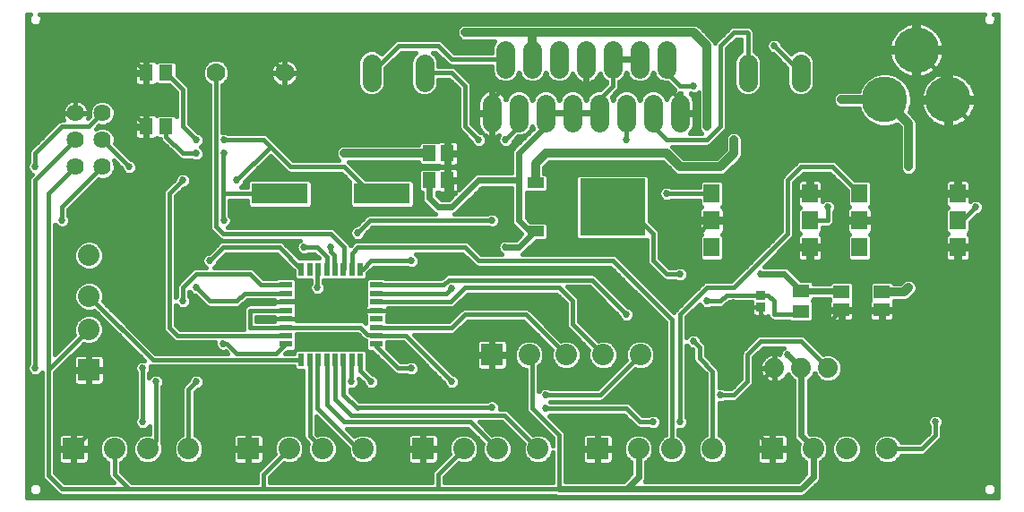
<source format=gtl>
G75*
%MOIN*%
%OFA0B0*%
%FSLAX25Y25*%
%IPPOS*%
%LPD*%
%AMOC8*
5,1,8,0,0,1.08239X$1,22.5*
%
%ADD10R,0.05118X0.05906*%
%ADD11R,0.05906X0.05118*%
%ADD12C,0.07087*%
%ADD13R,0.24409X0.21260*%
%ADD14R,0.06299X0.03937*%
%ADD15C,0.06400*%
%ADD16R,0.08000X0.08000*%
%ADD17C,0.08000*%
%ADD18C,0.17000*%
%ADD19R,0.05984X0.07008*%
%ADD20R,0.03543X0.03346*%
%ADD21R,0.06299X0.05118*%
%ADD22C,0.07400*%
%ADD23C,0.07000*%
%ADD24R,0.05000X0.02200*%
%ADD25R,0.02200X0.05000*%
%ADD26R,0.21000X0.07600*%
%ADD27C,0.07050*%
%ADD28C,0.01600*%
%ADD29C,0.02700*%
%ADD30C,0.01200*%
%ADD31C,0.02400*%
%ADD32C,0.03200*%
D10*
X0158454Y0126800D03*
X0165146Y0126800D03*
X0165146Y0136800D03*
X0158454Y0136800D03*
X0060540Y0146800D03*
X0053060Y0146800D03*
X0053060Y0166800D03*
X0060540Y0166800D03*
D11*
X0311800Y0085146D03*
X0311800Y0078454D03*
X0326800Y0078454D03*
X0326800Y0085146D03*
D12*
X0251800Y0148257D02*
X0251800Y0155343D01*
X0241800Y0155343D02*
X0241800Y0148257D01*
X0231800Y0148257D02*
X0231800Y0155343D01*
X0221800Y0155343D02*
X0221800Y0148257D01*
X0211800Y0148257D02*
X0211800Y0155343D01*
X0201800Y0155343D02*
X0201800Y0148257D01*
X0191800Y0148257D02*
X0191800Y0155343D01*
X0181800Y0155343D02*
X0181800Y0148257D01*
X0186800Y0168257D02*
X0186800Y0175343D01*
X0196800Y0175343D02*
X0196800Y0168257D01*
X0206800Y0168257D02*
X0206800Y0175343D01*
X0216800Y0175343D02*
X0216800Y0168257D01*
X0226800Y0168257D02*
X0226800Y0175343D01*
X0236800Y0175343D02*
X0236800Y0168257D01*
X0246800Y0168257D02*
X0246800Y0175343D01*
D13*
X0226643Y0116800D03*
D14*
X0197902Y0107824D03*
X0197902Y0125776D03*
D15*
X0036800Y0131800D03*
X0026800Y0131800D03*
X0026800Y0141800D03*
X0036800Y0141800D03*
X0036800Y0151800D03*
X0026800Y0151800D03*
D16*
X0181800Y0061800D03*
X0156100Y0026800D03*
X0091100Y0026800D03*
X0031800Y0056100D03*
X0026100Y0026800D03*
X0221100Y0026800D03*
X0286100Y0026800D03*
D17*
X0301280Y0026800D03*
X0313659Y0026800D03*
X0328839Y0026800D03*
X0263839Y0026800D03*
X0248659Y0026800D03*
X0236280Y0026800D03*
X0198839Y0026800D03*
X0183659Y0026800D03*
X0171280Y0026800D03*
X0133839Y0026800D03*
X0118659Y0026800D03*
X0106280Y0026800D03*
X0068839Y0026800D03*
X0053659Y0026800D03*
X0041280Y0026800D03*
X0031800Y0071280D03*
X0031800Y0083659D03*
X0031800Y0098839D03*
X0195580Y0061800D03*
X0209359Y0061800D03*
X0223139Y0061800D03*
X0236918Y0061800D03*
D18*
X0327863Y0156800D03*
X0351485Y0156800D03*
X0339674Y0175304D03*
D19*
X0355087Y0121800D03*
X0355087Y0111800D03*
X0355087Y0101800D03*
X0318513Y0101800D03*
X0318513Y0111800D03*
X0318513Y0121800D03*
X0300087Y0121800D03*
X0300087Y0111800D03*
X0300087Y0101800D03*
X0263513Y0101800D03*
X0263513Y0111800D03*
X0263513Y0121800D03*
D20*
X0281800Y0084083D03*
X0281800Y0079517D03*
D21*
X0296800Y0078060D03*
X0296800Y0085540D03*
D22*
X0296800Y0056800D03*
X0286800Y0056800D03*
X0306800Y0056800D03*
D23*
X0104595Y0166800D03*
X0079005Y0166800D03*
D24*
X0104900Y0087824D03*
X0104900Y0084674D03*
X0104900Y0081524D03*
X0104900Y0078375D03*
X0104900Y0075225D03*
X0104900Y0072076D03*
X0104900Y0068926D03*
X0104900Y0065776D03*
X0138700Y0065776D03*
X0138700Y0068926D03*
X0138700Y0072076D03*
X0138700Y0075225D03*
X0138700Y0078375D03*
X0138700Y0081524D03*
X0138700Y0084674D03*
X0138700Y0087824D03*
D25*
X0132824Y0093700D03*
X0129674Y0093700D03*
X0126524Y0093700D03*
X0123375Y0093700D03*
X0120225Y0093700D03*
X0117076Y0093700D03*
X0113926Y0093700D03*
X0110776Y0093700D03*
X0110776Y0059900D03*
X0113926Y0059900D03*
X0117076Y0059900D03*
X0120225Y0059900D03*
X0123375Y0059900D03*
X0126524Y0059900D03*
X0129674Y0059900D03*
X0132824Y0059900D03*
D26*
X0140800Y0121800D03*
X0102800Y0121800D03*
D27*
X0136957Y0163275D02*
X0136957Y0170325D01*
X0156643Y0170325D02*
X0156643Y0163275D01*
X0276957Y0163275D02*
X0276957Y0170325D01*
X0296643Y0170325D02*
X0296643Y0163275D01*
D28*
X0008600Y0188701D02*
X0008600Y0008600D01*
X0369921Y0008600D01*
X0369921Y0188701D01*
X0368505Y0188701D01*
X0368962Y0188244D01*
X0369350Y0187307D01*
X0369350Y0186293D01*
X0368962Y0185356D01*
X0368244Y0184638D01*
X0367307Y0184250D01*
X0366293Y0184250D01*
X0365356Y0184638D01*
X0364638Y0185356D01*
X0364250Y0186293D01*
X0364250Y0187307D01*
X0364638Y0188244D01*
X0365095Y0188701D01*
X0013505Y0188701D01*
X0013962Y0188244D01*
X0014350Y0187307D01*
X0014350Y0186293D01*
X0013962Y0185356D01*
X0013244Y0184638D01*
X0012307Y0184250D01*
X0011293Y0184250D01*
X0010356Y0184638D01*
X0009638Y0185356D01*
X0009250Y0186293D01*
X0009250Y0187307D01*
X0009638Y0188244D01*
X0010095Y0188701D01*
X0008600Y0188701D01*
X0008600Y0187432D02*
X0009302Y0187432D01*
X0009440Y0185833D02*
X0008600Y0185833D01*
X0008600Y0184235D02*
X0169709Y0184235D01*
X0169987Y0184513D02*
X0169087Y0183613D01*
X0168600Y0182437D01*
X0168600Y0181163D01*
X0169087Y0179987D01*
X0169987Y0179087D01*
X0171163Y0178600D01*
X0182783Y0178600D01*
X0182440Y0178257D01*
X0181657Y0176366D01*
X0181657Y0174200D01*
X0167794Y0174200D01*
X0163835Y0178159D01*
X0163159Y0178835D01*
X0162277Y0179200D01*
X0146480Y0179200D01*
X0145598Y0178835D01*
X0144844Y0178081D01*
X0140647Y0173883D01*
X0139861Y0174670D01*
X0137977Y0175450D01*
X0135938Y0175450D01*
X0134054Y0174670D01*
X0132613Y0173228D01*
X0131832Y0171344D01*
X0131832Y0162256D01*
X0132613Y0160372D01*
X0134054Y0158930D01*
X0135938Y0158150D01*
X0137977Y0158150D01*
X0139861Y0158930D01*
X0141302Y0160372D01*
X0142082Y0162256D01*
X0142082Y0168531D01*
X0147952Y0174400D01*
X0153470Y0174400D01*
X0152298Y0173228D01*
X0151518Y0171344D01*
X0151518Y0162256D01*
X0152298Y0160372D01*
X0153739Y0158930D01*
X0155623Y0158150D01*
X0157662Y0158150D01*
X0159546Y0158930D01*
X0160987Y0160372D01*
X0161768Y0162256D01*
X0161768Y0164400D01*
X0165806Y0164400D01*
X0169400Y0160806D01*
X0169400Y0146323D01*
X0169765Y0145441D01*
X0170441Y0144765D01*
X0173850Y0141356D01*
X0173850Y0141213D01*
X0174299Y0140129D01*
X0175129Y0139299D01*
X0176213Y0138850D01*
X0177387Y0138850D01*
X0178471Y0139299D01*
X0179301Y0140129D01*
X0179750Y0141213D01*
X0179750Y0142387D01*
X0179301Y0143471D01*
X0179174Y0143598D01*
X0179749Y0143305D01*
X0180549Y0143045D01*
X0181379Y0142913D01*
X0181419Y0142913D01*
X0181419Y0151419D01*
X0182181Y0151419D01*
X0182181Y0142913D01*
X0182221Y0142913D01*
X0183051Y0143045D01*
X0183851Y0143305D01*
X0184426Y0143598D01*
X0184299Y0143471D01*
X0183850Y0142387D01*
X0183850Y0141213D01*
X0184299Y0140129D01*
X0185129Y0139299D01*
X0186213Y0138850D01*
X0187387Y0138850D01*
X0188471Y0139299D01*
X0189301Y0140129D01*
X0189750Y0141213D01*
X0189750Y0141356D01*
X0191507Y0143113D01*
X0192823Y0143113D01*
X0194713Y0143896D01*
X0196160Y0145343D01*
X0196800Y0146888D01*
X0197130Y0146090D01*
X0190214Y0139174D01*
X0189426Y0138386D01*
X0189000Y0137357D01*
X0189000Y0129600D01*
X0176243Y0129600D01*
X0175214Y0129174D01*
X0174426Y0128386D01*
X0169452Y0123412D01*
X0169505Y0123610D01*
X0169505Y0126320D01*
X0165626Y0126320D01*
X0165626Y0122047D01*
X0167942Y0122047D01*
X0168141Y0122100D01*
X0165640Y0119600D01*
X0162960Y0119600D01*
X0161254Y0121306D01*
X0161254Y0122247D01*
X0161675Y0122247D01*
X0161706Y0122278D01*
X0161893Y0122170D01*
X0162350Y0122047D01*
X0164667Y0122047D01*
X0164667Y0126320D01*
X0165626Y0126320D01*
X0165626Y0127280D01*
X0164667Y0127280D01*
X0164667Y0131553D01*
X0162350Y0131553D01*
X0161893Y0131430D01*
X0161706Y0131322D01*
X0161675Y0131353D01*
X0155232Y0131353D01*
X0154294Y0130415D01*
X0154294Y0123184D01*
X0155232Y0122247D01*
X0155654Y0122247D01*
X0155654Y0119589D01*
X0156080Y0118560D01*
X0159426Y0115214D01*
X0160214Y0114426D01*
X0160760Y0114200D01*
X0135973Y0114200D01*
X0135091Y0113835D01*
X0134415Y0113159D01*
X0131356Y0110100D01*
X0131213Y0110100D01*
X0130129Y0109651D01*
X0129299Y0108821D01*
X0128850Y0107737D01*
X0128850Y0106563D01*
X0129299Y0105479D01*
X0130129Y0104649D01*
X0131213Y0104200D01*
X0132387Y0104200D01*
X0133471Y0104649D01*
X0134301Y0105479D01*
X0134750Y0106563D01*
X0134750Y0106706D01*
X0137444Y0109400D01*
X0180028Y0109400D01*
X0180129Y0109299D01*
X0181213Y0108850D01*
X0182387Y0108850D01*
X0183471Y0109299D01*
X0184301Y0110129D01*
X0184750Y0111213D01*
X0184750Y0112387D01*
X0184301Y0113471D01*
X0183471Y0114301D01*
X0182387Y0114750D01*
X0181213Y0114750D01*
X0180129Y0114301D01*
X0180028Y0114200D01*
X0167840Y0114200D01*
X0168386Y0114426D01*
X0169174Y0115214D01*
X0177960Y0124000D01*
X0189000Y0124000D01*
X0189000Y0111243D01*
X0189426Y0110214D01*
X0192880Y0106761D01*
X0190719Y0104600D01*
X0187749Y0104600D01*
X0187387Y0104750D01*
X0186213Y0104750D01*
X0185129Y0104301D01*
X0184299Y0103471D01*
X0183850Y0102387D01*
X0183850Y0101213D01*
X0184299Y0100129D01*
X0185129Y0099299D01*
X0185368Y0099200D01*
X0177794Y0099200D01*
X0173159Y0103835D01*
X0172277Y0104200D01*
X0131323Y0104200D01*
X0130441Y0103835D01*
X0129765Y0103159D01*
X0129107Y0102501D01*
X0128835Y0103159D01*
X0128159Y0103835D01*
X0123159Y0108835D01*
X0122277Y0109200D01*
X0083386Y0109200D01*
X0083626Y0109299D01*
X0084456Y0110129D01*
X0084905Y0111213D01*
X0084905Y0112387D01*
X0084456Y0113471D01*
X0084200Y0113727D01*
X0084200Y0119400D01*
X0090700Y0119400D01*
X0090700Y0117337D01*
X0091637Y0116400D01*
X0113963Y0116400D01*
X0114900Y0117337D01*
X0114900Y0126263D01*
X0113963Y0127200D01*
X0091637Y0127200D01*
X0090700Y0126263D01*
X0090700Y0124200D01*
X0088232Y0124200D01*
X0088471Y0124299D01*
X0089301Y0125129D01*
X0089750Y0126213D01*
X0089750Y0126356D01*
X0099300Y0135906D01*
X0104765Y0130441D01*
X0104765Y0130441D01*
X0105441Y0129765D01*
X0106323Y0129400D01*
X0125806Y0129400D01*
X0128822Y0126384D01*
X0128700Y0126263D01*
X0128700Y0117337D01*
X0129637Y0116400D01*
X0151963Y0116400D01*
X0152900Y0117337D01*
X0152900Y0126263D01*
X0151963Y0127200D01*
X0134794Y0127200D01*
X0128394Y0133600D01*
X0154294Y0133600D01*
X0154294Y0133184D01*
X0155232Y0132247D01*
X0161675Y0132247D01*
X0161706Y0132278D01*
X0161893Y0132170D01*
X0162350Y0132047D01*
X0164667Y0132047D01*
X0164667Y0136320D01*
X0165626Y0136320D01*
X0165626Y0132047D01*
X0167942Y0132047D01*
X0168400Y0132170D01*
X0168811Y0132407D01*
X0169146Y0132742D01*
X0169383Y0133152D01*
X0169505Y0133610D01*
X0169505Y0136320D01*
X0165626Y0136320D01*
X0165626Y0137280D01*
X0164667Y0137280D01*
X0164667Y0141553D01*
X0162350Y0141553D01*
X0161893Y0141430D01*
X0161706Y0141322D01*
X0161675Y0141353D01*
X0155232Y0141353D01*
X0154294Y0140415D01*
X0154294Y0140000D01*
X0126163Y0140000D01*
X0124987Y0139513D01*
X0124087Y0138613D01*
X0123600Y0137437D01*
X0123600Y0136163D01*
X0124087Y0134987D01*
X0124875Y0134200D01*
X0107794Y0134200D01*
X0101335Y0140659D01*
X0100659Y0141335D01*
X0098159Y0143835D01*
X0097277Y0144200D01*
X0083727Y0144200D01*
X0083626Y0144301D01*
X0082542Y0144750D01*
X0081405Y0144750D01*
X0081405Y0162274D01*
X0081894Y0162476D01*
X0083328Y0163911D01*
X0084105Y0165786D01*
X0084105Y0167814D01*
X0083328Y0169689D01*
X0081894Y0171124D01*
X0080019Y0171900D01*
X0077990Y0171900D01*
X0076116Y0171124D01*
X0074681Y0169689D01*
X0073905Y0167814D01*
X0073905Y0165786D01*
X0074681Y0163911D01*
X0076116Y0162476D01*
X0076605Y0162274D01*
X0076605Y0109118D01*
X0076970Y0108236D01*
X0079765Y0105441D01*
X0079765Y0105441D01*
X0080441Y0104765D01*
X0081323Y0104400D01*
X0110368Y0104400D01*
X0110129Y0104301D01*
X0109299Y0103471D01*
X0108850Y0102387D01*
X0108850Y0101213D01*
X0109299Y0100129D01*
X0110129Y0099299D01*
X0111213Y0098850D01*
X0112387Y0098850D01*
X0113471Y0099299D01*
X0113572Y0099400D01*
X0115806Y0099400D01*
X0117406Y0097800D01*
X0110070Y0097800D01*
X0104711Y0103159D01*
X0104711Y0103159D01*
X0104036Y0103835D01*
X0103154Y0104200D01*
X0081323Y0104200D01*
X0080441Y0103835D01*
X0076356Y0099750D01*
X0076213Y0099750D01*
X0075129Y0099301D01*
X0074299Y0098471D01*
X0073850Y0097387D01*
X0073850Y0096213D01*
X0074299Y0095129D01*
X0075129Y0094299D01*
X0075368Y0094200D01*
X0071323Y0094200D01*
X0070441Y0093835D01*
X0065441Y0088835D01*
X0064765Y0088159D01*
X0064400Y0087277D01*
X0064400Y0083572D01*
X0064299Y0083471D01*
X0064200Y0083232D01*
X0064200Y0120806D01*
X0067244Y0123850D01*
X0067387Y0123850D01*
X0068471Y0124299D01*
X0069301Y0125129D01*
X0069750Y0126213D01*
X0069750Y0127387D01*
X0069301Y0128471D01*
X0068471Y0129301D01*
X0067387Y0129750D01*
X0066213Y0129750D01*
X0065129Y0129301D01*
X0064299Y0128471D01*
X0063850Y0127387D01*
X0063850Y0127244D01*
X0060441Y0123835D01*
X0060441Y0123835D01*
X0059765Y0123159D01*
X0059400Y0122277D01*
X0059400Y0071323D01*
X0059765Y0070441D01*
X0060441Y0069765D01*
X0063329Y0066876D01*
X0064212Y0066511D01*
X0078850Y0066511D01*
X0078850Y0065374D01*
X0079299Y0064290D01*
X0080129Y0063460D01*
X0081213Y0063011D01*
X0082387Y0063011D01*
X0082605Y0063101D01*
X0083406Y0062300D01*
X0056553Y0062300D01*
X0037080Y0081773D01*
X0037400Y0082545D01*
X0037400Y0084773D01*
X0036547Y0086831D01*
X0034972Y0088406D01*
X0032914Y0089259D01*
X0030686Y0089259D01*
X0028628Y0088406D01*
X0027053Y0086831D01*
X0026200Y0084773D01*
X0026200Y0082545D01*
X0027053Y0080487D01*
X0028628Y0078912D01*
X0030686Y0078059D01*
X0032914Y0078059D01*
X0033686Y0078379D01*
X0052315Y0059750D01*
X0051213Y0059750D01*
X0050129Y0059301D01*
X0049299Y0058471D01*
X0048850Y0057387D01*
X0048850Y0056213D01*
X0049299Y0055129D01*
X0049400Y0055028D01*
X0049400Y0038572D01*
X0049299Y0038471D01*
X0048850Y0037387D01*
X0048850Y0036213D01*
X0049299Y0035129D01*
X0050129Y0034299D01*
X0051213Y0033850D01*
X0052387Y0033850D01*
X0053471Y0034299D01*
X0054301Y0035129D01*
X0054400Y0035368D01*
X0054400Y0032400D01*
X0052545Y0032400D01*
X0050487Y0031547D01*
X0048912Y0029972D01*
X0048059Y0027914D01*
X0048059Y0025686D01*
X0048912Y0023628D01*
X0050487Y0022053D01*
X0052545Y0021200D01*
X0054773Y0021200D01*
X0056831Y0022053D01*
X0058406Y0023628D01*
X0059259Y0025686D01*
X0059259Y0027914D01*
X0058909Y0028760D01*
X0059200Y0029464D01*
X0059200Y0050028D01*
X0059301Y0050129D01*
X0059750Y0051213D01*
X0059750Y0052387D01*
X0059301Y0053471D01*
X0058471Y0054301D01*
X0057387Y0054750D01*
X0056213Y0054750D01*
X0055129Y0054301D01*
X0054299Y0053471D01*
X0054200Y0053232D01*
X0054200Y0055028D01*
X0054301Y0055129D01*
X0054750Y0056213D01*
X0054750Y0057387D01*
X0054625Y0057689D01*
X0055082Y0057500D01*
X0108076Y0057500D01*
X0108076Y0056737D01*
X0109014Y0055800D01*
X0111526Y0055800D01*
X0111526Y0031056D01*
X0111891Y0030174D01*
X0112566Y0029498D01*
X0113379Y0028686D01*
X0113059Y0027914D01*
X0113059Y0025686D01*
X0113912Y0023628D01*
X0115487Y0022053D01*
X0117545Y0021200D01*
X0119773Y0021200D01*
X0121831Y0022053D01*
X0123406Y0023628D01*
X0124259Y0025686D01*
X0124259Y0027914D01*
X0123406Y0029972D01*
X0121831Y0031547D01*
X0119773Y0032400D01*
X0117545Y0032400D01*
X0116773Y0032080D01*
X0116326Y0032527D01*
X0116326Y0038880D01*
X0128239Y0026967D01*
X0128239Y0025686D01*
X0129091Y0023628D01*
X0130666Y0022053D01*
X0132725Y0021200D01*
X0134952Y0021200D01*
X0137011Y0022053D01*
X0138586Y0023628D01*
X0139439Y0025686D01*
X0139439Y0027914D01*
X0138586Y0029972D01*
X0137011Y0031547D01*
X0134952Y0032400D01*
X0132725Y0032400D01*
X0130666Y0031547D01*
X0130557Y0031438D01*
X0127594Y0034400D01*
X0172665Y0034400D01*
X0178379Y0028686D01*
X0178059Y0027914D01*
X0178059Y0025686D01*
X0178912Y0023628D01*
X0180487Y0022053D01*
X0182545Y0021200D01*
X0184773Y0021200D01*
X0186831Y0022053D01*
X0188406Y0023628D01*
X0189259Y0025686D01*
X0189259Y0027914D01*
X0188406Y0029972D01*
X0186831Y0031547D01*
X0184773Y0032400D01*
X0182545Y0032400D01*
X0181773Y0032080D01*
X0177053Y0036800D01*
X0185444Y0036800D01*
X0193558Y0028686D01*
X0193239Y0027914D01*
X0193239Y0025686D01*
X0194091Y0023628D01*
X0195666Y0022053D01*
X0197725Y0021200D01*
X0199952Y0021200D01*
X0202011Y0022053D01*
X0203586Y0023628D01*
X0204400Y0025593D01*
X0204400Y0014200D01*
X0164200Y0014200D01*
X0164200Y0016326D01*
X0169393Y0021520D01*
X0170166Y0021200D01*
X0172393Y0021200D01*
X0174452Y0022053D01*
X0176027Y0023628D01*
X0176880Y0025686D01*
X0176880Y0027914D01*
X0176027Y0029972D01*
X0174452Y0031547D01*
X0172393Y0032400D01*
X0170166Y0032400D01*
X0168107Y0031547D01*
X0166532Y0029972D01*
X0165680Y0027914D01*
X0165680Y0025686D01*
X0165999Y0024914D01*
X0159765Y0018680D01*
X0159400Y0017798D01*
X0159400Y0014200D01*
X0099200Y0014200D01*
X0099200Y0016326D01*
X0104393Y0021520D01*
X0105166Y0021200D01*
X0107393Y0021200D01*
X0109452Y0022053D01*
X0111027Y0023628D01*
X0111880Y0025686D01*
X0111880Y0027914D01*
X0111027Y0029972D01*
X0109452Y0031547D01*
X0107393Y0032400D01*
X0105166Y0032400D01*
X0103107Y0031547D01*
X0101532Y0029972D01*
X0100680Y0027914D01*
X0100680Y0025686D01*
X0100999Y0024914D01*
X0095441Y0019355D01*
X0094765Y0018680D01*
X0094400Y0017798D01*
X0094400Y0014200D01*
X0047794Y0014200D01*
X0043680Y0018315D01*
X0043680Y0021733D01*
X0044452Y0022053D01*
X0046027Y0023628D01*
X0046880Y0025686D01*
X0046880Y0027914D01*
X0046027Y0029972D01*
X0044452Y0031547D01*
X0042393Y0032400D01*
X0040166Y0032400D01*
X0038107Y0031547D01*
X0036532Y0029972D01*
X0035680Y0027914D01*
X0035680Y0025686D01*
X0036532Y0023628D01*
X0038107Y0022053D01*
X0038880Y0021733D01*
X0038880Y0016843D01*
X0039245Y0015961D01*
X0041006Y0014200D01*
X0022794Y0014200D01*
X0019200Y0017794D01*
X0019200Y0055285D01*
X0029914Y0065999D01*
X0030686Y0065680D01*
X0032914Y0065680D01*
X0034972Y0066532D01*
X0036547Y0068107D01*
X0037400Y0070166D01*
X0037400Y0072393D01*
X0036547Y0074452D01*
X0034972Y0076027D01*
X0032914Y0076880D01*
X0030686Y0076880D01*
X0028628Y0076027D01*
X0027053Y0074452D01*
X0026200Y0072393D01*
X0026200Y0070166D01*
X0026520Y0069393D01*
X0019200Y0062074D01*
X0019200Y0110368D01*
X0019299Y0110129D01*
X0020129Y0109299D01*
X0021213Y0108850D01*
X0022387Y0108850D01*
X0023471Y0109299D01*
X0024301Y0110129D01*
X0024750Y0111213D01*
X0024750Y0112387D01*
X0024301Y0113471D01*
X0024200Y0113572D01*
X0024200Y0115806D01*
X0035526Y0127132D01*
X0035845Y0127000D01*
X0037755Y0127000D01*
X0039519Y0127731D01*
X0040869Y0129081D01*
X0041600Y0130845D01*
X0041600Y0132755D01*
X0040998Y0134208D01*
X0043850Y0131356D01*
X0043850Y0131213D01*
X0044299Y0130129D01*
X0045129Y0129299D01*
X0046213Y0128850D01*
X0047387Y0128850D01*
X0048471Y0129299D01*
X0049301Y0130129D01*
X0049750Y0131213D01*
X0049750Y0132387D01*
X0049301Y0133471D01*
X0048471Y0134301D01*
X0047387Y0134750D01*
X0047244Y0134750D01*
X0041468Y0140526D01*
X0041600Y0140845D01*
X0041600Y0142755D01*
X0040869Y0144519D01*
X0039519Y0145869D01*
X0037755Y0146600D01*
X0035845Y0146600D01*
X0034392Y0145998D01*
X0035526Y0147132D01*
X0035845Y0147000D01*
X0037755Y0147000D01*
X0039519Y0147731D01*
X0040869Y0149081D01*
X0041600Y0150845D01*
X0041600Y0152755D01*
X0040869Y0154519D01*
X0039519Y0155869D01*
X0037755Y0156600D01*
X0035845Y0156600D01*
X0034081Y0155869D01*
X0032731Y0154519D01*
X0032000Y0152755D01*
X0032000Y0150845D01*
X0032132Y0150526D01*
X0031379Y0149773D01*
X0031434Y0149881D01*
X0031677Y0150629D01*
X0031800Y0151406D01*
X0031800Y0151714D01*
X0026886Y0151714D01*
X0026886Y0151886D01*
X0026714Y0151886D01*
X0026714Y0156800D01*
X0026406Y0156800D01*
X0025629Y0156677D01*
X0024881Y0156434D01*
X0024179Y0156076D01*
X0023543Y0155614D01*
X0022986Y0155057D01*
X0022524Y0154421D01*
X0022166Y0153719D01*
X0021923Y0152971D01*
X0021800Y0152194D01*
X0021800Y0151886D01*
X0026714Y0151886D01*
X0026714Y0151714D01*
X0021800Y0151714D01*
X0021800Y0151406D01*
X0021923Y0150629D01*
X0022166Y0149881D01*
X0022513Y0149200D01*
X0021323Y0149200D01*
X0020441Y0148835D01*
X0009765Y0138159D01*
X0009400Y0137277D01*
X0009400Y0133572D01*
X0009299Y0133471D01*
X0008850Y0132387D01*
X0008850Y0131213D01*
X0009299Y0130129D01*
X0010129Y0129299D01*
X0010678Y0129072D01*
X0010441Y0128835D01*
X0009765Y0128159D01*
X0009400Y0127277D01*
X0009400Y0058572D01*
X0009299Y0058471D01*
X0008850Y0057387D01*
X0008850Y0056213D01*
X0009299Y0055129D01*
X0010129Y0054299D01*
X0011213Y0053850D01*
X0012387Y0053850D01*
X0013471Y0054299D01*
X0014301Y0055129D01*
X0014400Y0055368D01*
X0014400Y0016323D01*
X0014765Y0015441D01*
X0015441Y0014765D01*
X0020441Y0009765D01*
X0021323Y0009400D01*
X0205277Y0009400D01*
X0206243Y0009000D01*
X0297357Y0009000D01*
X0298386Y0009426D01*
X0299174Y0010214D01*
X0303653Y0014693D01*
X0304080Y0015723D01*
X0304080Y0021898D01*
X0304452Y0022053D01*
X0306027Y0023628D01*
X0306880Y0025686D01*
X0306880Y0027914D01*
X0306027Y0029972D01*
X0304452Y0031547D01*
X0302393Y0032400D01*
X0300166Y0032400D01*
X0300161Y0032398D01*
X0299600Y0032960D01*
X0299600Y0052223D01*
X0299802Y0052307D01*
X0301293Y0053798D01*
X0301800Y0055022D01*
X0302307Y0053798D01*
X0303798Y0052307D01*
X0305746Y0051500D01*
X0307854Y0051500D01*
X0309802Y0052307D01*
X0311293Y0053798D01*
X0312100Y0055746D01*
X0312100Y0057854D01*
X0311293Y0059802D01*
X0309802Y0061293D01*
X0307854Y0062100D01*
X0305746Y0062100D01*
X0305144Y0061851D01*
X0298835Y0068159D01*
X0298835Y0068159D01*
X0298159Y0068835D01*
X0297277Y0069200D01*
X0281323Y0069200D01*
X0280441Y0068835D01*
X0279765Y0068159D01*
X0274765Y0063159D01*
X0274400Y0062277D01*
X0274400Y0052794D01*
X0270806Y0049200D01*
X0268572Y0049200D01*
X0268471Y0049301D01*
X0267387Y0049750D01*
X0266239Y0049750D01*
X0266239Y0056153D01*
X0265873Y0057035D01*
X0261311Y0061597D01*
X0261311Y0065166D01*
X0260946Y0066048D01*
X0260271Y0066724D01*
X0259750Y0067244D01*
X0259750Y0067387D01*
X0259301Y0068471D01*
X0258471Y0069301D01*
X0257387Y0069750D01*
X0256213Y0069750D01*
X0255129Y0069301D01*
X0254299Y0068471D01*
X0254200Y0068232D01*
X0254200Y0075806D01*
X0259072Y0080678D01*
X0259299Y0080129D01*
X0260129Y0079299D01*
X0261213Y0078850D01*
X0262387Y0078850D01*
X0263471Y0079299D01*
X0263572Y0079400D01*
X0267277Y0079400D01*
X0268159Y0079765D01*
X0268835Y0080441D01*
X0270078Y0081683D01*
X0278297Y0081683D01*
X0278228Y0081427D01*
X0278228Y0079553D01*
X0281763Y0079553D01*
X0281763Y0079480D01*
X0278228Y0079480D01*
X0278228Y0077606D01*
X0278351Y0077149D01*
X0278588Y0076738D01*
X0278923Y0076403D01*
X0279334Y0076166D01*
X0279791Y0076043D01*
X0281763Y0076043D01*
X0281763Y0079480D01*
X0281837Y0079480D01*
X0281837Y0076043D01*
X0283809Y0076043D01*
X0284266Y0076166D01*
X0284427Y0076258D01*
X0284765Y0075441D01*
X0285441Y0074765D01*
X0286323Y0074400D01*
X0292488Y0074400D01*
X0292988Y0073901D01*
X0300612Y0073901D01*
X0301550Y0074838D01*
X0301550Y0081282D01*
X0301031Y0081800D01*
X0301550Y0082318D01*
X0301550Y0082740D01*
X0307247Y0082740D01*
X0307247Y0081925D01*
X0307278Y0081894D01*
X0307170Y0081707D01*
X0307047Y0081250D01*
X0307047Y0078933D01*
X0311320Y0078933D01*
X0311320Y0077974D01*
X0307047Y0077974D01*
X0307047Y0075658D01*
X0307170Y0075200D01*
X0307407Y0074789D01*
X0307742Y0074454D01*
X0308152Y0074217D01*
X0308610Y0074094D01*
X0311320Y0074094D01*
X0311320Y0077974D01*
X0312280Y0077974D01*
X0312280Y0078933D01*
X0316553Y0078933D01*
X0316553Y0081250D01*
X0316430Y0081707D01*
X0316322Y0081894D01*
X0316353Y0081925D01*
X0316353Y0088368D01*
X0315415Y0089305D01*
X0308184Y0089305D01*
X0307247Y0088368D01*
X0307247Y0088340D01*
X0301550Y0088340D01*
X0301550Y0088762D01*
X0300612Y0089699D01*
X0296601Y0089699D01*
X0293544Y0092756D01*
X0293544Y0092756D01*
X0292914Y0093386D01*
X0292126Y0094174D01*
X0291097Y0094600D01*
X0282994Y0094600D01*
X0293835Y0105441D01*
X0294200Y0106323D01*
X0294200Y0125806D01*
X0297794Y0129400D01*
X0307518Y0129400D01*
X0313920Y0122998D01*
X0313920Y0117633D01*
X0314665Y0116889D01*
X0314415Y0116744D01*
X0314080Y0116409D01*
X0313843Y0115999D01*
X0313720Y0115541D01*
X0313720Y0112496D01*
X0317816Y0112496D01*
X0317816Y0111104D01*
X0313720Y0111104D01*
X0313720Y0108059D01*
X0313843Y0107601D01*
X0314080Y0107191D01*
X0314415Y0106856D01*
X0314665Y0106711D01*
X0313920Y0105967D01*
X0313920Y0097633D01*
X0316800Y0094754D01*
X0316800Y0078454D01*
X0326800Y0078454D01*
X0366800Y0078454D01*
X0366800Y0051800D01*
X0356800Y0041800D01*
X0306800Y0041800D01*
X0299600Y0041967D02*
X0369921Y0041967D01*
X0369921Y0040369D02*
X0299600Y0040369D01*
X0299600Y0038770D02*
X0344598Y0038770D01*
X0344299Y0038471D02*
X0343850Y0037387D01*
X0343850Y0036213D01*
X0344299Y0035129D01*
X0344400Y0035028D01*
X0344400Y0032794D01*
X0340806Y0029200D01*
X0333906Y0029200D01*
X0333586Y0029972D01*
X0332011Y0031547D01*
X0329952Y0032400D01*
X0327725Y0032400D01*
X0325666Y0031547D01*
X0324091Y0029972D01*
X0323239Y0027914D01*
X0323239Y0025686D01*
X0324091Y0023628D01*
X0325666Y0022053D01*
X0327725Y0021200D01*
X0329952Y0021200D01*
X0332011Y0022053D01*
X0333586Y0023628D01*
X0333906Y0024400D01*
X0342277Y0024400D01*
X0343159Y0024765D01*
X0343835Y0025441D01*
X0348835Y0030441D01*
X0349200Y0031323D01*
X0349200Y0035028D01*
X0349301Y0035129D01*
X0349750Y0036213D01*
X0349750Y0037387D01*
X0349301Y0038471D01*
X0348471Y0039301D01*
X0347387Y0039750D01*
X0346213Y0039750D01*
X0345129Y0039301D01*
X0344299Y0038471D01*
X0343850Y0037172D02*
X0299600Y0037172D01*
X0299600Y0035573D02*
X0344115Y0035573D01*
X0344400Y0033975D02*
X0299600Y0033975D01*
X0302451Y0032376D02*
X0312488Y0032376D01*
X0312545Y0032400D02*
X0310487Y0031547D01*
X0308912Y0029972D01*
X0308059Y0027914D01*
X0308059Y0025686D01*
X0308912Y0023628D01*
X0310487Y0022053D01*
X0312545Y0021200D01*
X0314773Y0021200D01*
X0316831Y0022053D01*
X0318406Y0023628D01*
X0319259Y0025686D01*
X0319259Y0027914D01*
X0318406Y0029972D01*
X0316831Y0031547D01*
X0314773Y0032400D01*
X0312545Y0032400D01*
X0314830Y0032376D02*
X0327667Y0032376D01*
X0330010Y0032376D02*
X0343982Y0032376D01*
X0342384Y0030778D02*
X0332780Y0030778D01*
X0328839Y0026800D02*
X0341800Y0026800D01*
X0346800Y0031800D01*
X0346800Y0036800D01*
X0349485Y0035573D02*
X0369921Y0035573D01*
X0369921Y0033975D02*
X0349200Y0033975D01*
X0349200Y0032376D02*
X0369921Y0032376D01*
X0369921Y0030778D02*
X0348974Y0030778D01*
X0347573Y0029179D02*
X0369921Y0029179D01*
X0369921Y0027581D02*
X0345975Y0027581D01*
X0344376Y0025982D02*
X0369921Y0025982D01*
X0369921Y0024384D02*
X0333899Y0024384D01*
X0332743Y0022785D02*
X0369921Y0022785D01*
X0369921Y0021187D02*
X0304080Y0021187D01*
X0304080Y0019588D02*
X0369921Y0019588D01*
X0369921Y0017990D02*
X0304080Y0017990D01*
X0304080Y0016391D02*
X0369921Y0016391D01*
X0369921Y0014793D02*
X0303694Y0014793D01*
X0302154Y0013194D02*
X0364617Y0013194D01*
X0364638Y0013244D02*
X0364250Y0012307D01*
X0364250Y0011293D01*
X0364638Y0010356D01*
X0365356Y0009638D01*
X0366293Y0009250D01*
X0367307Y0009250D01*
X0368244Y0009638D01*
X0368962Y0010356D01*
X0369350Y0011293D01*
X0369350Y0012307D01*
X0368962Y0013244D01*
X0368244Y0013962D01*
X0367307Y0014350D01*
X0366293Y0014350D01*
X0365356Y0013962D01*
X0364638Y0013244D01*
X0364250Y0011596D02*
X0300555Y0011596D01*
X0298957Y0009997D02*
X0364997Y0009997D01*
X0368603Y0009997D02*
X0369921Y0009997D01*
X0369921Y0011596D02*
X0369350Y0011596D01*
X0368983Y0013194D02*
X0369921Y0013194D01*
X0324934Y0022785D02*
X0317564Y0022785D01*
X0318720Y0024384D02*
X0323778Y0024384D01*
X0323239Y0025982D02*
X0319259Y0025982D01*
X0319259Y0027581D02*
X0323239Y0027581D01*
X0323763Y0029179D02*
X0318735Y0029179D01*
X0317601Y0030778D02*
X0324897Y0030778D01*
X0309717Y0030778D02*
X0305221Y0030778D01*
X0306355Y0029179D02*
X0308583Y0029179D01*
X0308059Y0027581D02*
X0306880Y0027581D01*
X0306880Y0025982D02*
X0308059Y0025982D01*
X0308599Y0024384D02*
X0306340Y0024384D01*
X0305184Y0022785D02*
X0309754Y0022785D01*
X0298480Y0021898D02*
X0298480Y0017439D01*
X0295640Y0014600D01*
X0238560Y0014600D01*
X0238653Y0014693D01*
X0239080Y0015723D01*
X0239080Y0021898D01*
X0239452Y0022053D01*
X0241027Y0023628D01*
X0241880Y0025686D01*
X0241880Y0027914D01*
X0241027Y0029972D01*
X0239452Y0031547D01*
X0237393Y0032400D01*
X0235166Y0032400D01*
X0233107Y0031547D01*
X0231532Y0029972D01*
X0230680Y0027914D01*
X0230680Y0025686D01*
X0231532Y0023628D01*
X0233107Y0022053D01*
X0233480Y0021898D01*
X0233480Y0017439D01*
X0230640Y0014600D01*
X0209200Y0014600D01*
X0209200Y0032277D01*
X0208835Y0033159D01*
X0208159Y0033835D01*
X0202922Y0039072D01*
X0203471Y0039299D01*
X0203572Y0039400D01*
X0230806Y0039400D01*
X0234765Y0035441D01*
X0234765Y0035441D01*
X0235441Y0034765D01*
X0236323Y0034400D01*
X0240028Y0034400D01*
X0240129Y0034299D01*
X0241213Y0033850D01*
X0242387Y0033850D01*
X0243471Y0034299D01*
X0244301Y0035129D01*
X0244750Y0036213D01*
X0244750Y0037387D01*
X0244301Y0038471D01*
X0243471Y0039301D01*
X0242387Y0039750D01*
X0241213Y0039750D01*
X0240129Y0039301D01*
X0240028Y0039200D01*
X0237794Y0039200D01*
X0233835Y0043159D01*
X0233835Y0043159D01*
X0233159Y0043835D01*
X0232277Y0044200D01*
X0203572Y0044200D01*
X0203472Y0044300D01*
X0203572Y0044400D01*
X0222395Y0044400D01*
X0223278Y0044765D01*
X0223953Y0045441D01*
X0235032Y0056520D01*
X0235804Y0056200D01*
X0238032Y0056200D01*
X0240090Y0057053D01*
X0241666Y0058628D01*
X0242518Y0060686D01*
X0242518Y0062914D01*
X0241666Y0064972D01*
X0240090Y0066547D01*
X0238032Y0067400D01*
X0235804Y0067400D01*
X0233746Y0066547D01*
X0232171Y0064972D01*
X0231318Y0062914D01*
X0231318Y0060686D01*
X0231638Y0059914D01*
X0220924Y0049200D01*
X0203572Y0049200D01*
X0203471Y0049301D01*
X0202387Y0049750D01*
X0201213Y0049750D01*
X0200129Y0049301D01*
X0199299Y0048471D01*
X0199200Y0048232D01*
X0199200Y0057501D01*
X0200327Y0058628D01*
X0201180Y0060686D01*
X0201180Y0062914D01*
X0200327Y0064972D01*
X0198752Y0066547D01*
X0196693Y0067400D01*
X0194466Y0067400D01*
X0192407Y0066547D01*
X0190832Y0064972D01*
X0189980Y0062914D01*
X0189980Y0060686D01*
X0190832Y0058628D01*
X0192407Y0057053D01*
X0194400Y0056227D01*
X0194400Y0041323D01*
X0194765Y0040441D01*
X0195441Y0039765D01*
X0204400Y0030806D01*
X0204400Y0028007D01*
X0203586Y0029972D01*
X0202011Y0031547D01*
X0199952Y0032400D01*
X0197725Y0032400D01*
X0196953Y0032080D01*
X0187798Y0041235D01*
X0186916Y0041600D01*
X0184750Y0041600D01*
X0184750Y0042737D01*
X0184301Y0043821D01*
X0183471Y0044651D01*
X0182387Y0045100D01*
X0181213Y0045100D01*
X0180129Y0044651D01*
X0180028Y0044550D01*
X0132444Y0044550D01*
X0128924Y0048070D01*
X0128924Y0048850D01*
X0130061Y0048850D01*
X0131145Y0049299D01*
X0131975Y0050129D01*
X0132424Y0051213D01*
X0132424Y0052387D01*
X0132145Y0053061D01*
X0133850Y0051356D01*
X0133850Y0051213D01*
X0134299Y0050129D01*
X0135129Y0049299D01*
X0136213Y0048850D01*
X0137387Y0048850D01*
X0138471Y0049299D01*
X0139301Y0050129D01*
X0139750Y0051213D01*
X0139750Y0052387D01*
X0139301Y0053471D01*
X0138471Y0054301D01*
X0137387Y0054750D01*
X0137244Y0054750D01*
X0135390Y0056604D01*
X0135524Y0056737D01*
X0135524Y0063063D01*
X0134586Y0064000D01*
X0109014Y0064000D01*
X0108076Y0063063D01*
X0108076Y0062300D01*
X0104818Y0062300D01*
X0105594Y0063076D01*
X0108063Y0063076D01*
X0109000Y0064014D01*
X0109000Y0069676D01*
X0131843Y0069676D01*
X0134178Y0067341D01*
X0134600Y0067166D01*
X0134600Y0064014D01*
X0135537Y0063076D01*
X0137130Y0063076D01*
X0145441Y0054765D01*
X0146323Y0054400D01*
X0150028Y0054400D01*
X0150129Y0054299D01*
X0151213Y0053850D01*
X0152387Y0053850D01*
X0153471Y0054299D01*
X0154301Y0055129D01*
X0154750Y0056213D01*
X0154750Y0057387D01*
X0154301Y0058471D01*
X0153471Y0059301D01*
X0152387Y0059750D01*
X0151213Y0059750D01*
X0150129Y0059301D01*
X0150028Y0059200D01*
X0147794Y0059200D01*
X0142800Y0064194D01*
X0142800Y0066526D01*
X0148680Y0066526D01*
X0163850Y0051356D01*
X0163850Y0051213D01*
X0164299Y0050129D01*
X0165129Y0049299D01*
X0166213Y0048850D01*
X0167387Y0048850D01*
X0168471Y0049299D01*
X0169301Y0050129D01*
X0169750Y0051213D01*
X0169750Y0052387D01*
X0169301Y0053471D01*
X0168471Y0054301D01*
X0167387Y0054750D01*
X0167244Y0054750D01*
X0152594Y0069400D01*
X0167277Y0069400D01*
X0168159Y0069765D01*
X0172794Y0074400D01*
X0193365Y0074400D01*
X0204079Y0063686D01*
X0203759Y0062914D01*
X0203759Y0060686D01*
X0204612Y0058628D01*
X0206187Y0057053D01*
X0208245Y0056200D01*
X0210473Y0056200D01*
X0212531Y0057053D01*
X0214106Y0058628D01*
X0214959Y0060686D01*
X0214959Y0062914D01*
X0214106Y0064972D01*
X0212531Y0066547D01*
X0210473Y0067400D01*
X0208245Y0067400D01*
X0207473Y0067080D01*
X0196394Y0078159D01*
X0195719Y0078835D01*
X0194836Y0079200D01*
X0171323Y0079200D01*
X0170441Y0078835D01*
X0169765Y0078159D01*
X0165806Y0074200D01*
X0142800Y0074200D01*
X0142800Y0076446D01*
X0142877Y0076580D01*
X0143000Y0077038D01*
X0143000Y0078375D01*
X0143000Y0079124D01*
X0167002Y0079124D01*
X0167884Y0079490D01*
X0172794Y0084400D01*
X0205806Y0084400D01*
X0209400Y0080806D01*
X0209400Y0072661D01*
X0209765Y0071779D01*
X0217858Y0063686D01*
X0217539Y0062914D01*
X0217539Y0060686D01*
X0218391Y0058628D01*
X0219966Y0057053D01*
X0222025Y0056200D01*
X0224252Y0056200D01*
X0226311Y0057053D01*
X0227886Y0058628D01*
X0228739Y0060686D01*
X0228739Y0062914D01*
X0227886Y0064972D01*
X0226311Y0066547D01*
X0224252Y0067400D01*
X0222025Y0067400D01*
X0221253Y0067080D01*
X0214200Y0074133D01*
X0214200Y0082277D01*
X0213835Y0083159D01*
X0213159Y0083835D01*
X0209705Y0087289D01*
X0217917Y0087289D01*
X0228850Y0076356D01*
X0228850Y0076213D01*
X0229299Y0075129D01*
X0230129Y0074299D01*
X0231213Y0073850D01*
X0232387Y0073850D01*
X0233471Y0074299D01*
X0234301Y0075129D01*
X0234750Y0076213D01*
X0234750Y0077387D01*
X0234301Y0078471D01*
X0233471Y0079301D01*
X0232387Y0079750D01*
X0232244Y0079750D01*
X0220271Y0091724D01*
X0219388Y0092089D01*
X0165126Y0092089D01*
X0164244Y0091724D01*
X0163569Y0091048D01*
X0162744Y0090224D01*
X0142163Y0090224D01*
X0141863Y0090524D01*
X0135537Y0090524D01*
X0134600Y0089586D01*
X0134600Y0080304D01*
X0134523Y0080170D01*
X0134400Y0079712D01*
X0134400Y0078375D01*
X0138700Y0078375D01*
X0143000Y0078375D01*
X0138700Y0078375D01*
X0138700Y0078375D01*
X0155311Y0078375D01*
X0156843Y0076843D01*
X0167142Y0075536D02*
X0142800Y0075536D01*
X0143000Y0077134D02*
X0168740Y0077134D01*
X0170339Y0078733D02*
X0143000Y0078733D01*
X0138700Y0078375D02*
X0130225Y0078375D01*
X0126800Y0081800D01*
X0116800Y0081800D01*
X0116800Y0076800D01*
X0115225Y0075225D01*
X0104900Y0075225D01*
X0104900Y0075225D01*
X0109200Y0075225D01*
X0109200Y0074476D01*
X0133315Y0074476D01*
X0134197Y0074110D01*
X0134600Y0073707D01*
X0134600Y0076446D01*
X0134523Y0076580D01*
X0134400Y0077038D01*
X0134400Y0078375D01*
X0138700Y0078375D01*
X0138700Y0078375D01*
X0134400Y0078733D02*
X0109000Y0078733D01*
X0109000Y0079596D02*
X0109000Y0077154D01*
X0109077Y0077020D01*
X0109200Y0076562D01*
X0109200Y0075225D01*
X0104900Y0075225D01*
X0100600Y0075225D01*
X0100600Y0074200D01*
X0094200Y0074200D01*
X0094200Y0075975D01*
X0100600Y0075975D01*
X0100600Y0075225D01*
X0104900Y0075225D01*
X0104900Y0075225D01*
X0104900Y0072076D02*
X0132837Y0072076D01*
X0135537Y0069376D01*
X0138250Y0069376D01*
X0138700Y0068926D01*
X0149674Y0068926D01*
X0166800Y0051800D01*
X0169750Y0051558D02*
X0194400Y0051558D01*
X0194400Y0049960D02*
X0169132Y0049960D01*
X0169431Y0053157D02*
X0194400Y0053157D01*
X0194400Y0054755D02*
X0167239Y0054755D01*
X0165640Y0056354D02*
X0176705Y0056354D01*
X0176695Y0056360D02*
X0177105Y0056123D01*
X0177563Y0056000D01*
X0181419Y0056000D01*
X0181419Y0061419D01*
X0182181Y0061419D01*
X0182181Y0062181D01*
X0187600Y0062181D01*
X0187600Y0066037D01*
X0187477Y0066495D01*
X0187240Y0066905D01*
X0186905Y0067240D01*
X0186495Y0067477D01*
X0186037Y0067600D01*
X0182181Y0067600D01*
X0182181Y0062181D01*
X0181419Y0062181D01*
X0181419Y0061419D01*
X0176000Y0061419D01*
X0176000Y0057563D01*
X0176123Y0057105D01*
X0176360Y0056695D01*
X0176695Y0056360D01*
X0176000Y0057952D02*
X0164042Y0057952D01*
X0162443Y0059551D02*
X0176000Y0059551D01*
X0176000Y0061149D02*
X0160845Y0061149D01*
X0159246Y0062748D02*
X0176000Y0062748D01*
X0176000Y0062181D02*
X0181419Y0062181D01*
X0181419Y0067600D01*
X0177563Y0067600D01*
X0177105Y0067477D01*
X0176695Y0067240D01*
X0176360Y0066905D01*
X0176123Y0066495D01*
X0176000Y0066037D01*
X0176000Y0062181D01*
X0176000Y0064346D02*
X0157648Y0064346D01*
X0156049Y0065945D02*
X0176000Y0065945D01*
X0177352Y0067543D02*
X0154451Y0067543D01*
X0152852Y0069142D02*
X0198623Y0069142D01*
X0197024Y0070740D02*
X0169135Y0070740D01*
X0170733Y0072339D02*
X0195426Y0072339D01*
X0193827Y0073937D02*
X0172332Y0073937D01*
X0171800Y0071800D02*
X0176800Y0071800D01*
X0181800Y0066800D01*
X0181800Y0061800D01*
X0181800Y0056800D01*
X0171800Y0046800D01*
X0161836Y0046800D01*
X0161775Y0046739D01*
X0164468Y0049960D02*
X0139132Y0049960D01*
X0139750Y0051558D02*
X0163648Y0051558D01*
X0162049Y0053157D02*
X0139431Y0053157D01*
X0137239Y0054755D02*
X0145465Y0054755D01*
X0143852Y0056354D02*
X0135640Y0056354D01*
X0135524Y0057952D02*
X0142254Y0057952D01*
X0140655Y0059551D02*
X0135524Y0059551D01*
X0135524Y0061149D02*
X0139056Y0061149D01*
X0137458Y0062748D02*
X0135524Y0062748D01*
X0134600Y0064346D02*
X0109000Y0064346D01*
X0109000Y0065945D02*
X0134600Y0065945D01*
X0133975Y0067543D02*
X0109000Y0067543D01*
X0109000Y0069142D02*
X0132377Y0069142D01*
X0138700Y0065776D02*
X0138700Y0064900D01*
X0146800Y0056800D01*
X0151800Y0056800D01*
X0154516Y0057952D02*
X0157254Y0057952D01*
X0158852Y0056354D02*
X0154750Y0056354D01*
X0153927Y0054755D02*
X0160451Y0054755D01*
X0155655Y0059551D02*
X0152867Y0059551D01*
X0154056Y0061149D02*
X0145845Y0061149D01*
X0147443Y0059551D02*
X0150733Y0059551D01*
X0152458Y0062748D02*
X0144246Y0062748D01*
X0142800Y0064346D02*
X0150859Y0064346D01*
X0149261Y0065945D02*
X0142800Y0065945D01*
X0138976Y0071800D02*
X0138700Y0072076D01*
X0138976Y0071800D02*
X0166800Y0071800D01*
X0171800Y0076800D01*
X0194359Y0076800D01*
X0209359Y0061800D01*
X0214366Y0064346D02*
X0217198Y0064346D01*
X0217539Y0062748D02*
X0214959Y0062748D01*
X0214959Y0061149D02*
X0217539Y0061149D01*
X0218009Y0059551D02*
X0214489Y0059551D01*
X0213431Y0057952D02*
X0219067Y0057952D01*
X0221653Y0056354D02*
X0210844Y0056354D01*
X0207874Y0056354D02*
X0199200Y0056354D01*
X0199200Y0054755D02*
X0226479Y0054755D01*
X0224881Y0053157D02*
X0199200Y0053157D01*
X0199200Y0051558D02*
X0223282Y0051558D01*
X0221684Y0049960D02*
X0199200Y0049960D01*
X0199200Y0048361D02*
X0199254Y0048361D01*
X0201800Y0046800D02*
X0221918Y0046800D01*
X0236918Y0061800D01*
X0241925Y0064346D02*
X0246259Y0064346D01*
X0246259Y0062748D02*
X0242518Y0062748D01*
X0242518Y0061149D02*
X0246259Y0061149D01*
X0246259Y0059551D02*
X0242048Y0059551D01*
X0240990Y0057952D02*
X0246259Y0057952D01*
X0246259Y0056354D02*
X0238403Y0056354D01*
X0235433Y0056354D02*
X0234866Y0056354D01*
X0233268Y0054755D02*
X0246259Y0054755D01*
X0246259Y0053157D02*
X0231669Y0053157D01*
X0230071Y0051558D02*
X0246259Y0051558D01*
X0246259Y0049960D02*
X0228472Y0049960D01*
X0226873Y0048361D02*
X0246259Y0048361D01*
X0246259Y0046763D02*
X0225275Y0046763D01*
X0223676Y0045164D02*
X0246259Y0045164D01*
X0246259Y0043566D02*
X0233428Y0043566D01*
X0235027Y0041967D02*
X0246259Y0041967D01*
X0246259Y0040369D02*
X0236625Y0040369D01*
X0236800Y0036800D02*
X0241800Y0036800D01*
X0244485Y0035573D02*
X0246259Y0035573D01*
X0246259Y0033975D02*
X0242688Y0033975D01*
X0240912Y0033975D02*
X0208019Y0033975D01*
X0209159Y0032376D02*
X0216230Y0032376D01*
X0216405Y0032477D02*
X0215995Y0032240D01*
X0215660Y0031905D01*
X0215423Y0031495D01*
X0215300Y0031037D01*
X0215300Y0027181D01*
X0220719Y0027181D01*
X0220719Y0026419D01*
X0221481Y0026419D01*
X0221481Y0027181D01*
X0226900Y0027181D01*
X0226900Y0031037D01*
X0226777Y0031495D01*
X0226540Y0031905D01*
X0226205Y0032240D01*
X0225795Y0032477D01*
X0225337Y0032600D01*
X0221481Y0032600D01*
X0221481Y0027181D01*
X0220719Y0027181D01*
X0220719Y0032600D01*
X0216863Y0032600D01*
X0216405Y0032477D01*
X0215300Y0030778D02*
X0209200Y0030778D01*
X0209200Y0029179D02*
X0215300Y0029179D01*
X0215300Y0027581D02*
X0209200Y0027581D01*
X0209200Y0025982D02*
X0215300Y0025982D01*
X0215300Y0026419D02*
X0215300Y0022563D01*
X0215423Y0022105D01*
X0215660Y0021695D01*
X0215995Y0021360D01*
X0216405Y0021123D01*
X0216863Y0021000D01*
X0220719Y0021000D01*
X0220719Y0026419D01*
X0215300Y0026419D01*
X0215300Y0024384D02*
X0209200Y0024384D01*
X0209200Y0022785D02*
X0215300Y0022785D01*
X0216294Y0021187D02*
X0209200Y0021187D01*
X0209200Y0019588D02*
X0233480Y0019588D01*
X0233480Y0017990D02*
X0209200Y0017990D01*
X0209200Y0016391D02*
X0232431Y0016391D01*
X0230833Y0014793D02*
X0209200Y0014793D01*
X0206800Y0011800D02*
X0206800Y0031800D01*
X0196800Y0041800D01*
X0196800Y0060580D01*
X0195580Y0061800D01*
X0200586Y0064346D02*
X0203419Y0064346D01*
X0203759Y0062748D02*
X0201180Y0062748D01*
X0201180Y0061149D02*
X0203759Y0061149D01*
X0204229Y0059551D02*
X0200709Y0059551D01*
X0199651Y0057952D02*
X0205287Y0057952D01*
X0194094Y0056354D02*
X0186895Y0056354D01*
X0186905Y0056360D02*
X0187240Y0056695D01*
X0187477Y0057105D01*
X0187600Y0057563D01*
X0187600Y0061419D01*
X0182181Y0061419D01*
X0182181Y0056000D01*
X0186037Y0056000D01*
X0186495Y0056123D01*
X0186905Y0056360D01*
X0187600Y0057952D02*
X0191508Y0057952D01*
X0190450Y0059551D02*
X0187600Y0059551D01*
X0187600Y0061149D02*
X0189980Y0061149D01*
X0189980Y0062748D02*
X0187600Y0062748D01*
X0187600Y0064346D02*
X0190573Y0064346D01*
X0191805Y0065945D02*
X0187600Y0065945D01*
X0186248Y0067543D02*
X0200222Y0067543D01*
X0199354Y0065945D02*
X0201820Y0065945D01*
X0205411Y0069142D02*
X0212403Y0069142D01*
X0214001Y0067543D02*
X0207010Y0067543D01*
X0203813Y0070740D02*
X0210804Y0070740D01*
X0209533Y0072339D02*
X0202214Y0072339D01*
X0200616Y0073937D02*
X0209400Y0073937D01*
X0209400Y0075536D02*
X0199017Y0075536D01*
X0197419Y0077134D02*
X0209400Y0077134D01*
X0209400Y0078733D02*
X0195820Y0078733D01*
X0206677Y0083529D02*
X0171923Y0083529D01*
X0170324Y0081930D02*
X0208276Y0081930D01*
X0209400Y0080332D02*
X0168726Y0080332D01*
X0166524Y0081524D02*
X0171800Y0086800D01*
X0206800Y0086800D01*
X0211800Y0081800D01*
X0211800Y0073139D01*
X0223139Y0061800D01*
X0228145Y0064346D02*
X0231911Y0064346D01*
X0231318Y0062748D02*
X0228739Y0062748D01*
X0228739Y0061149D02*
X0231318Y0061149D01*
X0231275Y0059551D02*
X0228268Y0059551D01*
X0227211Y0057952D02*
X0229676Y0057952D01*
X0228078Y0056354D02*
X0224624Y0056354D01*
X0226913Y0065945D02*
X0233143Y0065945D01*
X0240693Y0065945D02*
X0246259Y0065945D01*
X0246259Y0067543D02*
X0220789Y0067543D01*
X0219191Y0069142D02*
X0246259Y0069142D01*
X0246259Y0070740D02*
X0217592Y0070740D01*
X0215994Y0072339D02*
X0246259Y0072339D01*
X0246259Y0073937D02*
X0232598Y0073937D01*
X0231002Y0073937D02*
X0214395Y0073937D01*
X0214200Y0075536D02*
X0229131Y0075536D01*
X0228071Y0077134D02*
X0214200Y0077134D01*
X0214200Y0078733D02*
X0226473Y0078733D01*
X0224874Y0080332D02*
X0214200Y0080332D01*
X0214200Y0081930D02*
X0223276Y0081930D01*
X0221677Y0083529D02*
X0213466Y0083529D01*
X0211867Y0085127D02*
X0220079Y0085127D01*
X0218480Y0086726D02*
X0210269Y0086726D01*
X0218911Y0089689D02*
X0231800Y0076800D01*
X0234469Y0075536D02*
X0244670Y0075536D01*
X0246259Y0073947D02*
X0246259Y0031867D01*
X0245487Y0031547D01*
X0243912Y0029972D01*
X0243059Y0027914D01*
X0243059Y0025686D01*
X0243912Y0023628D01*
X0245487Y0022053D01*
X0247545Y0021200D01*
X0249773Y0021200D01*
X0251831Y0022053D01*
X0253406Y0023628D01*
X0254259Y0025686D01*
X0254259Y0027914D01*
X0253406Y0029972D01*
X0251831Y0031547D01*
X0251059Y0031867D01*
X0251059Y0033914D01*
X0251213Y0033850D01*
X0252387Y0033850D01*
X0253471Y0034299D01*
X0254301Y0035129D01*
X0254750Y0036213D01*
X0254750Y0037387D01*
X0254301Y0038471D01*
X0254200Y0038572D01*
X0254200Y0065368D01*
X0254299Y0065129D01*
X0255129Y0064299D01*
X0256213Y0063850D01*
X0256356Y0063850D01*
X0256511Y0063695D01*
X0256511Y0060126D01*
X0256876Y0059244D01*
X0257552Y0058569D01*
X0261439Y0054682D01*
X0261439Y0031867D01*
X0260666Y0031547D01*
X0259091Y0029972D01*
X0258239Y0027914D01*
X0258239Y0025686D01*
X0259091Y0023628D01*
X0260666Y0022053D01*
X0262725Y0021200D01*
X0264952Y0021200D01*
X0267011Y0022053D01*
X0268586Y0023628D01*
X0269439Y0025686D01*
X0269439Y0027914D01*
X0268586Y0029972D01*
X0267011Y0031547D01*
X0266239Y0031867D01*
X0266239Y0043850D01*
X0267387Y0043850D01*
X0268471Y0044299D01*
X0268572Y0044400D01*
X0272277Y0044400D01*
X0273159Y0044765D01*
X0278159Y0049765D01*
X0278835Y0050441D01*
X0279200Y0051323D01*
X0279200Y0060806D01*
X0282794Y0064400D01*
X0290368Y0064400D01*
X0290129Y0064301D01*
X0289299Y0063471D01*
X0288850Y0062387D01*
X0288850Y0061917D01*
X0288088Y0062165D01*
X0287233Y0062300D01*
X0287000Y0062300D01*
X0287000Y0057000D01*
X0286600Y0057000D01*
X0286600Y0062300D01*
X0286367Y0062300D01*
X0285512Y0062165D01*
X0284689Y0061897D01*
X0283917Y0061504D01*
X0283217Y0060995D01*
X0282605Y0060383D01*
X0282096Y0059683D01*
X0281703Y0058911D01*
X0281435Y0058088D01*
X0281300Y0057233D01*
X0281300Y0057000D01*
X0286600Y0057000D01*
X0286600Y0056600D01*
X0287000Y0056600D01*
X0287000Y0051300D01*
X0287233Y0051300D01*
X0288088Y0051435D01*
X0288911Y0051703D01*
X0289683Y0052096D01*
X0290383Y0052605D01*
X0290995Y0053217D01*
X0291504Y0053917D01*
X0291897Y0054689D01*
X0291915Y0054744D01*
X0292307Y0053798D01*
X0293798Y0052307D01*
X0294000Y0052223D01*
X0294000Y0031243D01*
X0294426Y0030214D01*
X0295986Y0028654D01*
X0295680Y0027914D01*
X0295680Y0025686D01*
X0296532Y0023628D01*
X0298107Y0022053D01*
X0298480Y0021898D01*
X0298480Y0021187D02*
X0290906Y0021187D01*
X0290795Y0021123D02*
X0291205Y0021360D01*
X0291540Y0021695D01*
X0291777Y0022105D01*
X0291900Y0022563D01*
X0291900Y0026419D01*
X0286481Y0026419D01*
X0286481Y0027181D01*
X0291900Y0027181D01*
X0291900Y0031037D01*
X0291777Y0031495D01*
X0291540Y0031905D01*
X0291205Y0032240D01*
X0290795Y0032477D01*
X0290337Y0032600D01*
X0286481Y0032600D01*
X0286481Y0027181D01*
X0285719Y0027181D01*
X0285719Y0026419D01*
X0286481Y0026419D01*
X0286481Y0021000D01*
X0290337Y0021000D01*
X0290795Y0021123D01*
X0291900Y0022785D02*
X0297375Y0022785D01*
X0296219Y0024384D02*
X0291900Y0024384D01*
X0291900Y0025982D02*
X0295680Y0025982D01*
X0295680Y0027581D02*
X0291900Y0027581D01*
X0291900Y0029179D02*
X0295461Y0029179D01*
X0294193Y0030778D02*
X0291900Y0030778D01*
X0290970Y0032376D02*
X0294000Y0032376D01*
X0294000Y0033975D02*
X0266239Y0033975D01*
X0266239Y0035573D02*
X0294000Y0035573D01*
X0294000Y0037172D02*
X0266239Y0037172D01*
X0266239Y0038770D02*
X0294000Y0038770D01*
X0294000Y0040369D02*
X0266239Y0040369D01*
X0266239Y0041967D02*
X0294000Y0041967D01*
X0294000Y0043566D02*
X0266239Y0043566D01*
X0261439Y0043566D02*
X0254200Y0043566D01*
X0254200Y0045164D02*
X0261439Y0045164D01*
X0261439Y0046763D02*
X0254200Y0046763D01*
X0254200Y0048361D02*
X0261439Y0048361D01*
X0261439Y0049960D02*
X0254200Y0049960D01*
X0254200Y0051558D02*
X0261439Y0051558D01*
X0261439Y0053157D02*
X0254200Y0053157D01*
X0254200Y0054755D02*
X0261365Y0054755D01*
X0259766Y0056354D02*
X0254200Y0056354D01*
X0254200Y0057952D02*
X0258168Y0057952D01*
X0256749Y0059551D02*
X0254200Y0059551D01*
X0254200Y0061149D02*
X0256511Y0061149D01*
X0256511Y0062748D02*
X0254200Y0062748D01*
X0254200Y0064346D02*
X0255082Y0064346D01*
X0256800Y0066800D02*
X0258911Y0064689D01*
X0258911Y0060603D01*
X0263839Y0055676D01*
X0263839Y0026800D01*
X0268914Y0029179D02*
X0280300Y0029179D01*
X0280300Y0027581D02*
X0269439Y0027581D01*
X0269439Y0025982D02*
X0280300Y0025982D01*
X0280300Y0026419D02*
X0280300Y0022563D01*
X0280423Y0022105D01*
X0280660Y0021695D01*
X0280995Y0021360D01*
X0281405Y0021123D01*
X0281863Y0021000D01*
X0285719Y0021000D01*
X0285719Y0026419D01*
X0280300Y0026419D01*
X0280300Y0027181D02*
X0285719Y0027181D01*
X0285719Y0032600D01*
X0281863Y0032600D01*
X0281405Y0032477D01*
X0280995Y0032240D01*
X0280660Y0031905D01*
X0280423Y0031495D01*
X0280300Y0031037D01*
X0280300Y0027181D01*
X0280300Y0024384D02*
X0268899Y0024384D01*
X0267743Y0022785D02*
X0280300Y0022785D01*
X0281294Y0021187D02*
X0239080Y0021187D01*
X0239080Y0019588D02*
X0298480Y0019588D01*
X0298480Y0017990D02*
X0239080Y0017990D01*
X0239080Y0016391D02*
X0297431Y0016391D01*
X0295833Y0014793D02*
X0238694Y0014793D01*
X0233480Y0021187D02*
X0225906Y0021187D01*
X0225795Y0021123D02*
X0226205Y0021360D01*
X0226540Y0021695D01*
X0226777Y0022105D01*
X0226900Y0022563D01*
X0226900Y0026419D01*
X0221481Y0026419D01*
X0221481Y0021000D01*
X0225337Y0021000D01*
X0225795Y0021123D01*
X0226900Y0022785D02*
X0232375Y0022785D01*
X0231219Y0024384D02*
X0226900Y0024384D01*
X0226900Y0025982D02*
X0230680Y0025982D01*
X0230680Y0027581D02*
X0226900Y0027581D01*
X0226900Y0029179D02*
X0231204Y0029179D01*
X0232338Y0030778D02*
X0226900Y0030778D01*
X0225970Y0032376D02*
X0235108Y0032376D01*
X0237451Y0032376D02*
X0246259Y0032376D01*
X0244717Y0030778D02*
X0240221Y0030778D01*
X0241355Y0029179D02*
X0243583Y0029179D01*
X0243059Y0027581D02*
X0241880Y0027581D01*
X0241880Y0025982D02*
X0243059Y0025982D01*
X0243599Y0024384D02*
X0241340Y0024384D01*
X0240184Y0022785D02*
X0244754Y0022785D01*
X0248659Y0026800D02*
X0248659Y0074941D01*
X0226800Y0096800D01*
X0176800Y0096800D01*
X0171800Y0101800D01*
X0131800Y0101800D01*
X0129674Y0099674D01*
X0129674Y0093700D01*
X0126800Y0093976D02*
X0126524Y0093700D01*
X0126800Y0093976D02*
X0126800Y0101800D01*
X0121800Y0106800D01*
X0081800Y0106800D01*
X0079005Y0109595D01*
X0079005Y0166800D01*
X0084105Y0166651D02*
X0099295Y0166651D01*
X0099295Y0166714D02*
X0099295Y0166383D01*
X0099426Y0165559D01*
X0099684Y0164766D01*
X0100062Y0164022D01*
X0100553Y0163347D01*
X0101143Y0162757D01*
X0101817Y0162267D01*
X0102561Y0161888D01*
X0103354Y0161630D01*
X0104178Y0161500D01*
X0104509Y0161500D01*
X0104509Y0166714D01*
X0099295Y0166714D01*
X0099295Y0166886D02*
X0104509Y0166886D01*
X0104509Y0166714D01*
X0104681Y0166714D01*
X0104681Y0161500D01*
X0105012Y0161500D01*
X0105836Y0161630D01*
X0106630Y0161888D01*
X0107373Y0162267D01*
X0108048Y0162757D01*
X0108638Y0163347D01*
X0109128Y0164022D01*
X0109507Y0164766D01*
X0109765Y0165559D01*
X0109895Y0166383D01*
X0109895Y0166714D01*
X0104681Y0166714D01*
X0104681Y0166886D01*
X0104509Y0166886D01*
X0104509Y0172100D01*
X0104178Y0172100D01*
X0103354Y0171969D01*
X0102561Y0171712D01*
X0101817Y0171333D01*
X0101143Y0170843D01*
X0100553Y0170253D01*
X0100062Y0169578D01*
X0099684Y0168834D01*
X0099426Y0168041D01*
X0099295Y0167217D01*
X0099295Y0166886D01*
X0099494Y0168250D02*
X0083924Y0168250D01*
X0083169Y0169848D02*
X0100259Y0169848D01*
X0102041Y0171447D02*
X0081114Y0171447D01*
X0076896Y0171447D02*
X0056252Y0171447D01*
X0056314Y0171430D02*
X0055856Y0171553D01*
X0053539Y0171553D01*
X0053539Y0167280D01*
X0052580Y0167280D01*
X0052580Y0171553D01*
X0050264Y0171553D01*
X0049806Y0171430D01*
X0049396Y0171193D01*
X0049060Y0170858D01*
X0048823Y0170448D01*
X0048701Y0169990D01*
X0048701Y0167280D01*
X0052580Y0167280D01*
X0052580Y0166320D01*
X0053539Y0166320D01*
X0053539Y0162047D01*
X0055856Y0162047D01*
X0056314Y0162170D01*
X0056724Y0162407D01*
X0056941Y0162624D01*
X0057318Y0162247D01*
X0061699Y0162247D01*
X0064400Y0159546D01*
X0064400Y0150715D01*
X0063762Y0151353D01*
X0057318Y0151353D01*
X0056941Y0150976D01*
X0056724Y0151193D01*
X0056314Y0151430D01*
X0055856Y0151553D01*
X0053539Y0151553D01*
X0053539Y0147280D01*
X0052580Y0147280D01*
X0052580Y0151553D01*
X0050264Y0151553D01*
X0049806Y0151430D01*
X0049396Y0151193D01*
X0049060Y0150858D01*
X0048823Y0150448D01*
X0048701Y0149990D01*
X0048701Y0147280D01*
X0052580Y0147280D01*
X0052580Y0146320D01*
X0053539Y0146320D01*
X0053539Y0142047D01*
X0055856Y0142047D01*
X0056314Y0142170D01*
X0056724Y0142407D01*
X0056941Y0142624D01*
X0057318Y0142247D01*
X0058279Y0142247D01*
X0058506Y0141700D01*
X0059181Y0141025D01*
X0064765Y0135441D01*
X0065441Y0134765D01*
X0066323Y0134400D01*
X0070028Y0134400D01*
X0070129Y0134299D01*
X0071213Y0133850D01*
X0072387Y0133850D01*
X0073471Y0134299D01*
X0074301Y0135129D01*
X0074750Y0136213D01*
X0074750Y0137387D01*
X0074301Y0138471D01*
X0073472Y0139300D01*
X0074301Y0140129D01*
X0074750Y0141213D01*
X0074750Y0142387D01*
X0074301Y0143471D01*
X0073471Y0144301D01*
X0072387Y0144750D01*
X0072244Y0144750D01*
X0069200Y0147794D01*
X0069200Y0161018D01*
X0068835Y0161900D01*
X0064699Y0166035D01*
X0064699Y0170415D01*
X0063762Y0171353D01*
X0057318Y0171353D01*
X0056941Y0170976D01*
X0056724Y0171193D01*
X0056314Y0171430D01*
X0053539Y0171447D02*
X0052580Y0171447D01*
X0052580Y0169848D02*
X0053539Y0169848D01*
X0053539Y0168250D02*
X0052580Y0168250D01*
X0053060Y0166800D02*
X0041800Y0178060D01*
X0041800Y0181800D01*
X0036800Y0181800D01*
X0036800Y0163060D01*
X0044930Y0154930D01*
X0050225Y0160225D01*
X0050264Y0162047D02*
X0052580Y0162047D01*
X0052580Y0166320D01*
X0048701Y0166320D01*
X0048701Y0163610D01*
X0048823Y0163152D01*
X0049060Y0162742D01*
X0049396Y0162407D01*
X0049806Y0162170D01*
X0050264Y0162047D01*
X0048743Y0163454D02*
X0008600Y0163454D01*
X0008600Y0161856D02*
X0062090Y0161856D01*
X0063689Y0160257D02*
X0008600Y0160257D01*
X0008600Y0158659D02*
X0064400Y0158659D01*
X0064400Y0157060D02*
X0008600Y0157060D01*
X0008600Y0155462D02*
X0023390Y0155462D01*
X0022240Y0153863D02*
X0008600Y0153863D01*
X0008600Y0152265D02*
X0021811Y0152265D01*
X0021917Y0150666D02*
X0008600Y0150666D01*
X0008600Y0149068D02*
X0021003Y0149068D01*
X0019075Y0147469D02*
X0008600Y0147469D01*
X0008600Y0145870D02*
X0017476Y0145870D01*
X0015878Y0144272D02*
X0008600Y0144272D01*
X0008600Y0142673D02*
X0014279Y0142673D01*
X0012681Y0141075D02*
X0008600Y0141075D01*
X0008600Y0139476D02*
X0011082Y0139476D01*
X0009649Y0137878D02*
X0008600Y0137878D01*
X0008600Y0136279D02*
X0009400Y0136279D01*
X0009400Y0134681D02*
X0008600Y0134681D01*
X0008600Y0133082D02*
X0009138Y0133082D01*
X0008850Y0131484D02*
X0008600Y0131484D01*
X0008600Y0129885D02*
X0009543Y0129885D01*
X0009893Y0128287D02*
X0008600Y0128287D01*
X0008600Y0126688D02*
X0009400Y0126688D01*
X0009400Y0125090D02*
X0008600Y0125090D01*
X0008600Y0123491D02*
X0009400Y0123491D01*
X0009400Y0121893D02*
X0008600Y0121893D01*
X0008600Y0120294D02*
X0009400Y0120294D01*
X0009400Y0118696D02*
X0008600Y0118696D01*
X0008600Y0117097D02*
X0009400Y0117097D01*
X0009400Y0115499D02*
X0008600Y0115499D01*
X0008600Y0113900D02*
X0009400Y0113900D01*
X0009400Y0112302D02*
X0008600Y0112302D01*
X0008600Y0110703D02*
X0009400Y0110703D01*
X0009400Y0109105D02*
X0008600Y0109105D01*
X0008600Y0107506D02*
X0009400Y0107506D01*
X0009400Y0105908D02*
X0008600Y0105908D01*
X0008600Y0104309D02*
X0009400Y0104309D01*
X0009400Y0102711D02*
X0008600Y0102711D01*
X0008600Y0101112D02*
X0009400Y0101112D01*
X0009400Y0099514D02*
X0008600Y0099514D01*
X0008600Y0097915D02*
X0009400Y0097915D01*
X0009400Y0096317D02*
X0008600Y0096317D01*
X0008600Y0094718D02*
X0009400Y0094718D01*
X0009400Y0093120D02*
X0008600Y0093120D01*
X0008600Y0091521D02*
X0009400Y0091521D01*
X0009400Y0089923D02*
X0008600Y0089923D01*
X0008600Y0088324D02*
X0009400Y0088324D01*
X0009400Y0086726D02*
X0008600Y0086726D01*
X0008600Y0085127D02*
X0009400Y0085127D01*
X0009400Y0083529D02*
X0008600Y0083529D01*
X0008600Y0081930D02*
X0009400Y0081930D01*
X0009400Y0080332D02*
X0008600Y0080332D01*
X0008600Y0078733D02*
X0009400Y0078733D01*
X0009400Y0077134D02*
X0008600Y0077134D01*
X0008600Y0075536D02*
X0009400Y0075536D01*
X0009400Y0073937D02*
X0008600Y0073937D01*
X0008600Y0072339D02*
X0009400Y0072339D01*
X0009400Y0070740D02*
X0008600Y0070740D01*
X0008600Y0069142D02*
X0009400Y0069142D01*
X0009400Y0067543D02*
X0008600Y0067543D01*
X0008600Y0065945D02*
X0009400Y0065945D01*
X0009400Y0064346D02*
X0008600Y0064346D01*
X0008600Y0062748D02*
X0009400Y0062748D01*
X0009400Y0061149D02*
X0008600Y0061149D01*
X0008600Y0059551D02*
X0009400Y0059551D01*
X0009084Y0057952D02*
X0008600Y0057952D01*
X0008600Y0056354D02*
X0008850Y0056354D01*
X0008600Y0054755D02*
X0009673Y0054755D01*
X0008600Y0053157D02*
X0014400Y0053157D01*
X0014400Y0054755D02*
X0013927Y0054755D01*
X0011800Y0056800D02*
X0011800Y0126800D01*
X0026800Y0141800D01*
X0021800Y0146800D02*
X0011800Y0136800D01*
X0011800Y0131800D01*
X0016800Y0121800D02*
X0026800Y0131800D01*
X0035082Y0126688D02*
X0063294Y0126688D01*
X0064223Y0128287D02*
X0040075Y0128287D01*
X0041202Y0129885D02*
X0044543Y0129885D01*
X0043722Y0131484D02*
X0041600Y0131484D01*
X0041464Y0133082D02*
X0042123Y0133082D01*
X0045715Y0136279D02*
X0063926Y0136279D01*
X0062328Y0137878D02*
X0044116Y0137878D01*
X0042518Y0139476D02*
X0060729Y0139476D01*
X0059131Y0141075D02*
X0041600Y0141075D01*
X0041600Y0142673D02*
X0049129Y0142673D01*
X0049060Y0142742D02*
X0049396Y0142407D01*
X0049806Y0142170D01*
X0050264Y0142047D01*
X0052580Y0142047D01*
X0052580Y0146320D01*
X0048701Y0146320D01*
X0048701Y0143610D01*
X0048823Y0143152D01*
X0049060Y0142742D01*
X0048701Y0144272D02*
X0040972Y0144272D01*
X0039516Y0145870D02*
X0048701Y0145870D01*
X0048701Y0147469D02*
X0038887Y0147469D01*
X0040856Y0149068D02*
X0048701Y0149068D01*
X0048950Y0150666D02*
X0041526Y0150666D01*
X0041600Y0152265D02*
X0064400Y0152265D01*
X0064400Y0153863D02*
X0041141Y0153863D01*
X0039927Y0155462D02*
X0064400Y0155462D01*
X0069200Y0155462D02*
X0076605Y0155462D01*
X0076605Y0157060D02*
X0069200Y0157060D01*
X0069200Y0158659D02*
X0076605Y0158659D01*
X0076605Y0160257D02*
X0069200Y0160257D01*
X0068853Y0161856D02*
X0076605Y0161856D01*
X0075138Y0163454D02*
X0067280Y0163454D01*
X0065682Y0165053D02*
X0074208Y0165053D01*
X0073905Y0166651D02*
X0064699Y0166651D01*
X0064699Y0168250D02*
X0074085Y0168250D01*
X0074840Y0169848D02*
X0064699Y0169848D01*
X0060540Y0166800D02*
X0066800Y0160540D01*
X0066800Y0146800D01*
X0071800Y0141800D01*
X0074631Y0142673D02*
X0076605Y0142673D01*
X0076605Y0141075D02*
X0074693Y0141075D01*
X0073648Y0139476D02*
X0076605Y0139476D01*
X0076605Y0137878D02*
X0074547Y0137878D01*
X0074750Y0136279D02*
X0076605Y0136279D01*
X0076605Y0134681D02*
X0073853Y0134681D01*
X0071800Y0136800D02*
X0066800Y0136800D01*
X0060540Y0143060D01*
X0060540Y0146800D01*
X0053539Y0147469D02*
X0052580Y0147469D01*
X0053060Y0146800D02*
X0044930Y0154930D01*
X0036800Y0151800D02*
X0031800Y0146800D01*
X0021800Y0146800D01*
X0026800Y0151800D02*
X0026800Y0176800D01*
X0031800Y0181800D01*
X0036800Y0181800D01*
X0041800Y0181800D02*
X0089595Y0181800D01*
X0104595Y0166800D01*
X0104681Y0166886D02*
X0109895Y0166886D01*
X0109895Y0167217D01*
X0109765Y0168041D01*
X0109507Y0168834D01*
X0109128Y0169578D01*
X0108638Y0170253D01*
X0108048Y0170843D01*
X0107373Y0171333D01*
X0106630Y0171712D01*
X0105836Y0171969D01*
X0105012Y0172100D01*
X0104681Y0172100D01*
X0104681Y0166886D01*
X0104681Y0166651D02*
X0104509Y0166651D01*
X0104509Y0165053D02*
X0104681Y0165053D01*
X0104681Y0163454D02*
X0104509Y0163454D01*
X0104509Y0161856D02*
X0104681Y0161856D01*
X0106529Y0161856D02*
X0131998Y0161856D01*
X0131832Y0163454D02*
X0108715Y0163454D01*
X0109600Y0165053D02*
X0131832Y0165053D01*
X0131832Y0166651D02*
X0109895Y0166651D01*
X0109697Y0168250D02*
X0131832Y0168250D01*
X0131832Y0169848D02*
X0108932Y0169848D01*
X0107150Y0171447D02*
X0131875Y0171447D01*
X0132537Y0173045D02*
X0008600Y0173045D01*
X0008600Y0171447D02*
X0049868Y0171447D01*
X0048701Y0169848D02*
X0008600Y0169848D01*
X0008600Y0168250D02*
X0048701Y0168250D01*
X0048701Y0165053D02*
X0008600Y0165053D01*
X0008600Y0166651D02*
X0052580Y0166651D01*
X0052580Y0165053D02*
X0053539Y0165053D01*
X0053539Y0163454D02*
X0052580Y0163454D01*
X0069200Y0153863D02*
X0076605Y0153863D01*
X0076605Y0152265D02*
X0069200Y0152265D01*
X0069200Y0150666D02*
X0076605Y0150666D01*
X0076605Y0149068D02*
X0069200Y0149068D01*
X0069525Y0147469D02*
X0076605Y0147469D01*
X0076605Y0145870D02*
X0071124Y0145870D01*
X0073500Y0144272D02*
X0076605Y0144272D01*
X0081405Y0145870D02*
X0169587Y0145870D01*
X0170441Y0144765D02*
X0170441Y0144765D01*
X0170934Y0144272D02*
X0083655Y0144272D01*
X0081955Y0141800D02*
X0096800Y0141800D01*
X0099300Y0139300D01*
X0086800Y0126800D01*
X0089262Y0125090D02*
X0090700Y0125090D01*
X0091126Y0126688D02*
X0090082Y0126688D01*
X0091681Y0128287D02*
X0126919Y0128287D01*
X0128518Y0126688D02*
X0114474Y0126688D01*
X0114900Y0125090D02*
X0128700Y0125090D01*
X0128700Y0123491D02*
X0114900Y0123491D01*
X0114900Y0121893D02*
X0128700Y0121893D01*
X0128700Y0120294D02*
X0114900Y0120294D01*
X0114900Y0118696D02*
X0128700Y0118696D01*
X0128940Y0117097D02*
X0114660Y0117097D01*
X0102800Y0121800D02*
X0081800Y0121800D01*
X0081800Y0111955D01*
X0081955Y0111800D01*
X0084693Y0110703D02*
X0131959Y0110703D01*
X0133558Y0112302D02*
X0084905Y0112302D01*
X0084200Y0113900D02*
X0135249Y0113900D01*
X0136450Y0111800D02*
X0181800Y0111800D01*
X0183872Y0113900D02*
X0189000Y0113900D01*
X0189000Y0112302D02*
X0184750Y0112302D01*
X0184539Y0110703D02*
X0189224Y0110703D01*
X0190535Y0109105D02*
X0183002Y0109105D01*
X0180598Y0109105D02*
X0137149Y0109105D01*
X0135550Y0107506D02*
X0192134Y0107506D01*
X0192027Y0105908D02*
X0134478Y0105908D01*
X0132650Y0104309D02*
X0185149Y0104309D01*
X0183984Y0102711D02*
X0174283Y0102711D01*
X0175882Y0101112D02*
X0183892Y0101112D01*
X0184914Y0099514D02*
X0177480Y0099514D01*
X0174765Y0095441D02*
X0170806Y0099400D01*
X0153232Y0099400D01*
X0153532Y0099276D01*
X0154362Y0098446D01*
X0154811Y0097362D01*
X0154811Y0096188D01*
X0154362Y0095104D01*
X0153532Y0094274D01*
X0152448Y0093825D01*
X0151274Y0093825D01*
X0150190Y0094274D01*
X0150064Y0094400D01*
X0137794Y0094400D01*
X0135524Y0092130D01*
X0135524Y0090537D01*
X0134586Y0089600D01*
X0119200Y0089600D01*
X0119200Y0088572D01*
X0119301Y0088471D01*
X0119750Y0087387D01*
X0119750Y0086213D01*
X0119301Y0085129D01*
X0118471Y0084299D01*
X0117387Y0083850D01*
X0116213Y0083850D01*
X0115129Y0084299D01*
X0114299Y0085129D01*
X0113850Y0086213D01*
X0113850Y0087387D01*
X0114299Y0088471D01*
X0114400Y0088572D01*
X0114400Y0089600D01*
X0109014Y0089600D01*
X0108076Y0090537D01*
X0108076Y0093006D01*
X0101682Y0099400D01*
X0082794Y0099400D01*
X0079750Y0096356D01*
X0079750Y0096213D01*
X0079301Y0095129D01*
X0078471Y0094299D01*
X0078232Y0094200D01*
X0092277Y0094200D01*
X0093159Y0093835D01*
X0093835Y0093159D01*
X0096770Y0090224D01*
X0101437Y0090224D01*
X0101737Y0090524D01*
X0108063Y0090524D01*
X0109000Y0089586D01*
X0109000Y0083453D01*
X0109077Y0083319D01*
X0109200Y0082861D01*
X0109200Y0081524D01*
X0104900Y0081524D01*
X0104900Y0081524D01*
X0100600Y0081524D01*
X0100600Y0080775D01*
X0091323Y0080775D01*
X0090441Y0080409D01*
X0089765Y0079734D01*
X0089400Y0078852D01*
X0089400Y0071323D01*
X0089405Y0071311D01*
X0065683Y0071311D01*
X0064200Y0072794D01*
X0064200Y0080368D01*
X0064299Y0080129D01*
X0065129Y0079299D01*
X0066213Y0078850D01*
X0067387Y0078850D01*
X0068471Y0079299D01*
X0069301Y0080129D01*
X0069750Y0081213D01*
X0069750Y0082387D01*
X0069301Y0083471D01*
X0069200Y0083572D01*
X0069200Y0085368D01*
X0069299Y0085129D01*
X0070129Y0084299D01*
X0071213Y0083850D01*
X0071356Y0083850D01*
X0075441Y0079765D01*
X0076323Y0079400D01*
X0087277Y0079400D01*
X0088159Y0079765D01*
X0090668Y0082274D01*
X0100600Y0082274D01*
X0100600Y0081524D01*
X0104900Y0081524D01*
X0104900Y0081524D01*
X0104900Y0081800D01*
X0116800Y0081800D01*
X0119299Y0085127D02*
X0134600Y0085127D01*
X0134600Y0083529D02*
X0109000Y0083529D01*
X0109000Y0085127D02*
X0114301Y0085127D01*
X0113850Y0086726D02*
X0109000Y0086726D01*
X0109000Y0088324D02*
X0114238Y0088324D01*
X0116800Y0086800D02*
X0116800Y0093424D01*
X0117076Y0093700D01*
X0116800Y0093424D01*
X0120225Y0093700D02*
X0120225Y0098375D01*
X0116800Y0101800D01*
X0111800Y0101800D01*
X0108984Y0102711D02*
X0105160Y0102711D01*
X0106758Y0101112D02*
X0108892Y0101112D01*
X0108357Y0099514D02*
X0109914Y0099514D01*
X0109955Y0097915D02*
X0117291Y0097915D01*
X0121800Y0100194D02*
X0122925Y0099069D01*
X0122925Y0094150D01*
X0123375Y0093700D01*
X0121800Y0100194D02*
X0121800Y0101800D01*
X0126086Y0105908D02*
X0129122Y0105908D01*
X0128850Y0107506D02*
X0124488Y0107506D01*
X0122507Y0109105D02*
X0129583Y0109105D01*
X0131800Y0107150D02*
X0136450Y0111800D01*
X0130950Y0104309D02*
X0127685Y0104309D01*
X0129021Y0102711D02*
X0129317Y0102711D01*
X0136800Y0096800D02*
X0151836Y0096800D01*
X0151861Y0096775D01*
X0154582Y0097915D02*
X0172291Y0097915D01*
X0173889Y0096317D02*
X0154811Y0096317D01*
X0153976Y0094718D02*
X0175555Y0094718D01*
X0175441Y0094765D02*
X0176323Y0094400D01*
X0225806Y0094400D01*
X0246259Y0073947D01*
X0243071Y0077134D02*
X0234750Y0077134D01*
X0234039Y0078733D02*
X0241473Y0078733D01*
X0239874Y0080332D02*
X0231663Y0080332D01*
X0230064Y0081930D02*
X0238276Y0081930D01*
X0236677Y0083529D02*
X0228466Y0083529D01*
X0226867Y0085127D02*
X0235079Y0085127D01*
X0233480Y0086726D02*
X0225269Y0086726D01*
X0223670Y0088324D02*
X0231882Y0088324D01*
X0230283Y0089923D02*
X0222072Y0089923D01*
X0220473Y0091521D02*
X0228685Y0091521D01*
X0227086Y0093120D02*
X0136514Y0093120D01*
X0135524Y0091521D02*
X0164041Y0091521D01*
X0165603Y0089689D02*
X0218911Y0089689D01*
X0230677Y0096317D02*
X0239402Y0096317D01*
X0239400Y0096323D02*
X0239765Y0095441D01*
X0240441Y0094765D01*
X0245441Y0089765D01*
X0246323Y0089400D01*
X0250028Y0089400D01*
X0250129Y0089299D01*
X0251213Y0088850D01*
X0252387Y0088850D01*
X0253471Y0089299D01*
X0254301Y0090129D01*
X0254750Y0091213D01*
X0254750Y0092387D01*
X0254301Y0093471D01*
X0253471Y0094301D01*
X0252387Y0094750D01*
X0251213Y0094750D01*
X0250129Y0094301D01*
X0250028Y0094200D01*
X0247794Y0094200D01*
X0244200Y0097794D01*
X0244200Y0107277D01*
X0243835Y0108159D01*
X0243159Y0108835D01*
X0240447Y0111547D01*
X0240447Y0128093D01*
X0239510Y0129030D01*
X0213775Y0129030D01*
X0212838Y0128093D01*
X0212838Y0105507D01*
X0213775Y0104570D01*
X0239400Y0104570D01*
X0239400Y0096323D01*
X0239400Y0097915D02*
X0229079Y0097915D01*
X0228159Y0098835D02*
X0227277Y0099200D01*
X0192918Y0099200D01*
X0193465Y0099426D01*
X0198294Y0104255D01*
X0201715Y0104255D01*
X0202652Y0105192D01*
X0202652Y0110455D01*
X0201715Y0111392D01*
X0196168Y0111392D01*
X0194600Y0112960D01*
X0194600Y0122208D01*
X0201715Y0122208D01*
X0202652Y0123145D01*
X0202652Y0128408D01*
X0201715Y0129345D01*
X0201102Y0129345D01*
X0201102Y0131577D01*
X0203125Y0133600D01*
X0245475Y0133600D01*
X0249087Y0129987D01*
X0249987Y0129087D01*
X0251163Y0128600D01*
X0267437Y0128600D01*
X0268613Y0129087D01*
X0269513Y0129987D01*
X0269513Y0129987D01*
X0273613Y0134087D01*
X0274513Y0134987D01*
X0275000Y0136163D01*
X0275000Y0142437D01*
X0274513Y0143613D01*
X0273613Y0144513D01*
X0272437Y0145000D01*
X0271163Y0145000D01*
X0269987Y0144513D01*
X0269087Y0143613D01*
X0268600Y0142437D01*
X0268600Y0138125D01*
X0265475Y0135000D01*
X0253125Y0135000D01*
X0249513Y0138613D01*
X0248725Y0139400D01*
X0262277Y0139400D01*
X0263159Y0139765D01*
X0263835Y0140441D01*
X0268835Y0145441D01*
X0269200Y0146323D01*
X0269200Y0175806D01*
X0272794Y0179400D01*
X0274557Y0179400D01*
X0274557Y0174878D01*
X0274054Y0174670D01*
X0272613Y0173228D01*
X0271832Y0171344D01*
X0271832Y0162256D01*
X0272613Y0160372D01*
X0274054Y0158930D01*
X0275938Y0158150D01*
X0277977Y0158150D01*
X0279861Y0158930D01*
X0281302Y0160372D01*
X0282082Y0162256D01*
X0282082Y0171344D01*
X0281302Y0173228D01*
X0279861Y0174670D01*
X0279357Y0174878D01*
X0279357Y0182120D01*
X0278992Y0183002D01*
X0278835Y0183159D01*
X0278159Y0183835D01*
X0277277Y0184200D01*
X0271323Y0184200D01*
X0270441Y0183835D01*
X0265441Y0178835D01*
X0264765Y0178159D01*
X0264733Y0178081D01*
X0264513Y0178613D01*
X0258613Y0184513D01*
X0257437Y0185000D01*
X0171163Y0185000D01*
X0169987Y0184513D01*
X0168683Y0182636D02*
X0008600Y0182636D01*
X0008600Y0181038D02*
X0168652Y0181038D01*
X0169635Y0179439D02*
X0008600Y0179439D01*
X0008600Y0177841D02*
X0144604Y0177841D01*
X0143006Y0176242D02*
X0008600Y0176242D01*
X0008600Y0174644D02*
X0134028Y0174644D01*
X0139887Y0174644D02*
X0141407Y0174644D01*
X0144998Y0171447D02*
X0151560Y0171447D01*
X0151518Y0169848D02*
X0143400Y0169848D01*
X0142082Y0168250D02*
X0151518Y0168250D01*
X0151518Y0166651D02*
X0142082Y0166651D01*
X0142082Y0165053D02*
X0151518Y0165053D01*
X0151518Y0163454D02*
X0142082Y0163454D01*
X0141917Y0161856D02*
X0151683Y0161856D01*
X0152413Y0160257D02*
X0141187Y0160257D01*
X0139205Y0158659D02*
X0154395Y0158659D01*
X0158890Y0158659D02*
X0169400Y0158659D01*
X0169400Y0160257D02*
X0160872Y0160257D01*
X0161602Y0161856D02*
X0168350Y0161856D01*
X0166752Y0163454D02*
X0161768Y0163454D01*
X0166800Y0166800D02*
X0156643Y0166800D01*
X0161768Y0169200D02*
X0161768Y0171344D01*
X0160987Y0173228D01*
X0159815Y0174400D01*
X0160806Y0174400D01*
X0165441Y0169765D01*
X0166323Y0169400D01*
X0181657Y0169400D01*
X0181657Y0167234D01*
X0182440Y0165343D01*
X0183887Y0163896D01*
X0185777Y0163113D01*
X0187823Y0163113D01*
X0189713Y0163896D01*
X0191160Y0165343D01*
X0191800Y0166888D01*
X0192440Y0165343D01*
X0193887Y0163896D01*
X0195777Y0163113D01*
X0197823Y0163113D01*
X0199713Y0163896D01*
X0201160Y0165343D01*
X0201800Y0166888D01*
X0202440Y0165343D01*
X0203887Y0163896D01*
X0205777Y0163113D01*
X0207823Y0163113D01*
X0209713Y0163896D01*
X0211160Y0165343D01*
X0211703Y0166653D01*
X0211848Y0166206D01*
X0212230Y0165456D01*
X0212724Y0164776D01*
X0213319Y0164181D01*
X0213999Y0163687D01*
X0214749Y0163305D01*
X0215549Y0163045D01*
X0216379Y0162913D01*
X0216419Y0162913D01*
X0216419Y0171419D01*
X0217181Y0171419D01*
X0217181Y0162913D01*
X0217221Y0162913D01*
X0218051Y0163045D01*
X0218851Y0163305D01*
X0219600Y0163687D01*
X0220281Y0164181D01*
X0220876Y0164776D01*
X0221370Y0165456D01*
X0221752Y0166206D01*
X0221897Y0166653D01*
X0222440Y0165343D01*
X0223887Y0163896D01*
X0224400Y0163684D01*
X0224400Y0162794D01*
X0222093Y0160487D01*
X0220777Y0160487D01*
X0218887Y0159704D01*
X0217440Y0158257D01*
X0216800Y0156712D01*
X0216160Y0158257D01*
X0214713Y0159704D01*
X0212823Y0160487D01*
X0210777Y0160487D01*
X0208887Y0159704D01*
X0207440Y0158257D01*
X0206800Y0156712D01*
X0206160Y0158257D01*
X0204713Y0159704D01*
X0202823Y0160487D01*
X0200777Y0160487D01*
X0198887Y0159704D01*
X0197440Y0158257D01*
X0196800Y0156712D01*
X0196160Y0158257D01*
X0194713Y0159704D01*
X0192823Y0160487D01*
X0190777Y0160487D01*
X0188887Y0159704D01*
X0187440Y0158257D01*
X0186897Y0156947D01*
X0186752Y0157394D01*
X0186370Y0158144D01*
X0185876Y0158824D01*
X0185281Y0159419D01*
X0184600Y0159913D01*
X0183851Y0160295D01*
X0183051Y0160555D01*
X0182221Y0160687D01*
X0182181Y0160687D01*
X0182181Y0152181D01*
X0181419Y0152181D01*
X0181419Y0151419D01*
X0176457Y0151419D01*
X0176457Y0147836D01*
X0176588Y0147005D01*
X0176848Y0146206D01*
X0177230Y0145456D01*
X0177724Y0144776D01*
X0178007Y0144493D01*
X0177387Y0144750D01*
X0177244Y0144750D01*
X0174200Y0147794D01*
X0174200Y0162277D01*
X0173835Y0163159D01*
X0168159Y0168835D01*
X0167277Y0169200D01*
X0161768Y0169200D01*
X0161768Y0169848D02*
X0165358Y0169848D01*
X0163759Y0171447D02*
X0161725Y0171447D01*
X0162161Y0173045D02*
X0161063Y0173045D01*
X0165752Y0176242D02*
X0181657Y0176242D01*
X0181657Y0174644D02*
X0167350Y0174644D01*
X0166800Y0171800D02*
X0161800Y0176800D01*
X0146957Y0176800D01*
X0146879Y0176721D01*
X0146957Y0176800D01*
X0146879Y0176721D02*
X0136957Y0166800D01*
X0132728Y0160257D02*
X0081405Y0160257D01*
X0081405Y0158659D02*
X0134710Y0158659D01*
X0151800Y0146800D02*
X0161800Y0146800D01*
X0165146Y0143454D01*
X0165146Y0136800D01*
X0176800Y0136800D01*
X0181800Y0141800D01*
X0181800Y0151800D01*
X0181800Y0156800D01*
X0186800Y0161800D01*
X0216800Y0161800D01*
X0221800Y0161800D01*
X0223462Y0161856D02*
X0174200Y0161856D01*
X0174200Y0160257D02*
X0179674Y0160257D01*
X0179749Y0160295D02*
X0178999Y0159913D01*
X0178319Y0159419D01*
X0177724Y0158824D01*
X0177230Y0158144D01*
X0176848Y0157394D01*
X0176588Y0156595D01*
X0176457Y0155764D01*
X0176457Y0152181D01*
X0181419Y0152181D01*
X0181419Y0160687D01*
X0181379Y0160687D01*
X0180549Y0160555D01*
X0179749Y0160295D01*
X0181419Y0160257D02*
X0182181Y0160257D01*
X0182181Y0158659D02*
X0181419Y0158659D01*
X0181419Y0157060D02*
X0182181Y0157060D01*
X0182181Y0155462D02*
X0181419Y0155462D01*
X0181419Y0153863D02*
X0182181Y0153863D01*
X0182181Y0152265D02*
X0181419Y0152265D01*
X0181419Y0150666D02*
X0182181Y0150666D01*
X0182181Y0149068D02*
X0181419Y0149068D01*
X0181419Y0147469D02*
X0182181Y0147469D01*
X0182181Y0145870D02*
X0181419Y0145870D01*
X0181419Y0144272D02*
X0182181Y0144272D01*
X0183969Y0142673D02*
X0179631Y0142673D01*
X0179693Y0141075D02*
X0183907Y0141075D01*
X0184952Y0139476D02*
X0178648Y0139476D01*
X0176800Y0141800D02*
X0171800Y0146800D01*
X0171800Y0161800D01*
X0166800Y0166800D01*
X0168744Y0168250D02*
X0181657Y0168250D01*
X0181898Y0166651D02*
X0170343Y0166651D01*
X0171941Y0165053D02*
X0182730Y0165053D01*
X0184954Y0163454D02*
X0173540Y0163454D01*
X0174200Y0158659D02*
X0177604Y0158659D01*
X0176740Y0157060D02*
X0174200Y0157060D01*
X0174200Y0155462D02*
X0176457Y0155462D01*
X0176457Y0153863D02*
X0174200Y0153863D01*
X0174200Y0152265D02*
X0176457Y0152265D01*
X0176457Y0150666D02*
X0174200Y0150666D01*
X0174200Y0149068D02*
X0176457Y0149068D01*
X0176515Y0147469D02*
X0174525Y0147469D01*
X0176124Y0145870D02*
X0177019Y0145870D01*
X0172532Y0142673D02*
X0099321Y0142673D01*
X0100919Y0141075D02*
X0154954Y0141075D01*
X0164667Y0141075D02*
X0165626Y0141075D01*
X0165626Y0141553D02*
X0165626Y0137280D01*
X0169505Y0137280D01*
X0169505Y0139990D01*
X0169383Y0140448D01*
X0169146Y0140858D01*
X0168811Y0141193D01*
X0168400Y0141430D01*
X0167942Y0141553D01*
X0165626Y0141553D01*
X0165626Y0139476D02*
X0164667Y0139476D01*
X0164667Y0137878D02*
X0165626Y0137878D01*
X0165146Y0136800D02*
X0165146Y0126800D01*
X0166800Y0125146D01*
X0166800Y0121800D01*
X0167933Y0121893D02*
X0161254Y0121893D01*
X0162265Y0120294D02*
X0166335Y0120294D01*
X0172656Y0118696D02*
X0189000Y0118696D01*
X0189000Y0120294D02*
X0174254Y0120294D01*
X0175853Y0121893D02*
X0189000Y0121893D01*
X0189000Y0123491D02*
X0177451Y0123491D01*
X0172729Y0126688D02*
X0165626Y0126688D01*
X0165626Y0127280D02*
X0169505Y0127280D01*
X0169505Y0129990D01*
X0169383Y0130448D01*
X0169146Y0130858D01*
X0168811Y0131193D01*
X0168400Y0131430D01*
X0167942Y0131553D01*
X0165626Y0131553D01*
X0165626Y0127280D01*
X0165626Y0128287D02*
X0164667Y0128287D01*
X0164667Y0129885D02*
X0165626Y0129885D01*
X0165626Y0131484D02*
X0164667Y0131484D01*
X0164667Y0133082D02*
X0165626Y0133082D01*
X0165626Y0134681D02*
X0164667Y0134681D01*
X0164667Y0136279D02*
X0165626Y0136279D01*
X0169505Y0136279D02*
X0189000Y0136279D01*
X0189000Y0134681D02*
X0169505Y0134681D01*
X0169342Y0133082D02*
X0189000Y0133082D01*
X0189000Y0131484D02*
X0168199Y0131484D01*
X0169505Y0129885D02*
X0189000Y0129885D01*
X0201102Y0129885D02*
X0249189Y0129885D01*
X0247591Y0131484D02*
X0201102Y0131484D01*
X0202608Y0133082D02*
X0245992Y0133082D01*
X0250248Y0137878D02*
X0268352Y0137878D01*
X0268600Y0139476D02*
X0262462Y0139476D01*
X0261800Y0141800D02*
X0246800Y0141800D01*
X0241800Y0146800D01*
X0241800Y0151800D01*
X0236800Y0156712D02*
X0236160Y0158257D01*
X0234713Y0159704D01*
X0232823Y0160487D01*
X0230777Y0160487D01*
X0228887Y0159704D01*
X0227440Y0158257D01*
X0226800Y0156712D01*
X0226304Y0157910D01*
X0228159Y0159765D01*
X0228835Y0160441D01*
X0229200Y0161323D01*
X0229200Y0163684D01*
X0229713Y0163896D01*
X0231160Y0165343D01*
X0231800Y0166888D01*
X0232440Y0165343D01*
X0233887Y0163896D01*
X0235777Y0163113D01*
X0237823Y0163113D01*
X0239713Y0163896D01*
X0241160Y0165343D01*
X0241800Y0166888D01*
X0242440Y0165343D01*
X0243887Y0163896D01*
X0245777Y0163113D01*
X0247093Y0163113D01*
X0249765Y0160441D01*
X0249765Y0160441D01*
X0249871Y0160335D01*
X0249749Y0160295D01*
X0248999Y0159913D01*
X0248319Y0159419D01*
X0247724Y0158824D01*
X0247230Y0158144D01*
X0246848Y0157394D01*
X0246703Y0156947D01*
X0246160Y0158257D01*
X0244713Y0159704D01*
X0242823Y0160487D01*
X0240777Y0160487D01*
X0238887Y0159704D01*
X0237440Y0158257D01*
X0236800Y0156712D01*
X0236656Y0157060D02*
X0236944Y0157060D01*
X0237842Y0158659D02*
X0235758Y0158659D01*
X0233377Y0160257D02*
X0240223Y0160257D01*
X0243377Y0160257D02*
X0249674Y0160257D01*
X0251419Y0159400D02*
X0252181Y0159400D01*
X0252181Y0152181D01*
X0257143Y0152181D01*
X0257143Y0155764D01*
X0257012Y0156595D01*
X0256752Y0157394D01*
X0256370Y0158144D01*
X0255876Y0158824D01*
X0255593Y0159107D01*
X0256213Y0158850D01*
X0257387Y0158850D01*
X0258471Y0159299D01*
X0258600Y0159428D01*
X0258600Y0146163D01*
X0259087Y0144987D01*
X0259875Y0144200D01*
X0255300Y0144200D01*
X0255876Y0144776D01*
X0256370Y0145456D01*
X0256752Y0146206D01*
X0257012Y0147005D01*
X0257143Y0147836D01*
X0257143Y0151419D01*
X0252181Y0151419D01*
X0252181Y0152181D01*
X0251419Y0152181D01*
X0251419Y0159400D01*
X0251419Y0158659D02*
X0252181Y0158659D01*
X0252181Y0157060D02*
X0251419Y0157060D01*
X0251800Y0156800D02*
X0251800Y0151800D01*
X0258050Y0151800D01*
X0258600Y0152265D02*
X0257143Y0152265D01*
X0257143Y0153863D02*
X0258600Y0153863D01*
X0258600Y0155462D02*
X0257143Y0155462D01*
X0256860Y0157060D02*
X0258600Y0157060D01*
X0258600Y0158659D02*
X0255996Y0158659D01*
X0251800Y0156800D02*
X0246800Y0161800D01*
X0248350Y0161856D02*
X0229200Y0161856D01*
X0229200Y0163454D02*
X0234954Y0163454D01*
X0232730Y0165053D02*
X0230870Y0165053D01*
X0231702Y0166651D02*
X0231898Y0166651D01*
X0224400Y0163454D02*
X0219144Y0163454D01*
X0217181Y0163454D02*
X0216419Y0163454D01*
X0216419Y0165053D02*
X0217181Y0165053D01*
X0217181Y0166651D02*
X0216419Y0166651D01*
X0216419Y0168250D02*
X0217181Y0168250D01*
X0217181Y0169848D02*
X0216419Y0169848D01*
X0216800Y0171800D02*
X0216800Y0161800D01*
X0214456Y0163454D02*
X0208646Y0163454D01*
X0210870Y0165053D02*
X0212523Y0165053D01*
X0211702Y0166651D02*
X0211703Y0166651D01*
X0204954Y0163454D02*
X0198646Y0163454D01*
X0200870Y0165053D02*
X0202730Y0165053D01*
X0201898Y0166651D02*
X0201702Y0166651D01*
X0194954Y0163454D02*
X0188646Y0163454D01*
X0190870Y0165053D02*
X0192730Y0165053D01*
X0191898Y0166651D02*
X0191702Y0166651D01*
X0190223Y0160257D02*
X0183926Y0160257D01*
X0185996Y0158659D02*
X0187842Y0158659D01*
X0186944Y0157060D02*
X0186860Y0157060D01*
X0193377Y0160257D02*
X0200223Y0160257D01*
X0197842Y0158659D02*
X0195758Y0158659D01*
X0196656Y0157060D02*
X0196944Y0157060D01*
X0203377Y0160257D02*
X0210223Y0160257D01*
X0207842Y0158659D02*
X0205758Y0158659D01*
X0206656Y0157060D02*
X0206944Y0157060D01*
X0213377Y0160257D02*
X0220223Y0160257D01*
X0217842Y0158659D02*
X0215758Y0158659D01*
X0216656Y0157060D02*
X0216944Y0157060D01*
X0221800Y0156800D02*
X0226800Y0161800D01*
X0226800Y0171800D01*
X0221897Y0166651D02*
X0221898Y0166651D01*
X0221077Y0165053D02*
X0222730Y0165053D01*
X0228159Y0159765D02*
X0228159Y0159765D01*
X0228651Y0160257D02*
X0230223Y0160257D01*
X0227842Y0158659D02*
X0227053Y0158659D01*
X0226944Y0157060D02*
X0226656Y0157060D01*
X0221800Y0156800D02*
X0221800Y0151800D01*
X0231800Y0151800D02*
X0231800Y0141800D01*
X0251419Y0152265D02*
X0252181Y0152265D01*
X0252181Y0153863D02*
X0251419Y0153863D01*
X0251419Y0155462D02*
X0252181Y0155462D01*
X0247604Y0158659D02*
X0245758Y0158659D01*
X0246656Y0157060D02*
X0246740Y0157060D01*
X0251800Y0161800D02*
X0256800Y0161800D01*
X0251800Y0161800D02*
X0246800Y0166800D01*
X0246800Y0171800D01*
X0241898Y0166651D02*
X0241702Y0166651D01*
X0240870Y0165053D02*
X0242730Y0165053D01*
X0244954Y0163454D02*
X0238646Y0163454D01*
X0257143Y0150666D02*
X0258600Y0150666D01*
X0258600Y0149068D02*
X0257143Y0149068D01*
X0257085Y0147469D02*
X0258600Y0147469D01*
X0258721Y0145870D02*
X0256581Y0145870D01*
X0255372Y0144272D02*
X0259803Y0144272D01*
X0261800Y0141800D02*
X0266800Y0146800D01*
X0266800Y0176800D01*
X0271800Y0181800D01*
X0276800Y0181800D01*
X0276957Y0181643D01*
X0276957Y0166800D01*
X0271832Y0166651D02*
X0269200Y0166651D01*
X0269200Y0165053D02*
X0271832Y0165053D01*
X0271832Y0163454D02*
X0269200Y0163454D01*
X0269200Y0161856D02*
X0271998Y0161856D01*
X0272728Y0160257D02*
X0269200Y0160257D01*
X0269200Y0158659D02*
X0274710Y0158659D01*
X0279205Y0158659D02*
X0294395Y0158659D01*
X0293739Y0158930D02*
X0295623Y0158150D01*
X0297662Y0158150D01*
X0299546Y0158930D01*
X0300987Y0160372D01*
X0301768Y0162256D01*
X0301768Y0171344D01*
X0300987Y0173228D01*
X0299546Y0174670D01*
X0297662Y0175450D01*
X0295623Y0175450D01*
X0293739Y0174670D01*
X0293032Y0173962D01*
X0289750Y0177244D01*
X0289750Y0177387D01*
X0289301Y0178471D01*
X0288471Y0179301D01*
X0287387Y0179750D01*
X0286213Y0179750D01*
X0285129Y0179301D01*
X0284299Y0178471D01*
X0283850Y0177387D01*
X0283850Y0176213D01*
X0284299Y0175129D01*
X0285129Y0174299D01*
X0286213Y0173850D01*
X0286356Y0173850D01*
X0291518Y0168688D01*
X0291518Y0162256D01*
X0292298Y0160372D01*
X0293739Y0158930D01*
X0292413Y0160257D02*
X0281187Y0160257D01*
X0281917Y0161856D02*
X0291683Y0161856D01*
X0291518Y0163454D02*
X0282082Y0163454D01*
X0282082Y0165053D02*
X0291518Y0165053D01*
X0291518Y0166651D02*
X0282082Y0166651D01*
X0282082Y0168250D02*
X0291518Y0168250D01*
X0290358Y0169848D02*
X0282082Y0169848D01*
X0282040Y0171447D02*
X0288759Y0171447D01*
X0287161Y0173045D02*
X0281378Y0173045D01*
X0279887Y0174644D02*
X0284784Y0174644D01*
X0283850Y0176242D02*
X0279357Y0176242D01*
X0279357Y0177841D02*
X0284038Y0177841D01*
X0285463Y0179439D02*
X0279357Y0179439D01*
X0279357Y0181038D02*
X0331112Y0181038D01*
X0331260Y0181274D02*
X0330645Y0180294D01*
X0330143Y0179252D01*
X0329761Y0178160D01*
X0329504Y0177032D01*
X0329399Y0176104D01*
X0338874Y0176104D01*
X0338874Y0185579D01*
X0337946Y0185474D01*
X0336818Y0185217D01*
X0335726Y0184835D01*
X0334684Y0184333D01*
X0333704Y0183717D01*
X0332800Y0182996D01*
X0331982Y0182178D01*
X0331260Y0181274D01*
X0332440Y0182636D02*
X0279144Y0182636D01*
X0274557Y0177841D02*
X0271235Y0177841D01*
X0269636Y0176242D02*
X0274557Y0176242D01*
X0274028Y0174644D02*
X0269200Y0174644D01*
X0269200Y0173045D02*
X0272537Y0173045D01*
X0271875Y0171447D02*
X0269200Y0171447D01*
X0269200Y0169848D02*
X0271832Y0169848D01*
X0271832Y0168250D02*
X0269200Y0168250D01*
X0269200Y0157060D02*
X0308600Y0157060D01*
X0308600Y0157437D02*
X0308600Y0156163D01*
X0309087Y0154987D01*
X0309987Y0154087D01*
X0311163Y0153600D01*
X0318264Y0153600D01*
X0318451Y0152902D01*
X0319781Y0150598D01*
X0321661Y0148718D01*
X0323965Y0147388D01*
X0326533Y0146700D01*
X0329193Y0146700D01*
X0331761Y0147388D01*
X0332388Y0147750D01*
X0333600Y0146538D01*
X0333600Y0131163D01*
X0334087Y0129987D01*
X0334987Y0129087D01*
X0336163Y0128600D01*
X0337437Y0128600D01*
X0338613Y0129087D01*
X0339513Y0129987D01*
X0340000Y0131163D01*
X0340000Y0148500D01*
X0339513Y0149676D01*
X0338613Y0150576D01*
X0336913Y0152275D01*
X0337275Y0152902D01*
X0337963Y0155470D01*
X0337963Y0158130D01*
X0337275Y0160698D01*
X0335945Y0163002D01*
X0334065Y0164882D01*
X0331761Y0166212D01*
X0329193Y0166900D01*
X0326533Y0166900D01*
X0323965Y0166212D01*
X0321661Y0164882D01*
X0319781Y0163002D01*
X0318451Y0160698D01*
X0318264Y0160000D01*
X0311163Y0160000D01*
X0309987Y0159513D01*
X0309087Y0158613D01*
X0308600Y0157437D01*
X0309133Y0158659D02*
X0298890Y0158659D01*
X0300872Y0160257D02*
X0318333Y0160257D01*
X0319119Y0161856D02*
X0301602Y0161856D01*
X0301768Y0163454D02*
X0320234Y0163454D01*
X0321957Y0165053D02*
X0301768Y0165053D01*
X0301768Y0166651D02*
X0325605Y0166651D01*
X0330121Y0166651D02*
X0334085Y0166651D01*
X0333704Y0166890D02*
X0334684Y0166275D01*
X0335726Y0165773D01*
X0336818Y0165391D01*
X0337946Y0165133D01*
X0338874Y0165029D01*
X0338874Y0174504D01*
X0329399Y0174504D01*
X0329504Y0173576D01*
X0329761Y0172448D01*
X0330143Y0171356D01*
X0330645Y0170314D01*
X0331260Y0169334D01*
X0331982Y0168430D01*
X0332800Y0167612D01*
X0333704Y0166890D01*
X0333769Y0165053D02*
X0338663Y0165053D01*
X0338874Y0165053D02*
X0340474Y0165053D01*
X0340474Y0165029D02*
X0341402Y0165133D01*
X0342530Y0165391D01*
X0343622Y0165773D01*
X0344664Y0166275D01*
X0345644Y0166890D01*
X0346548Y0167612D01*
X0347366Y0168430D01*
X0348088Y0169334D01*
X0348703Y0170314D01*
X0349205Y0171356D01*
X0349587Y0172448D01*
X0349844Y0173576D01*
X0349949Y0174504D01*
X0340474Y0174504D01*
X0340474Y0176104D01*
X0338874Y0176104D01*
X0338874Y0174504D01*
X0340474Y0174504D01*
X0340474Y0165029D01*
X0340685Y0165053D02*
X0345314Y0165053D01*
X0345515Y0165214D02*
X0344611Y0164492D01*
X0343793Y0163674D01*
X0343072Y0162770D01*
X0342456Y0161790D01*
X0341954Y0160748D01*
X0341572Y0159656D01*
X0341315Y0158528D01*
X0341210Y0157600D01*
X0350685Y0157600D01*
X0350685Y0156000D01*
X0341210Y0156000D01*
X0341315Y0155072D01*
X0341572Y0153944D01*
X0341954Y0152852D01*
X0342456Y0151810D01*
X0343072Y0150830D01*
X0343793Y0149926D01*
X0344611Y0149108D01*
X0345515Y0148386D01*
X0346495Y0147771D01*
X0347537Y0147269D01*
X0348629Y0146887D01*
X0349757Y0146630D01*
X0350685Y0146525D01*
X0350685Y0156000D01*
X0352285Y0156000D01*
X0352285Y0146525D01*
X0353213Y0146630D01*
X0354341Y0146887D01*
X0355433Y0147269D01*
X0356475Y0147771D01*
X0357455Y0148386D01*
X0358359Y0149108D01*
X0359177Y0149926D01*
X0359899Y0150830D01*
X0360514Y0151810D01*
X0361016Y0152852D01*
X0361398Y0153944D01*
X0361655Y0155072D01*
X0361760Y0156000D01*
X0352285Y0156000D01*
X0352285Y0157600D01*
X0350685Y0157600D01*
X0350685Y0167075D01*
X0349757Y0166970D01*
X0348629Y0166713D01*
X0347537Y0166331D01*
X0346495Y0165829D01*
X0345515Y0165214D01*
X0345263Y0166651D02*
X0348452Y0166651D01*
X0347186Y0168250D02*
X0369921Y0168250D01*
X0369921Y0169848D02*
X0348410Y0169848D01*
X0349237Y0171447D02*
X0369921Y0171447D01*
X0369921Y0173045D02*
X0349723Y0173045D01*
X0349949Y0176104D02*
X0349844Y0177032D01*
X0349587Y0178160D01*
X0349205Y0179252D01*
X0348703Y0180294D01*
X0348088Y0181274D01*
X0347366Y0182178D01*
X0346548Y0182996D01*
X0345644Y0183717D01*
X0344664Y0184333D01*
X0343622Y0184835D01*
X0342530Y0185217D01*
X0341402Y0185474D01*
X0340474Y0185579D01*
X0340474Y0176104D01*
X0349949Y0176104D01*
X0349933Y0176242D02*
X0369921Y0176242D01*
X0369921Y0174644D02*
X0340474Y0174644D01*
X0339674Y0175304D02*
X0351485Y0163493D01*
X0351485Y0156800D01*
X0366800Y0141485D01*
X0366800Y0116800D01*
X0366800Y0106800D01*
X0366800Y0078454D01*
X0369921Y0078733D02*
X0327280Y0078733D01*
X0327280Y0078933D02*
X0331553Y0078933D01*
X0331553Y0081250D01*
X0331430Y0081707D01*
X0331322Y0081894D01*
X0331353Y0081925D01*
X0331353Y0081946D01*
X0335783Y0081946D01*
X0336959Y0082434D01*
X0337859Y0083334D01*
X0339513Y0084987D01*
X0340000Y0086163D01*
X0340000Y0087437D01*
X0339513Y0088613D01*
X0338613Y0089513D01*
X0337437Y0090000D01*
X0336163Y0090000D01*
X0334987Y0089513D01*
X0333821Y0088346D01*
X0331353Y0088346D01*
X0331353Y0088368D01*
X0330415Y0089305D01*
X0323184Y0089305D01*
X0322247Y0088368D01*
X0322247Y0081925D01*
X0322278Y0081894D01*
X0322170Y0081707D01*
X0322047Y0081250D01*
X0322047Y0078933D01*
X0326320Y0078933D01*
X0326320Y0077974D01*
X0322047Y0077974D01*
X0322047Y0075658D01*
X0322170Y0075200D01*
X0322407Y0074789D01*
X0322742Y0074454D01*
X0323152Y0074217D01*
X0323610Y0074094D01*
X0326320Y0074094D01*
X0326320Y0077974D01*
X0327280Y0077974D01*
X0327280Y0078933D01*
X0327280Y0077974D02*
X0331553Y0077974D01*
X0331553Y0075658D01*
X0331430Y0075200D01*
X0331193Y0074789D01*
X0330858Y0074454D01*
X0330448Y0074217D01*
X0329990Y0074094D01*
X0327280Y0074094D01*
X0327280Y0077974D01*
X0327280Y0077134D02*
X0326320Y0077134D01*
X0326320Y0075536D02*
X0327280Y0075536D01*
X0326320Y0078733D02*
X0312280Y0078733D01*
X0311800Y0078454D02*
X0305146Y0071800D01*
X0286800Y0071800D01*
X0281800Y0076800D01*
X0281800Y0079517D01*
X0273417Y0079517D01*
X0271800Y0081133D01*
X0268726Y0080332D02*
X0278228Y0080332D01*
X0278228Y0078733D02*
X0257127Y0078733D01*
X0255529Y0077134D02*
X0278359Y0077134D01*
X0281763Y0077134D02*
X0281837Y0077134D01*
X0281837Y0078733D02*
X0281763Y0078733D01*
X0284726Y0075536D02*
X0254200Y0075536D01*
X0254200Y0073937D02*
X0292951Y0073937D01*
X0295540Y0076800D02*
X0286800Y0076800D01*
X0286800Y0081800D01*
X0284517Y0084083D01*
X0281800Y0084083D01*
X0269083Y0084083D01*
X0266800Y0081800D01*
X0261800Y0081800D01*
X0259215Y0080332D02*
X0258726Y0080332D01*
X0253536Y0081930D02*
X0245064Y0081930D01*
X0243466Y0083529D02*
X0255134Y0083529D01*
X0256733Y0085127D02*
X0241867Y0085127D01*
X0240269Y0086726D02*
X0258331Y0086726D01*
X0259930Y0088324D02*
X0238670Y0088324D01*
X0237072Y0089923D02*
X0245283Y0089923D01*
X0243685Y0091521D02*
X0235473Y0091521D01*
X0233874Y0093120D02*
X0242086Y0093120D01*
X0240488Y0094718D02*
X0232276Y0094718D01*
X0228159Y0098835D02*
X0249493Y0077501D01*
X0249765Y0078159D01*
X0250441Y0078835D01*
X0260441Y0088835D01*
X0261323Y0089200D01*
X0270806Y0089200D01*
X0289400Y0107794D01*
X0289400Y0127277D01*
X0289765Y0128159D01*
X0294765Y0133159D01*
X0294765Y0133159D01*
X0295441Y0133835D01*
X0296323Y0134200D01*
X0308990Y0134200D01*
X0309872Y0133835D01*
X0316803Y0126904D01*
X0322167Y0126904D01*
X0323105Y0125967D01*
X0323105Y0117633D01*
X0322360Y0116889D01*
X0322610Y0116744D01*
X0322945Y0116409D01*
X0323182Y0115999D01*
X0323305Y0115541D01*
X0323305Y0112496D01*
X0319209Y0112496D01*
X0319209Y0111104D01*
X0323305Y0111104D01*
X0323305Y0108059D01*
X0323182Y0107601D01*
X0322945Y0107191D01*
X0322610Y0106856D01*
X0322360Y0106711D01*
X0323105Y0105967D01*
X0323105Y0097633D01*
X0322167Y0096696D01*
X0314858Y0096696D01*
X0313920Y0097633D01*
X0313920Y0099680D01*
X0311800Y0101800D01*
X0311800Y0111800D01*
X0318513Y0111800D01*
X0319209Y0112302D02*
X0350495Y0112302D01*
X0350495Y0113900D02*
X0323305Y0113900D01*
X0323305Y0115499D02*
X0350495Y0115499D01*
X0350495Y0115967D02*
X0350495Y0107633D01*
X0351240Y0106889D01*
X0350990Y0106744D01*
X0350655Y0106409D01*
X0350418Y0105999D01*
X0350295Y0105541D01*
X0350295Y0102496D01*
X0354391Y0102496D01*
X0354391Y0101104D01*
X0350295Y0101104D01*
X0350295Y0098059D01*
X0350418Y0097601D01*
X0350655Y0097191D01*
X0350990Y0096856D01*
X0351400Y0096619D01*
X0351858Y0096496D01*
X0354391Y0096496D01*
X0354391Y0101104D01*
X0355783Y0101104D01*
X0355783Y0096496D01*
X0358316Y0096496D01*
X0358774Y0096619D01*
X0359185Y0096856D01*
X0359520Y0097191D01*
X0359757Y0097601D01*
X0359880Y0098059D01*
X0359880Y0101104D01*
X0355784Y0101104D01*
X0355784Y0102496D01*
X0359880Y0102496D01*
X0359880Y0105541D01*
X0359757Y0105999D01*
X0359520Y0106409D01*
X0359185Y0106744D01*
X0358935Y0106889D01*
X0359680Y0107633D01*
X0359680Y0111285D01*
X0362244Y0113850D01*
X0362387Y0113850D01*
X0363471Y0114299D01*
X0364301Y0115129D01*
X0364750Y0116213D01*
X0364750Y0117387D01*
X0364301Y0118471D01*
X0363471Y0119301D01*
X0362387Y0119750D01*
X0361213Y0119750D01*
X0360129Y0119301D01*
X0359880Y0119051D01*
X0359880Y0121104D01*
X0355784Y0121104D01*
X0355784Y0122496D01*
X0359880Y0122496D01*
X0359880Y0125541D01*
X0359757Y0125999D01*
X0359520Y0126409D01*
X0359185Y0126744D01*
X0358774Y0126981D01*
X0358316Y0127104D01*
X0355783Y0127104D01*
X0355783Y0122496D01*
X0354391Y0122496D01*
X0354391Y0121104D01*
X0350295Y0121104D01*
X0350295Y0118059D01*
X0350418Y0117601D01*
X0350655Y0117191D01*
X0350990Y0116856D01*
X0351240Y0116711D01*
X0350495Y0115967D01*
X0350748Y0117097D02*
X0322569Y0117097D01*
X0323105Y0118696D02*
X0350295Y0118696D01*
X0350295Y0120294D02*
X0323105Y0120294D01*
X0323105Y0121893D02*
X0354391Y0121893D01*
X0354391Y0122496D02*
X0350295Y0122496D01*
X0350295Y0125541D01*
X0350418Y0125999D01*
X0350655Y0126409D01*
X0350990Y0126744D01*
X0351400Y0126981D01*
X0351858Y0127104D01*
X0354391Y0127104D01*
X0354391Y0122496D01*
X0355087Y0121800D02*
X0361800Y0121800D01*
X0366800Y0116800D01*
X0364750Y0117097D02*
X0369921Y0117097D01*
X0369921Y0115499D02*
X0364454Y0115499D01*
X0362508Y0113900D02*
X0369921Y0113900D01*
X0369921Y0112302D02*
X0360696Y0112302D01*
X0359680Y0110703D02*
X0369921Y0110703D01*
X0369921Y0109105D02*
X0359680Y0109105D01*
X0359552Y0107506D02*
X0369921Y0107506D01*
X0369921Y0105908D02*
X0359781Y0105908D01*
X0359880Y0104309D02*
X0369921Y0104309D01*
X0369921Y0102711D02*
X0359880Y0102711D01*
X0361800Y0101800D02*
X0355087Y0101800D01*
X0354391Y0101112D02*
X0323105Y0101112D01*
X0323105Y0099514D02*
X0350295Y0099514D01*
X0350334Y0097915D02*
X0323105Y0097915D01*
X0323105Y0102711D02*
X0350295Y0102711D01*
X0350295Y0104309D02*
X0323105Y0104309D01*
X0323105Y0105908D02*
X0350394Y0105908D01*
X0350622Y0107506D02*
X0323127Y0107506D01*
X0323305Y0109105D02*
X0350495Y0109105D01*
X0350495Y0110703D02*
X0323305Y0110703D01*
X0317816Y0112302D02*
X0309200Y0112302D01*
X0309200Y0111323D02*
X0309200Y0115028D01*
X0309301Y0115129D01*
X0309750Y0116213D01*
X0309750Y0117387D01*
X0309301Y0118471D01*
X0308471Y0119301D01*
X0307387Y0119750D01*
X0306213Y0119750D01*
X0305129Y0119301D01*
X0304880Y0119051D01*
X0304880Y0121104D01*
X0300784Y0121104D01*
X0300784Y0122496D01*
X0304880Y0122496D01*
X0304880Y0125541D01*
X0304757Y0125999D01*
X0304520Y0126409D01*
X0304185Y0126744D01*
X0303774Y0126981D01*
X0303316Y0127104D01*
X0300783Y0127104D01*
X0300783Y0122496D01*
X0299391Y0122496D01*
X0299391Y0121104D01*
X0295295Y0121104D01*
X0295295Y0118059D01*
X0295418Y0117601D01*
X0295655Y0117191D01*
X0295990Y0116856D01*
X0296240Y0116711D01*
X0295495Y0115967D01*
X0295495Y0107633D01*
X0296240Y0106889D01*
X0295990Y0106744D01*
X0295655Y0106409D01*
X0295418Y0105999D01*
X0295295Y0105541D01*
X0295295Y0102496D01*
X0299391Y0102496D01*
X0299391Y0101104D01*
X0295295Y0101104D01*
X0295295Y0098059D01*
X0295418Y0097601D01*
X0295655Y0097191D01*
X0295990Y0096856D01*
X0296400Y0096619D01*
X0296858Y0096496D01*
X0299391Y0096496D01*
X0299391Y0101104D01*
X0300783Y0101104D01*
X0300783Y0096496D01*
X0303316Y0096496D01*
X0303774Y0096619D01*
X0304185Y0096856D01*
X0304520Y0097191D01*
X0304757Y0097601D01*
X0304880Y0098059D01*
X0304880Y0101104D01*
X0300784Y0101104D01*
X0300784Y0102496D01*
X0304880Y0102496D01*
X0304880Y0105541D01*
X0304757Y0105999D01*
X0304520Y0106409D01*
X0304185Y0106744D01*
X0303935Y0106889D01*
X0304680Y0107633D01*
X0304680Y0109400D01*
X0307277Y0109400D01*
X0308159Y0109765D01*
X0308835Y0110441D01*
X0309200Y0111323D01*
X0308943Y0110703D02*
X0313720Y0110703D01*
X0313720Y0109105D02*
X0304680Y0109105D01*
X0304552Y0107506D02*
X0313898Y0107506D01*
X0313920Y0105908D02*
X0304781Y0105908D01*
X0304880Y0104309D02*
X0313920Y0104309D01*
X0313920Y0102711D02*
X0304880Y0102711D01*
X0304880Y0099514D02*
X0313920Y0099514D01*
X0313920Y0101112D02*
X0300784Y0101112D01*
X0300087Y0101800D02*
X0311800Y0101800D01*
X0313920Y0097915D02*
X0304841Y0097915D01*
X0300783Y0097915D02*
X0299391Y0097915D01*
X0299391Y0099514D02*
X0300783Y0099514D01*
X0299391Y0101112D02*
X0289506Y0101112D01*
X0287908Y0099514D02*
X0295295Y0099514D01*
X0295334Y0097915D02*
X0286309Y0097915D01*
X0284711Y0096317D02*
X0369921Y0096317D01*
X0369921Y0097915D02*
X0359841Y0097915D01*
X0359880Y0099514D02*
X0369921Y0099514D01*
X0369921Y0101112D02*
X0355784Y0101112D01*
X0355783Y0099514D02*
X0354391Y0099514D01*
X0354391Y0097915D02*
X0355783Y0097915D01*
X0361800Y0101800D02*
X0366800Y0106800D01*
X0356800Y0111800D02*
X0355087Y0111800D01*
X0356800Y0111800D02*
X0361800Y0116800D01*
X0364076Y0118696D02*
X0369921Y0118696D01*
X0369921Y0120294D02*
X0359880Y0120294D01*
X0359880Y0123491D02*
X0369921Y0123491D01*
X0369921Y0121893D02*
X0355784Y0121893D01*
X0355783Y0123491D02*
X0354391Y0123491D01*
X0354391Y0125090D02*
X0355783Y0125090D01*
X0355783Y0126688D02*
X0354391Y0126688D01*
X0350934Y0126688D02*
X0322383Y0126688D01*
X0323105Y0125090D02*
X0350295Y0125090D01*
X0350295Y0123491D02*
X0323105Y0123491D01*
X0318513Y0121800D02*
X0308513Y0131800D01*
X0296800Y0131800D01*
X0291800Y0126800D01*
X0291800Y0106800D01*
X0271800Y0086800D01*
X0261800Y0086800D01*
X0251800Y0076800D01*
X0251800Y0036800D01*
X0254485Y0035573D02*
X0261439Y0035573D01*
X0261439Y0033975D02*
X0252688Y0033975D01*
X0251059Y0032376D02*
X0261439Y0032376D01*
X0259897Y0030778D02*
X0252601Y0030778D01*
X0253735Y0029179D02*
X0258763Y0029179D01*
X0258239Y0027581D02*
X0254259Y0027581D01*
X0254259Y0025982D02*
X0258239Y0025982D01*
X0258778Y0024384D02*
X0253720Y0024384D01*
X0252564Y0022785D02*
X0259934Y0022785D01*
X0267780Y0030778D02*
X0280300Y0030778D01*
X0281800Y0031100D02*
X0286100Y0026800D01*
X0285719Y0027581D02*
X0286481Y0027581D01*
X0286481Y0029179D02*
X0285719Y0029179D01*
X0285719Y0030778D02*
X0286481Y0030778D01*
X0286481Y0032376D02*
X0285719Y0032376D01*
X0281800Y0031100D02*
X0281800Y0036800D01*
X0286825Y0041825D01*
X0286825Y0041861D01*
X0281886Y0046800D01*
X0281800Y0046800D01*
X0281800Y0051800D01*
X0286800Y0056800D01*
X0286600Y0056600D02*
X0286600Y0051300D01*
X0286367Y0051300D01*
X0285512Y0051435D01*
X0284689Y0051703D01*
X0283917Y0052096D01*
X0283217Y0052605D01*
X0282605Y0053217D01*
X0282096Y0053917D01*
X0281703Y0054689D01*
X0281435Y0055512D01*
X0281300Y0056367D01*
X0281300Y0056600D01*
X0286600Y0056600D01*
X0286600Y0056354D02*
X0287000Y0056354D01*
X0287000Y0057952D02*
X0286600Y0057952D01*
X0286600Y0059551D02*
X0287000Y0059551D01*
X0287000Y0061149D02*
X0286600Y0061149D01*
X0289000Y0062748D02*
X0281142Y0062748D01*
X0282741Y0064346D02*
X0290239Y0064346D01*
X0296800Y0066800D02*
X0281800Y0066800D01*
X0276800Y0061800D01*
X0276800Y0051800D01*
X0271800Y0046800D01*
X0266800Y0046800D01*
X0266239Y0049960D02*
X0271566Y0049960D01*
X0273164Y0051558D02*
X0266239Y0051558D01*
X0266239Y0053157D02*
X0274400Y0053157D01*
X0274400Y0054755D02*
X0266239Y0054755D01*
X0266155Y0056354D02*
X0274400Y0056354D01*
X0274400Y0057952D02*
X0264956Y0057952D01*
X0263358Y0059551D02*
X0274400Y0059551D01*
X0274400Y0061149D02*
X0261759Y0061149D01*
X0261311Y0062748D02*
X0274595Y0062748D01*
X0275952Y0064346D02*
X0261311Y0064346D01*
X0260989Y0065945D02*
X0277551Y0065945D01*
X0279149Y0067543D02*
X0259685Y0067543D01*
X0258630Y0069142D02*
X0281182Y0069142D01*
X0279543Y0061149D02*
X0283429Y0061149D01*
X0282029Y0059551D02*
X0279200Y0059551D01*
X0279200Y0057952D02*
X0281414Y0057952D01*
X0281302Y0056354D02*
X0279200Y0056354D01*
X0279200Y0054755D02*
X0281681Y0054755D01*
X0282665Y0053157D02*
X0279200Y0053157D01*
X0279200Y0051558D02*
X0285134Y0051558D01*
X0286600Y0051558D02*
X0287000Y0051558D01*
X0288466Y0051558D02*
X0294000Y0051558D01*
X0294000Y0049960D02*
X0278354Y0049960D01*
X0276755Y0048361D02*
X0294000Y0048361D01*
X0294000Y0046763D02*
X0275157Y0046763D01*
X0273558Y0045164D02*
X0294000Y0045164D01*
X0299600Y0045164D02*
X0369921Y0045164D01*
X0369921Y0043566D02*
X0299600Y0043566D01*
X0299600Y0046763D02*
X0369921Y0046763D01*
X0369921Y0048361D02*
X0299600Y0048361D01*
X0299600Y0049960D02*
X0369921Y0049960D01*
X0369921Y0051558D02*
X0307995Y0051558D01*
X0305605Y0051558D02*
X0299600Y0051558D01*
X0300652Y0053157D02*
X0302948Y0053157D01*
X0301910Y0054755D02*
X0301690Y0054755D01*
X0306800Y0056800D02*
X0296800Y0066800D01*
X0297418Y0069142D02*
X0369921Y0069142D01*
X0369921Y0070740D02*
X0254200Y0070740D01*
X0254200Y0069142D02*
X0254970Y0069142D01*
X0254200Y0072339D02*
X0369921Y0072339D01*
X0369921Y0073937D02*
X0300649Y0073937D01*
X0301550Y0075536D02*
X0307080Y0075536D01*
X0307047Y0077134D02*
X0301550Y0077134D01*
X0301550Y0078733D02*
X0311320Y0078733D01*
X0311800Y0078454D02*
X0316800Y0078454D01*
X0316553Y0077974D02*
X0312280Y0077974D01*
X0312280Y0074094D01*
X0314990Y0074094D01*
X0315448Y0074217D01*
X0315858Y0074454D01*
X0316193Y0074789D01*
X0316430Y0075200D01*
X0316553Y0075658D01*
X0316553Y0077974D01*
X0316553Y0077134D02*
X0322047Y0077134D01*
X0322080Y0075536D02*
X0316520Y0075536D01*
X0312280Y0075536D02*
X0311320Y0075536D01*
X0311320Y0077134D02*
X0312280Y0077134D01*
X0316553Y0080332D02*
X0322047Y0080332D01*
X0322247Y0081930D02*
X0316353Y0081930D01*
X0316353Y0083529D02*
X0322247Y0083529D01*
X0322247Y0085127D02*
X0316353Y0085127D01*
X0316353Y0086726D02*
X0322247Y0086726D01*
X0322247Y0088324D02*
X0316353Y0088324D01*
X0307247Y0081930D02*
X0301161Y0081930D01*
X0301550Y0080332D02*
X0307047Y0080332D01*
X0296800Y0078060D02*
X0295540Y0076800D01*
X0299451Y0067543D02*
X0369921Y0067543D01*
X0369921Y0065945D02*
X0301049Y0065945D01*
X0302648Y0064346D02*
X0369921Y0064346D01*
X0369921Y0062748D02*
X0304246Y0062748D01*
X0309946Y0061149D02*
X0369921Y0061149D01*
X0369921Y0059551D02*
X0311397Y0059551D01*
X0312059Y0057952D02*
X0369921Y0057952D01*
X0369921Y0056354D02*
X0312100Y0056354D01*
X0311690Y0054755D02*
X0369921Y0054755D01*
X0369921Y0053157D02*
X0310652Y0053157D01*
X0292948Y0053157D02*
X0290935Y0053157D01*
X0287000Y0053157D02*
X0286600Y0053157D01*
X0286600Y0054755D02*
X0287000Y0054755D01*
X0261439Y0041967D02*
X0254200Y0041967D01*
X0254200Y0040369D02*
X0261439Y0040369D01*
X0261439Y0038770D02*
X0254200Y0038770D01*
X0254750Y0037172D02*
X0261439Y0037172D01*
X0266239Y0032376D02*
X0281230Y0032376D01*
X0285719Y0025982D02*
X0286481Y0025982D01*
X0286481Y0024384D02*
X0285719Y0024384D01*
X0285719Y0022785D02*
X0286481Y0022785D01*
X0286481Y0021187D02*
X0285719Y0021187D01*
X0246259Y0037172D02*
X0244750Y0037172D01*
X0244002Y0038770D02*
X0246259Y0038770D01*
X0236800Y0036800D02*
X0231800Y0041800D01*
X0201800Y0041800D01*
X0203224Y0038770D02*
X0231436Y0038770D01*
X0233034Y0037172D02*
X0204822Y0037172D01*
X0206421Y0035573D02*
X0234633Y0035573D01*
X0221481Y0032376D02*
X0220719Y0032376D01*
X0220719Y0030778D02*
X0221481Y0030778D01*
X0221481Y0029179D02*
X0220719Y0029179D01*
X0220719Y0027581D02*
X0221481Y0027581D01*
X0221481Y0025982D02*
X0220719Y0025982D01*
X0220719Y0024384D02*
X0221481Y0024384D01*
X0221481Y0022785D02*
X0220719Y0022785D01*
X0220719Y0021187D02*
X0221481Y0021187D01*
X0204400Y0021187D02*
X0169060Y0021187D01*
X0167462Y0019588D02*
X0204400Y0019588D01*
X0204400Y0017990D02*
X0165863Y0017990D01*
X0164265Y0016391D02*
X0204400Y0016391D01*
X0204400Y0014793D02*
X0164200Y0014793D01*
X0161800Y0017320D02*
X0171280Y0026800D01*
X0176355Y0029179D02*
X0177886Y0029179D01*
X0178059Y0027581D02*
X0176880Y0027581D01*
X0176880Y0025982D02*
X0178059Y0025982D01*
X0178599Y0024384D02*
X0176340Y0024384D01*
X0175184Y0022785D02*
X0179754Y0022785D01*
X0183659Y0026800D02*
X0173659Y0036800D01*
X0126800Y0036800D01*
X0120225Y0043375D01*
X0120225Y0059900D01*
X0117076Y0059900D02*
X0116800Y0059624D01*
X0116800Y0041800D01*
X0131800Y0026800D01*
X0133839Y0026800D01*
X0138914Y0029179D02*
X0150300Y0029179D01*
X0150300Y0027581D02*
X0139439Y0027581D01*
X0139439Y0025982D02*
X0150300Y0025982D01*
X0150300Y0026419D02*
X0150300Y0022563D01*
X0150423Y0022105D01*
X0150660Y0021695D01*
X0150995Y0021360D01*
X0151405Y0021123D01*
X0151863Y0021000D01*
X0155719Y0021000D01*
X0155719Y0026419D01*
X0156481Y0026419D01*
X0156481Y0027181D01*
X0161900Y0027181D01*
X0161900Y0031037D01*
X0161777Y0031495D01*
X0161540Y0031905D01*
X0161205Y0032240D01*
X0160795Y0032477D01*
X0160337Y0032600D01*
X0156481Y0032600D01*
X0156481Y0027181D01*
X0155719Y0027181D01*
X0155719Y0026419D01*
X0150300Y0026419D01*
X0150300Y0027181D02*
X0155719Y0027181D01*
X0155719Y0032600D01*
X0151863Y0032600D01*
X0151405Y0032477D01*
X0150995Y0032240D01*
X0150660Y0031905D01*
X0150423Y0031495D01*
X0150300Y0031037D01*
X0150300Y0027181D01*
X0150300Y0024384D02*
X0138899Y0024384D01*
X0137743Y0022785D02*
X0150300Y0022785D01*
X0151294Y0021187D02*
X0104060Y0021187D01*
X0102462Y0019588D02*
X0160674Y0019588D01*
X0160337Y0021000D02*
X0156481Y0021000D01*
X0156481Y0026419D01*
X0161900Y0026419D01*
X0161900Y0022563D01*
X0161777Y0022105D01*
X0161540Y0021695D01*
X0161205Y0021360D01*
X0160795Y0021123D01*
X0160337Y0021000D01*
X0160906Y0021187D02*
X0162272Y0021187D01*
X0161900Y0022785D02*
X0163871Y0022785D01*
X0165469Y0024384D02*
X0161900Y0024384D01*
X0161900Y0025982D02*
X0165680Y0025982D01*
X0165680Y0027581D02*
X0161900Y0027581D01*
X0161900Y0029179D02*
X0166204Y0029179D01*
X0167338Y0030778D02*
X0161900Y0030778D01*
X0160970Y0032376D02*
X0170108Y0032376D01*
X0172451Y0032376D02*
X0174689Y0032376D01*
X0175221Y0030778D02*
X0176287Y0030778D01*
X0181477Y0032376D02*
X0182488Y0032376D01*
X0184830Y0032376D02*
X0189868Y0032376D01*
X0188270Y0033975D02*
X0179878Y0033975D01*
X0178280Y0035573D02*
X0186671Y0035573D01*
X0191861Y0037172D02*
X0198034Y0037172D01*
X0196436Y0038770D02*
X0190262Y0038770D01*
X0188664Y0040369D02*
X0194837Y0040369D01*
X0194400Y0041967D02*
X0184750Y0041967D01*
X0184407Y0043566D02*
X0194400Y0043566D01*
X0194400Y0045164D02*
X0131830Y0045164D01*
X0130231Y0046763D02*
X0194400Y0046763D01*
X0194400Y0048361D02*
X0128924Y0048361D01*
X0126524Y0047076D02*
X0131800Y0041800D01*
X0132150Y0042150D01*
X0181800Y0042150D01*
X0186439Y0039200D02*
X0129400Y0039200D01*
X0123375Y0045225D01*
X0123375Y0059900D01*
X0126524Y0059900D02*
X0126524Y0047076D01*
X0131806Y0049960D02*
X0134468Y0049960D01*
X0133648Y0051558D02*
X0132424Y0051558D01*
X0129474Y0051800D02*
X0129474Y0059700D01*
X0129674Y0059900D01*
X0132824Y0059900D02*
X0132824Y0055776D01*
X0136800Y0051800D01*
X0113926Y0059900D02*
X0113926Y0031533D01*
X0118659Y0026800D01*
X0123735Y0029179D02*
X0126027Y0029179D01*
X0127625Y0027581D02*
X0124259Y0027581D01*
X0124259Y0025982D02*
X0128239Y0025982D01*
X0128778Y0024384D02*
X0123720Y0024384D01*
X0122564Y0022785D02*
X0129934Y0022785D01*
X0124428Y0030778D02*
X0122601Y0030778D01*
X0122830Y0032376D02*
X0119830Y0032376D01*
X0121231Y0033975D02*
X0116326Y0033975D01*
X0116326Y0035573D02*
X0119633Y0035573D01*
X0118034Y0037172D02*
X0116326Y0037172D01*
X0116326Y0038770D02*
X0116436Y0038770D01*
X0111526Y0038770D02*
X0071239Y0038770D01*
X0071239Y0037172D02*
X0111526Y0037172D01*
X0111526Y0035573D02*
X0071239Y0035573D01*
X0071239Y0033975D02*
X0111526Y0033975D01*
X0111526Y0032376D02*
X0107451Y0032376D01*
X0105108Y0032376D02*
X0095970Y0032376D01*
X0095795Y0032477D02*
X0095337Y0032600D01*
X0091481Y0032600D01*
X0091481Y0027181D01*
X0096900Y0027181D01*
X0096900Y0031037D01*
X0096777Y0031495D01*
X0096540Y0031905D01*
X0096205Y0032240D01*
X0095795Y0032477D01*
X0096900Y0030778D02*
X0102338Y0030778D01*
X0101204Y0029179D02*
X0096900Y0029179D01*
X0096900Y0027581D02*
X0100680Y0027581D01*
X0100680Y0025982D02*
X0096900Y0025982D01*
X0096900Y0026419D02*
X0091481Y0026419D01*
X0091481Y0027181D01*
X0090719Y0027181D01*
X0090719Y0026419D01*
X0091481Y0026419D01*
X0091481Y0021000D01*
X0095337Y0021000D01*
X0095795Y0021123D01*
X0096205Y0021360D01*
X0096540Y0021695D01*
X0096777Y0022105D01*
X0096900Y0022563D01*
X0096900Y0026419D01*
X0096900Y0024384D02*
X0100469Y0024384D01*
X0098871Y0022785D02*
X0096900Y0022785D01*
X0097272Y0021187D02*
X0095906Y0021187D01*
X0095674Y0019588D02*
X0043680Y0019588D01*
X0043680Y0021187D02*
X0086294Y0021187D01*
X0086405Y0021123D02*
X0086863Y0021000D01*
X0090719Y0021000D01*
X0090719Y0026419D01*
X0085300Y0026419D01*
X0085300Y0022563D01*
X0085423Y0022105D01*
X0085660Y0021695D01*
X0085995Y0021360D01*
X0086405Y0021123D01*
X0085300Y0022785D02*
X0072743Y0022785D01*
X0072011Y0022053D02*
X0073586Y0023628D01*
X0074439Y0025686D01*
X0074439Y0027914D01*
X0073586Y0029972D01*
X0072011Y0031547D01*
X0071239Y0031867D01*
X0071239Y0047844D01*
X0072244Y0048850D01*
X0072387Y0048850D01*
X0073471Y0049299D01*
X0074301Y0050129D01*
X0074750Y0051213D01*
X0074750Y0052387D01*
X0074301Y0053471D01*
X0073471Y0054301D01*
X0072387Y0054750D01*
X0071213Y0054750D01*
X0070129Y0054301D01*
X0069299Y0053471D01*
X0068850Y0052387D01*
X0068850Y0052244D01*
X0066804Y0050198D01*
X0066439Y0049316D01*
X0066439Y0031867D01*
X0065666Y0031547D01*
X0064091Y0029972D01*
X0063239Y0027914D01*
X0063239Y0025686D01*
X0064091Y0023628D01*
X0065666Y0022053D01*
X0067725Y0021200D01*
X0069952Y0021200D01*
X0072011Y0022053D01*
X0073899Y0024384D02*
X0085300Y0024384D01*
X0085300Y0025982D02*
X0074439Y0025982D01*
X0074439Y0027581D02*
X0085300Y0027581D01*
X0085300Y0027181D02*
X0090719Y0027181D01*
X0090719Y0032600D01*
X0086863Y0032600D01*
X0086405Y0032477D01*
X0085995Y0032240D01*
X0085660Y0031905D01*
X0085423Y0031495D01*
X0085300Y0031037D01*
X0085300Y0027181D01*
X0085300Y0029179D02*
X0073914Y0029179D01*
X0072780Y0030778D02*
X0085300Y0030778D01*
X0086230Y0032376D02*
X0071239Y0032376D01*
X0066439Y0032376D02*
X0059200Y0032376D01*
X0059200Y0030778D02*
X0064897Y0030778D01*
X0063763Y0029179D02*
X0059082Y0029179D01*
X0059259Y0027581D02*
X0063239Y0027581D01*
X0063239Y0025982D02*
X0059259Y0025982D01*
X0058720Y0024384D02*
X0063778Y0024384D01*
X0064934Y0022785D02*
X0057564Y0022785D01*
X0053659Y0026800D02*
X0056800Y0029941D01*
X0056800Y0051800D01*
X0059750Y0051558D02*
X0068164Y0051558D01*
X0069169Y0053157D02*
X0059431Y0053157D01*
X0059200Y0049960D02*
X0066705Y0049960D01*
X0066439Y0048361D02*
X0059200Y0048361D01*
X0059200Y0046763D02*
X0066439Y0046763D01*
X0066439Y0045164D02*
X0059200Y0045164D01*
X0059200Y0043566D02*
X0066439Y0043566D01*
X0066439Y0041967D02*
X0059200Y0041967D01*
X0059200Y0040369D02*
X0066439Y0040369D01*
X0066439Y0038770D02*
X0059200Y0038770D01*
X0059200Y0037172D02*
X0066439Y0037172D01*
X0066439Y0035573D02*
X0059200Y0035573D01*
X0059200Y0033975D02*
X0066439Y0033975D01*
X0071239Y0040369D02*
X0111526Y0040369D01*
X0111526Y0041967D02*
X0071239Y0041967D01*
X0071239Y0043566D02*
X0111526Y0043566D01*
X0111526Y0045164D02*
X0071239Y0045164D01*
X0071239Y0046763D02*
X0111526Y0046763D01*
X0111526Y0048361D02*
X0071755Y0048361D01*
X0074132Y0049960D02*
X0111526Y0049960D01*
X0111526Y0051558D02*
X0074750Y0051558D01*
X0074431Y0053157D02*
X0111526Y0053157D01*
X0111526Y0054755D02*
X0054200Y0054755D01*
X0054750Y0056354D02*
X0108460Y0056354D01*
X0110776Y0059900D02*
X0055559Y0059900D01*
X0031800Y0083659D01*
X0037400Y0083529D02*
X0059400Y0083529D01*
X0059400Y0085127D02*
X0037253Y0085127D01*
X0036591Y0086726D02*
X0059400Y0086726D01*
X0059400Y0088324D02*
X0035055Y0088324D01*
X0032914Y0093239D02*
X0030686Y0093239D01*
X0028628Y0094091D01*
X0027053Y0095666D01*
X0026200Y0097725D01*
X0026200Y0099952D01*
X0027053Y0102011D01*
X0028628Y0103586D01*
X0030686Y0104439D01*
X0032914Y0104439D01*
X0034972Y0103586D01*
X0036547Y0102011D01*
X0037400Y0099952D01*
X0037400Y0097725D01*
X0036547Y0095666D01*
X0034972Y0094091D01*
X0032914Y0093239D01*
X0035599Y0094718D02*
X0059400Y0094718D01*
X0059400Y0093120D02*
X0019200Y0093120D01*
X0019200Y0094718D02*
X0028001Y0094718D01*
X0026783Y0096317D02*
X0019200Y0096317D01*
X0019200Y0097915D02*
X0026200Y0097915D01*
X0026200Y0099514D02*
X0019200Y0099514D01*
X0019200Y0101112D02*
X0026680Y0101112D01*
X0027753Y0102711D02*
X0019200Y0102711D01*
X0019200Y0104309D02*
X0030374Y0104309D01*
X0033226Y0104309D02*
X0059400Y0104309D01*
X0059400Y0102711D02*
X0035847Y0102711D01*
X0036920Y0101112D02*
X0059400Y0101112D01*
X0059400Y0099514D02*
X0037400Y0099514D01*
X0037400Y0097915D02*
X0059400Y0097915D01*
X0059400Y0096317D02*
X0036817Y0096317D01*
X0028545Y0088324D02*
X0019200Y0088324D01*
X0019200Y0086726D02*
X0027009Y0086726D01*
X0026347Y0085127D02*
X0019200Y0085127D01*
X0019200Y0083529D02*
X0026200Y0083529D01*
X0026455Y0081930D02*
X0019200Y0081930D01*
X0019200Y0080332D02*
X0027208Y0080332D01*
X0029059Y0078733D02*
X0019200Y0078733D01*
X0019200Y0077134D02*
X0034930Y0077134D01*
X0035463Y0075536D02*
X0036529Y0075536D01*
X0036760Y0073937D02*
X0038127Y0073937D01*
X0037400Y0072339D02*
X0039726Y0072339D01*
X0041324Y0070740D02*
X0037400Y0070740D01*
X0036976Y0069142D02*
X0042923Y0069142D01*
X0044522Y0067543D02*
X0035983Y0067543D01*
X0033555Y0065945D02*
X0046120Y0065945D01*
X0047719Y0064346D02*
X0028261Y0064346D01*
X0026662Y0062748D02*
X0049317Y0062748D01*
X0050916Y0061149D02*
X0037273Y0061149D01*
X0037240Y0061205D02*
X0036905Y0061540D01*
X0036495Y0061777D01*
X0036037Y0061900D01*
X0032181Y0061900D01*
X0032181Y0056481D01*
X0031419Y0056481D01*
X0031419Y0061900D01*
X0027563Y0061900D01*
X0027105Y0061777D01*
X0026695Y0061540D01*
X0026360Y0061205D01*
X0026123Y0060795D01*
X0026000Y0060337D01*
X0026000Y0056481D01*
X0031419Y0056481D01*
X0031419Y0055719D01*
X0032181Y0055719D01*
X0032181Y0056481D01*
X0037600Y0056481D01*
X0037600Y0060337D01*
X0037477Y0060795D01*
X0037240Y0061205D01*
X0037600Y0059551D02*
X0050733Y0059551D01*
X0049084Y0057952D02*
X0037600Y0057952D01*
X0037600Y0055719D02*
X0032181Y0055719D01*
X0032181Y0050300D01*
X0036037Y0050300D01*
X0036495Y0050423D01*
X0036905Y0050660D01*
X0037240Y0050995D01*
X0037477Y0051405D01*
X0037600Y0051863D01*
X0037600Y0055719D01*
X0037600Y0054755D02*
X0049400Y0054755D01*
X0049400Y0053157D02*
X0037600Y0053157D01*
X0037518Y0051558D02*
X0049400Y0051558D01*
X0049400Y0049960D02*
X0019200Y0049960D01*
X0019200Y0051558D02*
X0026082Y0051558D01*
X0026123Y0051405D02*
X0026360Y0050995D01*
X0026695Y0050660D01*
X0027105Y0050423D01*
X0027563Y0050300D01*
X0031419Y0050300D01*
X0031419Y0055719D01*
X0026000Y0055719D01*
X0026000Y0051863D01*
X0026123Y0051405D01*
X0026000Y0053157D02*
X0019200Y0053157D01*
X0019200Y0054755D02*
X0026000Y0054755D01*
X0031419Y0056354D02*
X0020268Y0056354D01*
X0021867Y0057952D02*
X0026000Y0057952D01*
X0026000Y0059551D02*
X0023465Y0059551D01*
X0025064Y0061149D02*
X0026327Y0061149D01*
X0019874Y0062748D02*
X0019200Y0062748D01*
X0019200Y0064346D02*
X0021473Y0064346D01*
X0023071Y0065945D02*
X0019200Y0065945D01*
X0019200Y0067543D02*
X0024670Y0067543D01*
X0026268Y0069142D02*
X0019200Y0069142D01*
X0019200Y0070740D02*
X0026200Y0070740D01*
X0026200Y0072339D02*
X0019200Y0072339D01*
X0019200Y0073937D02*
X0026840Y0073937D01*
X0028137Y0075536D02*
X0019200Y0075536D01*
X0031800Y0071280D02*
X0016800Y0056280D01*
X0016800Y0121800D01*
X0021800Y0116800D02*
X0036800Y0131800D01*
X0036800Y0141800D02*
X0046800Y0131800D01*
X0049462Y0133082D02*
X0076605Y0133082D01*
X0076605Y0131484D02*
X0049750Y0131484D01*
X0049057Y0129885D02*
X0076605Y0129885D01*
X0076605Y0128287D02*
X0069377Y0128287D01*
X0069750Y0126688D02*
X0076605Y0126688D01*
X0076605Y0125090D02*
X0069262Y0125090D01*
X0066885Y0123491D02*
X0076605Y0123491D01*
X0076605Y0121893D02*
X0065287Y0121893D01*
X0064200Y0120294D02*
X0076605Y0120294D01*
X0076605Y0118696D02*
X0064200Y0118696D01*
X0064200Y0117097D02*
X0076605Y0117097D01*
X0076605Y0115499D02*
X0064200Y0115499D01*
X0064200Y0113900D02*
X0076605Y0113900D01*
X0076605Y0112302D02*
X0064200Y0112302D01*
X0064200Y0110703D02*
X0076605Y0110703D01*
X0076610Y0109105D02*
X0064200Y0109105D01*
X0064200Y0107506D02*
X0077700Y0107506D01*
X0079298Y0105908D02*
X0064200Y0105908D01*
X0064200Y0104309D02*
X0110149Y0104309D01*
X0102676Y0101800D02*
X0081800Y0101800D01*
X0076800Y0096800D01*
X0074710Y0094718D02*
X0064200Y0094718D01*
X0064200Y0093120D02*
X0069726Y0093120D01*
X0068127Y0091521D02*
X0064200Y0091521D01*
X0064200Y0089923D02*
X0066528Y0089923D01*
X0064930Y0088324D02*
X0064200Y0088324D01*
X0064200Y0086726D02*
X0064400Y0086726D01*
X0064400Y0085127D02*
X0064200Y0085127D01*
X0064200Y0083529D02*
X0064357Y0083529D01*
X0066800Y0081800D02*
X0066800Y0086800D01*
X0071800Y0091800D01*
X0091800Y0091800D01*
X0095776Y0087824D01*
X0104900Y0087824D01*
X0108664Y0089923D02*
X0108691Y0089923D01*
X0108076Y0091521D02*
X0095473Y0091521D01*
X0093874Y0093120D02*
X0107963Y0093120D01*
X0106364Y0094718D02*
X0078890Y0094718D01*
X0079750Y0096317D02*
X0104766Y0096317D01*
X0103167Y0097915D02*
X0081309Y0097915D01*
X0077718Y0101112D02*
X0064200Y0101112D01*
X0064200Y0099514D02*
X0075643Y0099514D01*
X0074069Y0097915D02*
X0064200Y0097915D01*
X0064200Y0096317D02*
X0073850Y0096317D01*
X0079317Y0102711D02*
X0064200Y0102711D01*
X0059400Y0105908D02*
X0019200Y0105908D01*
X0019200Y0107506D02*
X0059400Y0107506D01*
X0059400Y0109105D02*
X0023002Y0109105D01*
X0024539Y0110703D02*
X0059400Y0110703D01*
X0059400Y0112302D02*
X0024750Y0112302D01*
X0024200Y0113900D02*
X0059400Y0113900D01*
X0059400Y0115499D02*
X0024200Y0115499D01*
X0025491Y0117097D02*
X0059400Y0117097D01*
X0059400Y0118696D02*
X0027090Y0118696D01*
X0028688Y0120294D02*
X0059400Y0120294D01*
X0059400Y0121893D02*
X0030287Y0121893D01*
X0031885Y0123491D02*
X0060097Y0123491D01*
X0061696Y0125090D02*
X0033484Y0125090D01*
X0021800Y0116800D02*
X0021800Y0111800D01*
X0020598Y0109105D02*
X0019200Y0109105D01*
X0019200Y0091521D02*
X0059400Y0091521D01*
X0059400Y0089923D02*
X0019200Y0089923D01*
X0037145Y0081930D02*
X0059400Y0081930D01*
X0059400Y0080332D02*
X0038522Y0080332D01*
X0040120Y0078733D02*
X0059400Y0078733D01*
X0059400Y0077134D02*
X0041719Y0077134D01*
X0043317Y0075536D02*
X0059400Y0075536D01*
X0059400Y0073937D02*
X0044916Y0073937D01*
X0046514Y0072339D02*
X0059400Y0072339D01*
X0059641Y0070740D02*
X0048113Y0070740D01*
X0049711Y0069142D02*
X0061064Y0069142D01*
X0062662Y0067543D02*
X0051310Y0067543D01*
X0052908Y0065945D02*
X0078850Y0065945D01*
X0079276Y0064346D02*
X0054507Y0064346D01*
X0056105Y0062748D02*
X0082958Y0062748D01*
X0083139Y0065961D02*
X0086800Y0062300D01*
X0101424Y0062300D01*
X0104900Y0065776D01*
X0104900Y0068926D02*
X0093012Y0068926D01*
X0092997Y0068911D01*
X0064689Y0068911D01*
X0061800Y0071800D01*
X0061800Y0121800D01*
X0066800Y0126800D01*
X0065644Y0134681D02*
X0047554Y0134681D01*
X0052580Y0142673D02*
X0053539Y0142673D01*
X0053539Y0144272D02*
X0052580Y0144272D01*
X0052580Y0145870D02*
X0053539Y0145870D01*
X0053539Y0149068D02*
X0052580Y0149068D01*
X0052580Y0150666D02*
X0053539Y0150666D01*
X0033673Y0155462D02*
X0030209Y0155462D01*
X0030057Y0155614D02*
X0029421Y0156076D01*
X0028719Y0156434D01*
X0027971Y0156677D01*
X0027194Y0156800D01*
X0026886Y0156800D01*
X0026886Y0151886D01*
X0031800Y0151886D01*
X0031800Y0152194D01*
X0031677Y0152971D01*
X0031434Y0153719D01*
X0031076Y0154421D01*
X0030614Y0155057D01*
X0030057Y0155614D01*
X0031360Y0153863D02*
X0032459Y0153863D01*
X0032000Y0152265D02*
X0031789Y0152265D01*
X0031683Y0150666D02*
X0032074Y0150666D01*
X0026886Y0152265D02*
X0026714Y0152265D01*
X0026714Y0153863D02*
X0026886Y0153863D01*
X0026886Y0155462D02*
X0026714Y0155462D01*
X0014160Y0185833D02*
X0364440Y0185833D01*
X0364302Y0187432D02*
X0014298Y0187432D01*
X0081405Y0161856D02*
X0102661Y0161856D01*
X0100475Y0163454D02*
X0082871Y0163454D01*
X0083801Y0165053D02*
X0099590Y0165053D01*
X0104509Y0168250D02*
X0104681Y0168250D01*
X0104681Y0169848D02*
X0104509Y0169848D01*
X0104509Y0171447D02*
X0104681Y0171447D01*
X0081405Y0157060D02*
X0169400Y0157060D01*
X0169400Y0155462D02*
X0081405Y0155462D01*
X0081405Y0153863D02*
X0169400Y0153863D01*
X0169400Y0152265D02*
X0081405Y0152265D01*
X0081405Y0150666D02*
X0169400Y0150666D01*
X0169400Y0149068D02*
X0081405Y0149068D01*
X0081405Y0147469D02*
X0169400Y0147469D01*
X0168929Y0141075D02*
X0173907Y0141075D01*
X0174952Y0139476D02*
X0169505Y0139476D01*
X0169505Y0137878D02*
X0189216Y0137878D01*
X0190214Y0139174D02*
X0190214Y0139174D01*
X0190517Y0139476D02*
X0188648Y0139476D01*
X0189693Y0141075D02*
X0192115Y0141075D01*
X0191068Y0142673D02*
X0193714Y0142673D01*
X0195089Y0144272D02*
X0195312Y0144272D01*
X0196379Y0145870D02*
X0196911Y0145870D01*
X0191800Y0146800D02*
X0186800Y0141800D01*
X0191800Y0146800D02*
X0191800Y0151800D01*
X0186800Y0171800D02*
X0166800Y0171800D01*
X0164153Y0177841D02*
X0182267Y0177841D01*
X0152222Y0173045D02*
X0146597Y0173045D01*
X0124951Y0139476D02*
X0102518Y0139476D01*
X0104116Y0137878D02*
X0123783Y0137878D01*
X0123600Y0136279D02*
X0105715Y0136279D01*
X0107313Y0134681D02*
X0124394Y0134681D01*
X0126800Y0131800D02*
X0136800Y0121800D01*
X0140800Y0121800D01*
X0133707Y0128287D02*
X0154294Y0128287D01*
X0154294Y0129885D02*
X0132109Y0129885D01*
X0130510Y0131484D02*
X0162093Y0131484D01*
X0154397Y0133082D02*
X0128912Y0133082D01*
X0126800Y0131800D02*
X0106800Y0131800D01*
X0099300Y0139300D01*
X0098075Y0134681D02*
X0100525Y0134681D01*
X0102123Y0133082D02*
X0096477Y0133082D01*
X0094878Y0131484D02*
X0103722Y0131484D01*
X0105321Y0129885D02*
X0093279Y0129885D01*
X0081955Y0136800D02*
X0081800Y0136645D01*
X0081800Y0121800D01*
X0081955Y0121955D01*
X0084200Y0118696D02*
X0090700Y0118696D01*
X0090940Y0117097D02*
X0084200Y0117097D01*
X0084200Y0115499D02*
X0159141Y0115499D01*
X0157543Y0117097D02*
X0152660Y0117097D01*
X0152900Y0118696D02*
X0156024Y0118696D01*
X0155654Y0120294D02*
X0152900Y0120294D01*
X0152900Y0121893D02*
X0155654Y0121893D01*
X0154294Y0123491D02*
X0152900Y0123491D01*
X0152900Y0125090D02*
X0154294Y0125090D01*
X0154294Y0126688D02*
X0152474Y0126688D01*
X0164667Y0125090D02*
X0165626Y0125090D01*
X0165626Y0123491D02*
X0164667Y0123491D01*
X0169474Y0123491D02*
X0169532Y0123491D01*
X0169505Y0125090D02*
X0171130Y0125090D01*
X0169505Y0128287D02*
X0174327Y0128287D01*
X0194600Y0121893D02*
X0212838Y0121893D01*
X0212838Y0123491D02*
X0202652Y0123491D01*
X0202652Y0125090D02*
X0212838Y0125090D01*
X0212838Y0126688D02*
X0202652Y0126688D01*
X0202652Y0128287D02*
X0213032Y0128287D01*
X0212838Y0120294D02*
X0194600Y0120294D01*
X0194600Y0118696D02*
X0212838Y0118696D01*
X0212838Y0117097D02*
X0194600Y0117097D01*
X0194600Y0115499D02*
X0212838Y0115499D01*
X0212838Y0113900D02*
X0194600Y0113900D01*
X0195258Y0112302D02*
X0212838Y0112302D01*
X0212838Y0110703D02*
X0202404Y0110703D01*
X0202652Y0109105D02*
X0212838Y0109105D01*
X0212838Y0107506D02*
X0202652Y0107506D01*
X0202652Y0105908D02*
X0212838Y0105908D01*
X0201769Y0104309D02*
X0239400Y0104309D01*
X0239400Y0102711D02*
X0196749Y0102711D01*
X0195151Y0101112D02*
X0239400Y0101112D01*
X0239400Y0099514D02*
X0193552Y0099514D01*
X0197902Y0107824D02*
X0197863Y0107863D01*
X0189000Y0115499D02*
X0169459Y0115499D01*
X0171057Y0117097D02*
X0189000Y0117097D01*
X0174765Y0095441D02*
X0175441Y0094765D01*
X0165603Y0089689D02*
X0163738Y0087824D01*
X0138700Y0087824D01*
X0134600Y0088324D02*
X0119362Y0088324D01*
X0119750Y0086726D02*
X0134600Y0086726D01*
X0138700Y0084674D02*
X0164674Y0084674D01*
X0166739Y0086739D01*
X0166825Y0086739D01*
X0166524Y0081524D02*
X0138700Y0081524D01*
X0138976Y0081800D01*
X0134600Y0081930D02*
X0109200Y0081930D01*
X0109200Y0081524D02*
X0104900Y0081524D01*
X0104900Y0081525D02*
X0104900Y0081974D01*
X0104900Y0081525D01*
X0104900Y0081525D01*
X0104900Y0081930D02*
X0104900Y0081930D01*
X0104900Y0081974D02*
X0104900Y0081974D01*
X0104900Y0084674D02*
X0089674Y0084674D01*
X0086800Y0081800D01*
X0076800Y0081800D01*
X0071800Y0086800D01*
X0069301Y0085127D02*
X0069200Y0085127D01*
X0069243Y0083529D02*
X0071677Y0083529D01*
X0073276Y0081930D02*
X0069750Y0081930D01*
X0069385Y0080332D02*
X0074874Y0080332D01*
X0064215Y0080332D02*
X0064200Y0080332D01*
X0064200Y0078733D02*
X0089400Y0078733D01*
X0089400Y0077134D02*
X0064200Y0077134D01*
X0064200Y0075536D02*
X0089400Y0075536D01*
X0089400Y0073937D02*
X0064200Y0073937D01*
X0064655Y0072339D02*
X0089400Y0072339D01*
X0091800Y0071800D02*
X0105176Y0071800D01*
X0104900Y0072076D01*
X0109200Y0075536D02*
X0134600Y0075536D01*
X0134600Y0073937D02*
X0134369Y0073937D01*
X0134400Y0077134D02*
X0109011Y0077134D01*
X0104900Y0078375D02*
X0091800Y0078375D01*
X0091800Y0071800D01*
X0094200Y0075536D02*
X0100600Y0075536D01*
X0109000Y0079596D02*
X0109077Y0079730D01*
X0109200Y0080187D01*
X0109200Y0081524D01*
X0109200Y0080332D02*
X0134600Y0080332D01*
X0134909Y0089923D02*
X0134936Y0089923D01*
X0133700Y0093700D02*
X0136800Y0096800D01*
X0133700Y0093700D02*
X0132824Y0093700D01*
X0110776Y0093700D02*
X0102676Y0101800D01*
X0100600Y0081930D02*
X0090324Y0081930D01*
X0090363Y0080332D02*
X0088726Y0080332D01*
X0083139Y0065961D02*
X0081800Y0065961D01*
X0105266Y0062748D02*
X0108076Y0062748D01*
X0071800Y0051800D02*
X0068839Y0048839D01*
X0068839Y0026800D01*
X0054400Y0033975D02*
X0052688Y0033975D01*
X0052488Y0032376D02*
X0042451Y0032376D01*
X0040108Y0032376D02*
X0030970Y0032376D01*
X0030795Y0032477D02*
X0031205Y0032240D01*
X0031540Y0031905D01*
X0031777Y0031495D01*
X0031900Y0031037D01*
X0031900Y0027181D01*
X0026481Y0027181D01*
X0026481Y0026419D01*
X0031900Y0026419D01*
X0031900Y0022563D01*
X0031777Y0022105D01*
X0031540Y0021695D01*
X0031205Y0021360D01*
X0030795Y0021123D01*
X0030337Y0021000D01*
X0026481Y0021000D01*
X0026481Y0026419D01*
X0025719Y0026419D01*
X0025719Y0021000D01*
X0021863Y0021000D01*
X0021405Y0021123D01*
X0020995Y0021360D01*
X0020660Y0021695D01*
X0020423Y0022105D01*
X0020300Y0022563D01*
X0020300Y0026419D01*
X0025719Y0026419D01*
X0025719Y0027181D01*
X0020300Y0027181D01*
X0020300Y0031037D01*
X0020423Y0031495D01*
X0020660Y0031905D01*
X0020995Y0032240D01*
X0021405Y0032477D01*
X0021863Y0032600D01*
X0025719Y0032600D01*
X0025719Y0027181D01*
X0026481Y0027181D01*
X0026481Y0032600D01*
X0030337Y0032600D01*
X0030795Y0032477D01*
X0031800Y0032500D02*
X0026100Y0026800D01*
X0025719Y0027581D02*
X0026481Y0027581D01*
X0026481Y0029179D02*
X0025719Y0029179D01*
X0025719Y0030778D02*
X0026481Y0030778D01*
X0026481Y0032376D02*
X0025719Y0032376D01*
X0021230Y0032376D02*
X0019200Y0032376D01*
X0019200Y0030778D02*
X0020300Y0030778D01*
X0020300Y0029179D02*
X0019200Y0029179D01*
X0019200Y0027581D02*
X0020300Y0027581D01*
X0020300Y0025982D02*
X0019200Y0025982D01*
X0019200Y0024384D02*
X0020300Y0024384D01*
X0020300Y0022785D02*
X0019200Y0022785D01*
X0019200Y0021187D02*
X0021294Y0021187D01*
X0019200Y0019588D02*
X0038880Y0019588D01*
X0038880Y0017990D02*
X0019200Y0017990D01*
X0020603Y0016391D02*
X0039067Y0016391D01*
X0040413Y0014793D02*
X0022202Y0014793D01*
X0021800Y0011800D02*
X0016800Y0016800D01*
X0016800Y0056280D01*
X0014400Y0051558D02*
X0008600Y0051558D01*
X0008600Y0049960D02*
X0014400Y0049960D01*
X0014400Y0048361D02*
X0008600Y0048361D01*
X0008600Y0046763D02*
X0014400Y0046763D01*
X0014400Y0045164D02*
X0008600Y0045164D01*
X0008600Y0043566D02*
X0014400Y0043566D01*
X0014400Y0041967D02*
X0008600Y0041967D01*
X0008600Y0040369D02*
X0014400Y0040369D01*
X0014400Y0038770D02*
X0008600Y0038770D01*
X0008600Y0037172D02*
X0014400Y0037172D01*
X0014400Y0035573D02*
X0008600Y0035573D01*
X0008600Y0033975D02*
X0014400Y0033975D01*
X0014400Y0032376D02*
X0008600Y0032376D01*
X0008600Y0030778D02*
X0014400Y0030778D01*
X0014400Y0029179D02*
X0008600Y0029179D01*
X0008600Y0027581D02*
X0014400Y0027581D01*
X0014400Y0025982D02*
X0008600Y0025982D01*
X0008600Y0024384D02*
X0014400Y0024384D01*
X0014400Y0022785D02*
X0008600Y0022785D01*
X0008600Y0021187D02*
X0014400Y0021187D01*
X0014400Y0019588D02*
X0008600Y0019588D01*
X0008600Y0017990D02*
X0014400Y0017990D01*
X0014400Y0016391D02*
X0008600Y0016391D01*
X0008600Y0014793D02*
X0015413Y0014793D01*
X0013962Y0013244D02*
X0013244Y0013962D01*
X0012307Y0014350D01*
X0011293Y0014350D01*
X0010356Y0013962D01*
X0009638Y0013244D01*
X0009250Y0012307D01*
X0009250Y0011293D01*
X0009638Y0010356D01*
X0010356Y0009638D01*
X0011293Y0009250D01*
X0012307Y0009250D01*
X0013244Y0009638D01*
X0013962Y0010356D01*
X0014350Y0011293D01*
X0014350Y0012307D01*
X0013962Y0013244D01*
X0013983Y0013194D02*
X0017012Y0013194D01*
X0018610Y0011596D02*
X0014350Y0011596D01*
X0013603Y0009997D02*
X0020209Y0009997D01*
X0021800Y0011800D02*
X0046800Y0011800D01*
X0096800Y0011800D01*
X0096800Y0017320D01*
X0106280Y0026800D01*
X0111355Y0029179D02*
X0112886Y0029179D01*
X0113059Y0027581D02*
X0111880Y0027581D01*
X0111880Y0025982D02*
X0113059Y0025982D01*
X0113599Y0024384D02*
X0111340Y0024384D01*
X0110184Y0022785D02*
X0114754Y0022785D01*
X0100863Y0017990D02*
X0159479Y0017990D01*
X0159400Y0016391D02*
X0099265Y0016391D01*
X0099200Y0014793D02*
X0159400Y0014793D01*
X0161800Y0017320D02*
X0161800Y0011800D01*
X0206800Y0011800D01*
X0204400Y0022785D02*
X0202743Y0022785D01*
X0203899Y0024384D02*
X0204400Y0024384D01*
X0198839Y0026800D02*
X0186439Y0039200D01*
X0193459Y0035573D02*
X0199633Y0035573D01*
X0201231Y0033975D02*
X0195058Y0033975D01*
X0196656Y0032376D02*
X0197667Y0032376D01*
X0200010Y0032376D02*
X0202830Y0032376D01*
X0202780Y0030778D02*
X0204400Y0030778D01*
X0204400Y0029179D02*
X0203914Y0029179D01*
X0193778Y0024384D02*
X0188720Y0024384D01*
X0189259Y0025982D02*
X0193239Y0025982D01*
X0193239Y0027581D02*
X0189259Y0027581D01*
X0188735Y0029179D02*
X0193065Y0029179D01*
X0191467Y0030778D02*
X0187601Y0030778D01*
X0187564Y0022785D02*
X0194934Y0022785D01*
X0173090Y0033975D02*
X0128019Y0033975D01*
X0129618Y0032376D02*
X0132667Y0032376D01*
X0135010Y0032376D02*
X0151230Y0032376D01*
X0150300Y0030778D02*
X0137780Y0030778D01*
X0155719Y0030778D02*
X0156481Y0030778D01*
X0156481Y0032376D02*
X0155719Y0032376D01*
X0155719Y0029179D02*
X0156481Y0029179D01*
X0156481Y0027581D02*
X0155719Y0027581D01*
X0155719Y0025982D02*
X0156481Y0025982D01*
X0156481Y0024384D02*
X0155719Y0024384D01*
X0155719Y0022785D02*
X0156481Y0022785D01*
X0156481Y0021187D02*
X0155719Y0021187D01*
X0161800Y0011800D02*
X0096800Y0011800D01*
X0094400Y0014793D02*
X0047202Y0014793D01*
X0045603Y0016391D02*
X0094400Y0016391D01*
X0094479Y0017990D02*
X0044005Y0017990D01*
X0041280Y0017320D02*
X0046800Y0011800D01*
X0041280Y0017320D02*
X0041280Y0026800D01*
X0046355Y0029179D02*
X0048583Y0029179D01*
X0048059Y0027581D02*
X0046880Y0027581D01*
X0046880Y0025982D02*
X0048059Y0025982D01*
X0048599Y0024384D02*
X0046340Y0024384D01*
X0045184Y0022785D02*
X0049754Y0022785D01*
X0038880Y0021187D02*
X0030906Y0021187D01*
X0031900Y0022785D02*
X0037375Y0022785D01*
X0036219Y0024384D02*
X0031900Y0024384D01*
X0031900Y0025982D02*
X0035680Y0025982D01*
X0035680Y0027581D02*
X0031900Y0027581D01*
X0031900Y0029179D02*
X0036204Y0029179D01*
X0037338Y0030778D02*
X0031900Y0030778D01*
X0031800Y0032500D02*
X0031800Y0056100D01*
X0032181Y0056354D02*
X0048850Y0056354D01*
X0051800Y0056800D02*
X0051800Y0036800D01*
X0049115Y0035573D02*
X0019200Y0035573D01*
X0019200Y0033975D02*
X0050912Y0033975D01*
X0048850Y0037172D02*
X0019200Y0037172D01*
X0019200Y0038770D02*
X0049400Y0038770D01*
X0049400Y0040369D02*
X0019200Y0040369D01*
X0019200Y0041967D02*
X0049400Y0041967D01*
X0049400Y0043566D02*
X0019200Y0043566D01*
X0019200Y0045164D02*
X0049400Y0045164D01*
X0049400Y0046763D02*
X0019200Y0046763D01*
X0019200Y0048361D02*
X0049400Y0048361D01*
X0032181Y0051558D02*
X0031419Y0051558D01*
X0031419Y0053157D02*
X0032181Y0053157D01*
X0032181Y0054755D02*
X0031419Y0054755D01*
X0031419Y0057952D02*
X0032181Y0057952D01*
X0032181Y0059551D02*
X0031419Y0059551D01*
X0031419Y0061149D02*
X0032181Y0061149D01*
X0030045Y0065945D02*
X0029859Y0065945D01*
X0090719Y0032376D02*
X0091481Y0032376D01*
X0091481Y0030778D02*
X0090719Y0030778D01*
X0090719Y0029179D02*
X0091481Y0029179D01*
X0091481Y0027581D02*
X0090719Y0027581D01*
X0090719Y0025982D02*
X0091481Y0025982D01*
X0091481Y0024384D02*
X0090719Y0024384D01*
X0090719Y0022785D02*
X0091481Y0022785D01*
X0091481Y0021187D02*
X0090719Y0021187D01*
X0110221Y0030778D02*
X0111641Y0030778D01*
X0116477Y0032376D02*
X0117488Y0032376D01*
X0181419Y0056354D02*
X0182181Y0056354D01*
X0182181Y0057952D02*
X0181419Y0057952D01*
X0181419Y0059551D02*
X0182181Y0059551D01*
X0182181Y0061149D02*
X0181419Y0061149D01*
X0181419Y0062748D02*
X0182181Y0062748D01*
X0182181Y0064346D02*
X0181419Y0064346D01*
X0181419Y0065945D02*
X0182181Y0065945D01*
X0182181Y0067543D02*
X0181419Y0067543D01*
X0213134Y0065945D02*
X0215600Y0065945D01*
X0246663Y0080332D02*
X0251937Y0080332D01*
X0250339Y0078733D02*
X0248261Y0078733D01*
X0254095Y0089923D02*
X0271528Y0089923D01*
X0273127Y0091521D02*
X0254750Y0091521D01*
X0254446Y0093120D02*
X0274726Y0093120D01*
X0276324Y0094718D02*
X0252464Y0094718D01*
X0251136Y0094718D02*
X0247276Y0094718D01*
X0245677Y0096317D02*
X0277923Y0096317D01*
X0279521Y0097915D02*
X0268105Y0097915D01*
X0268105Y0097633D02*
X0268105Y0105967D01*
X0267360Y0106711D01*
X0267610Y0106856D01*
X0267945Y0107191D01*
X0268182Y0107601D01*
X0268305Y0108059D01*
X0268305Y0111104D01*
X0264209Y0111104D01*
X0264209Y0112496D01*
X0268305Y0112496D01*
X0268305Y0115541D01*
X0268182Y0115999D01*
X0267945Y0116409D01*
X0267610Y0116744D01*
X0267360Y0116889D01*
X0268105Y0117633D01*
X0268105Y0125967D01*
X0267167Y0126904D01*
X0259858Y0126904D01*
X0258920Y0125967D01*
X0258920Y0124200D01*
X0248572Y0124200D01*
X0248471Y0124301D01*
X0247387Y0124750D01*
X0246213Y0124750D01*
X0245129Y0124301D01*
X0244299Y0123471D01*
X0243850Y0122387D01*
X0243850Y0121213D01*
X0244299Y0120129D01*
X0245129Y0119299D01*
X0246213Y0118850D01*
X0247387Y0118850D01*
X0248471Y0119299D01*
X0248572Y0119400D01*
X0258920Y0119400D01*
X0258920Y0117633D01*
X0259665Y0116889D01*
X0259415Y0116744D01*
X0259080Y0116409D01*
X0258843Y0115999D01*
X0258720Y0115541D01*
X0258720Y0112496D01*
X0262816Y0112496D01*
X0262816Y0111104D01*
X0258720Y0111104D01*
X0258720Y0108059D01*
X0258843Y0107601D01*
X0259080Y0107191D01*
X0259415Y0106856D01*
X0259665Y0106711D01*
X0258920Y0105967D01*
X0258920Y0097633D01*
X0259858Y0096696D01*
X0267167Y0096696D01*
X0268105Y0097633D01*
X0268105Y0099514D02*
X0281120Y0099514D01*
X0282718Y0101112D02*
X0268105Y0101112D01*
X0268105Y0102711D02*
X0284317Y0102711D01*
X0285915Y0104309D02*
X0268105Y0104309D01*
X0268105Y0105908D02*
X0287514Y0105908D01*
X0289112Y0107506D02*
X0268127Y0107506D01*
X0268305Y0109105D02*
X0289400Y0109105D01*
X0289400Y0110703D02*
X0268305Y0110703D01*
X0264209Y0112302D02*
X0289400Y0112302D01*
X0289400Y0113900D02*
X0268305Y0113900D01*
X0268305Y0115499D02*
X0289400Y0115499D01*
X0289400Y0117097D02*
X0267569Y0117097D01*
X0268105Y0118696D02*
X0289400Y0118696D01*
X0289400Y0120294D02*
X0268105Y0120294D01*
X0268105Y0121893D02*
X0289400Y0121893D01*
X0289400Y0123491D02*
X0268105Y0123491D01*
X0268105Y0125090D02*
X0289400Y0125090D01*
X0289400Y0126688D02*
X0267383Y0126688D01*
X0269411Y0129885D02*
X0291491Y0129885D01*
X0289893Y0128287D02*
X0240253Y0128287D01*
X0240447Y0126688D02*
X0259642Y0126688D01*
X0258920Y0125090D02*
X0240447Y0125090D01*
X0240447Y0123491D02*
X0244319Y0123491D01*
X0243850Y0121893D02*
X0240447Y0121893D01*
X0240447Y0120294D02*
X0244231Y0120294D01*
X0246800Y0121800D02*
X0263513Y0121800D01*
X0258920Y0118696D02*
X0240447Y0118696D01*
X0240447Y0117097D02*
X0259457Y0117097D01*
X0258720Y0115499D02*
X0240447Y0115499D01*
X0240447Y0113900D02*
X0258720Y0113900D01*
X0262816Y0112302D02*
X0240447Y0112302D01*
X0241291Y0110703D02*
X0258720Y0110703D01*
X0258720Y0109105D02*
X0242889Y0109105D01*
X0243159Y0108835D02*
X0243159Y0108835D01*
X0244105Y0107506D02*
X0258898Y0107506D01*
X0258920Y0105908D02*
X0244200Y0105908D01*
X0244200Y0104309D02*
X0258920Y0104309D01*
X0258920Y0102711D02*
X0244200Y0102711D01*
X0244200Y0101112D02*
X0258920Y0101112D01*
X0258920Y0099514D02*
X0244200Y0099514D01*
X0244200Y0097915D02*
X0258920Y0097915D01*
X0256800Y0096800D02*
X0256800Y0105087D01*
X0263513Y0111800D01*
X0241800Y0106800D02*
X0241800Y0096800D01*
X0246800Y0091800D01*
X0251800Y0091800D01*
X0241800Y0106800D02*
X0231800Y0116800D01*
X0226643Y0116800D01*
X0251846Y0136279D02*
X0266754Y0136279D01*
X0271009Y0131484D02*
X0293090Y0131484D01*
X0294688Y0133082D02*
X0272608Y0133082D01*
X0274206Y0134681D02*
X0333600Y0134681D01*
X0333600Y0136279D02*
X0275000Y0136279D01*
X0275000Y0137878D02*
X0333600Y0137878D01*
X0333600Y0139476D02*
X0275000Y0139476D01*
X0275000Y0141075D02*
X0333600Y0141075D01*
X0333600Y0142673D02*
X0274902Y0142673D01*
X0273853Y0144272D02*
X0333600Y0144272D01*
X0333600Y0145870D02*
X0269013Y0145870D01*
X0269200Y0147469D02*
X0323825Y0147469D01*
X0321312Y0149068D02*
X0269200Y0149068D01*
X0269200Y0150666D02*
X0319742Y0150666D01*
X0318819Y0152265D02*
X0269200Y0152265D01*
X0269200Y0153863D02*
X0310528Y0153863D01*
X0308891Y0155462D02*
X0269200Y0155462D01*
X0281800Y0156800D02*
X0296800Y0156800D01*
X0316800Y0136800D01*
X0316800Y0131800D01*
X0313821Y0129885D02*
X0334189Y0129885D01*
X0333600Y0131484D02*
X0312223Y0131484D01*
X0310624Y0133082D02*
X0333600Y0133082D01*
X0340000Y0133082D02*
X0369921Y0133082D01*
X0369921Y0131484D02*
X0340000Y0131484D01*
X0339411Y0129885D02*
X0369921Y0129885D01*
X0369921Y0128287D02*
X0315420Y0128287D01*
X0310230Y0126688D02*
X0304241Y0126688D01*
X0304880Y0125090D02*
X0311829Y0125090D01*
X0313427Y0123491D02*
X0304880Y0123491D01*
X0306800Y0121800D02*
X0300087Y0121800D01*
X0299391Y0121893D02*
X0294200Y0121893D01*
X0295295Y0122496D02*
X0295295Y0125541D01*
X0295418Y0125999D01*
X0295655Y0126409D01*
X0295990Y0126744D01*
X0296400Y0126981D01*
X0296858Y0127104D01*
X0299391Y0127104D01*
X0299391Y0122496D01*
X0295295Y0122496D01*
X0295295Y0123491D02*
X0294200Y0123491D01*
X0294200Y0125090D02*
X0295295Y0125090D01*
X0295082Y0126688D02*
X0295934Y0126688D01*
X0296681Y0128287D02*
X0308632Y0128287D01*
X0300783Y0126688D02*
X0299391Y0126688D01*
X0299391Y0125090D02*
X0300783Y0125090D01*
X0300783Y0123491D02*
X0299391Y0123491D01*
X0300784Y0121893D02*
X0313920Y0121893D01*
X0313920Y0120294D02*
X0304880Y0120294D01*
X0306800Y0121800D02*
X0309300Y0119300D01*
X0311800Y0121800D01*
X0309300Y0119300D02*
X0311800Y0116800D01*
X0311800Y0111800D01*
X0313720Y0113900D02*
X0309200Y0113900D01*
X0309454Y0115499D02*
X0313720Y0115499D01*
X0314457Y0117097D02*
X0309750Y0117097D01*
X0309076Y0118696D02*
X0313920Y0118696D01*
X0306800Y0116800D02*
X0306800Y0111800D01*
X0300087Y0111800D01*
X0295495Y0112302D02*
X0294200Y0112302D01*
X0294200Y0113900D02*
X0295495Y0113900D01*
X0295495Y0115499D02*
X0294200Y0115499D01*
X0294200Y0117097D02*
X0295748Y0117097D01*
X0295295Y0118696D02*
X0294200Y0118696D01*
X0294200Y0120294D02*
X0295295Y0120294D01*
X0295495Y0110703D02*
X0294200Y0110703D01*
X0294200Y0109105D02*
X0295495Y0109105D01*
X0295622Y0107506D02*
X0294200Y0107506D01*
X0294028Y0105908D02*
X0295394Y0105908D01*
X0295295Y0104309D02*
X0292703Y0104309D01*
X0291105Y0102711D02*
X0295295Y0102711D01*
X0283112Y0094718D02*
X0369921Y0094718D01*
X0369921Y0093120D02*
X0293180Y0093120D01*
X0294779Y0091521D02*
X0369921Y0091521D01*
X0369921Y0089923D02*
X0337623Y0089923D01*
X0335977Y0089923D02*
X0296377Y0089923D01*
X0331353Y0081930D02*
X0369921Y0081930D01*
X0369921Y0080332D02*
X0331553Y0080332D01*
X0331553Y0077134D02*
X0369921Y0077134D01*
X0369921Y0075536D02*
X0331520Y0075536D01*
X0338054Y0083529D02*
X0369921Y0083529D01*
X0369921Y0085127D02*
X0339571Y0085127D01*
X0340000Y0086726D02*
X0369921Y0086726D01*
X0369921Y0088324D02*
X0339632Y0088324D01*
X0359880Y0125090D02*
X0369921Y0125090D01*
X0369921Y0126688D02*
X0359241Y0126688D01*
X0369921Y0134681D02*
X0340000Y0134681D01*
X0340000Y0136279D02*
X0369921Y0136279D01*
X0369921Y0137878D02*
X0340000Y0137878D01*
X0340000Y0139476D02*
X0369921Y0139476D01*
X0369921Y0141075D02*
X0340000Y0141075D01*
X0340000Y0142673D02*
X0369921Y0142673D01*
X0369921Y0144272D02*
X0340000Y0144272D01*
X0340000Y0145870D02*
X0369921Y0145870D01*
X0369921Y0147469D02*
X0355848Y0147469D01*
X0358309Y0149068D02*
X0369921Y0149068D01*
X0369921Y0150666D02*
X0359768Y0150666D01*
X0360733Y0152265D02*
X0369921Y0152265D01*
X0369921Y0153863D02*
X0361370Y0153863D01*
X0361699Y0155462D02*
X0369921Y0155462D01*
X0369921Y0157060D02*
X0352285Y0157060D01*
X0352285Y0157600D02*
X0361760Y0157600D01*
X0361655Y0158528D01*
X0361398Y0159656D01*
X0361016Y0160748D01*
X0360514Y0161790D01*
X0359899Y0162770D01*
X0359177Y0163674D01*
X0358359Y0164492D01*
X0357455Y0165214D01*
X0356475Y0165829D01*
X0355433Y0166331D01*
X0354341Y0166713D01*
X0353213Y0166970D01*
X0352285Y0167075D01*
X0352285Y0157600D01*
X0352285Y0158659D02*
X0350685Y0158659D01*
X0350685Y0160257D02*
X0352285Y0160257D01*
X0352285Y0161856D02*
X0350685Y0161856D01*
X0350685Y0163454D02*
X0352285Y0163454D01*
X0352285Y0165053D02*
X0350685Y0165053D01*
X0350685Y0166651D02*
X0352285Y0166651D01*
X0354518Y0166651D02*
X0369921Y0166651D01*
X0369921Y0165053D02*
X0357656Y0165053D01*
X0359353Y0163454D02*
X0369921Y0163454D01*
X0369921Y0161856D02*
X0360473Y0161856D01*
X0361188Y0160257D02*
X0369921Y0160257D01*
X0369921Y0158659D02*
X0361626Y0158659D01*
X0352285Y0155462D02*
X0350685Y0155462D01*
X0350685Y0157060D02*
X0337963Y0157060D01*
X0337961Y0155462D02*
X0341271Y0155462D01*
X0341600Y0153863D02*
X0337532Y0153863D01*
X0336924Y0152265D02*
X0342237Y0152265D01*
X0343203Y0150666D02*
X0338522Y0150666D01*
X0339765Y0149068D02*
X0344661Y0149068D01*
X0347122Y0147469D02*
X0340000Y0147469D01*
X0332669Y0147469D02*
X0331901Y0147469D01*
X0337821Y0158659D02*
X0341344Y0158659D01*
X0341782Y0160257D02*
X0337393Y0160257D01*
X0336607Y0161856D02*
X0342497Y0161856D01*
X0343617Y0163454D02*
X0335492Y0163454D01*
X0338874Y0166651D02*
X0340474Y0166651D01*
X0340474Y0168250D02*
X0338874Y0168250D01*
X0338874Y0169848D02*
X0340474Y0169848D01*
X0340474Y0171447D02*
X0338874Y0171447D01*
X0338874Y0173045D02*
X0340474Y0173045D01*
X0338874Y0174644D02*
X0299572Y0174644D01*
X0301063Y0173045D02*
X0329625Y0173045D01*
X0330111Y0171447D02*
X0301725Y0171447D01*
X0301768Y0169848D02*
X0330938Y0169848D01*
X0332162Y0168250D02*
X0301768Y0168250D01*
X0296643Y0166957D02*
X0296643Y0166800D01*
X0296643Y0166957D02*
X0286800Y0176800D01*
X0289562Y0177841D02*
X0329688Y0177841D01*
X0329415Y0176242D02*
X0290752Y0176242D01*
X0292350Y0174644D02*
X0293713Y0174644D01*
X0288137Y0179439D02*
X0330233Y0179439D01*
X0334528Y0184235D02*
X0258891Y0184235D01*
X0260489Y0182636D02*
X0269242Y0182636D01*
X0267644Y0181038D02*
X0262088Y0181038D01*
X0263686Y0179439D02*
X0266045Y0179439D01*
X0267666Y0144272D02*
X0269746Y0144272D01*
X0268698Y0142673D02*
X0266068Y0142673D01*
X0264469Y0141075D02*
X0268600Y0141075D01*
X0338874Y0176242D02*
X0340474Y0176242D01*
X0340474Y0177841D02*
X0338874Y0177841D01*
X0338874Y0179439D02*
X0340474Y0179439D01*
X0340474Y0181038D02*
X0338874Y0181038D01*
X0338874Y0182636D02*
X0340474Y0182636D01*
X0340474Y0184235D02*
X0338874Y0184235D01*
X0344820Y0184235D02*
X0369921Y0184235D01*
X0369921Y0185833D02*
X0369160Y0185833D01*
X0369298Y0187432D02*
X0369921Y0187432D01*
X0369921Y0182636D02*
X0346908Y0182636D01*
X0348236Y0181038D02*
X0369921Y0181038D01*
X0369921Y0179439D02*
X0349115Y0179439D01*
X0349660Y0177841D02*
X0369921Y0177841D01*
X0352285Y0153863D02*
X0350685Y0153863D01*
X0350685Y0152265D02*
X0352285Y0152265D01*
X0352285Y0150666D02*
X0350685Y0150666D01*
X0350685Y0149068D02*
X0352285Y0149068D01*
X0352285Y0147469D02*
X0350685Y0147469D01*
X0349002Y0038770D02*
X0369921Y0038770D01*
X0369921Y0037172D02*
X0349750Y0037172D01*
X0049717Y0030778D02*
X0045221Y0030778D01*
X0026481Y0025982D02*
X0025719Y0025982D01*
X0025719Y0024384D02*
X0026481Y0024384D01*
X0026481Y0022785D02*
X0025719Y0022785D01*
X0025719Y0021187D02*
X0026481Y0021187D01*
X0009617Y0013194D02*
X0008600Y0013194D01*
X0008600Y0011596D02*
X0009250Y0011596D01*
X0008600Y0009997D02*
X0009997Y0009997D01*
D29*
X0051800Y0036800D03*
X0056800Y0051800D03*
X0051800Y0056800D03*
X0071800Y0051800D03*
X0081800Y0065961D03*
X0066800Y0081800D03*
X0071800Y0086800D03*
X0076800Y0096800D03*
X0081955Y0111800D03*
X0086800Y0126800D03*
X0081955Y0136800D03*
X0081955Y0141800D03*
X0071800Y0141800D03*
X0071800Y0136800D03*
X0066800Y0126800D03*
X0046800Y0131800D03*
X0011800Y0131800D03*
X0021800Y0111800D03*
X0111800Y0101800D03*
X0121800Y0101800D03*
X0129714Y0103886D03*
X0131800Y0107150D03*
X0146800Y0106800D03*
X0151861Y0096775D03*
X0166825Y0086739D03*
X0156843Y0076843D03*
X0171800Y0071800D03*
X0151800Y0056800D03*
X0136800Y0051800D03*
X0129474Y0051800D03*
X0161775Y0046739D03*
X0166800Y0051800D03*
X0181800Y0042150D03*
X0201800Y0041800D03*
X0201800Y0046800D03*
X0241800Y0036800D03*
X0251800Y0036800D03*
X0266800Y0046800D03*
X0286825Y0041861D03*
X0306800Y0041800D03*
X0291800Y0061800D03*
X0271800Y0081133D03*
X0261800Y0081800D03*
X0251800Y0091800D03*
X0256800Y0096800D03*
X0281800Y0091800D03*
X0306800Y0116800D03*
X0311800Y0121800D03*
X0316800Y0131800D03*
X0336800Y0131800D03*
X0361800Y0116800D03*
X0336800Y0086800D03*
X0256800Y0066800D03*
X0231800Y0076800D03*
X0186800Y0101800D03*
X0181800Y0111800D03*
X0166800Y0121800D03*
X0176800Y0141800D03*
X0186800Y0141800D03*
X0151800Y0146800D03*
X0126800Y0136800D03*
X0050225Y0160225D03*
X0171800Y0181800D03*
X0221800Y0161800D03*
X0246800Y0161800D03*
X0256800Y0161800D03*
X0258050Y0151800D03*
X0261800Y0146800D03*
X0271800Y0141800D03*
X0281800Y0156800D03*
X0311800Y0156800D03*
X0286800Y0176800D03*
X0231800Y0141800D03*
X0246800Y0121800D03*
X0126800Y0081800D03*
X0116800Y0086800D03*
X0011800Y0056800D03*
X0346800Y0036800D03*
D30*
X0146800Y0106800D02*
X0144000Y0104000D01*
X0130889Y0104000D01*
X0130775Y0103886D01*
X0129714Y0103886D01*
D31*
X0158454Y0120146D02*
X0161800Y0116800D01*
X0166800Y0116800D01*
X0176800Y0126800D01*
X0191800Y0126800D01*
X0191800Y0111800D01*
X0196839Y0106761D01*
X0197902Y0107824D01*
X0196839Y0106761D02*
X0191879Y0101800D01*
X0186800Y0101800D01*
X0158454Y0120146D02*
X0158454Y0126800D01*
X0191800Y0126800D02*
X0191800Y0136800D01*
X0201800Y0146800D01*
X0201800Y0151800D01*
X0211800Y0151800D01*
X0221800Y0151800D01*
X0226800Y0171800D02*
X0236800Y0171800D01*
X0281800Y0091800D02*
X0290540Y0091800D01*
X0291170Y0091170D01*
X0290540Y0091800D01*
X0291170Y0091170D02*
X0296800Y0085540D01*
X0311406Y0085540D01*
X0311800Y0085146D01*
X0291800Y0061800D02*
X0296800Y0056800D01*
X0296800Y0031800D01*
X0301280Y0027320D01*
X0301280Y0026800D01*
X0301280Y0016280D01*
X0296800Y0011800D01*
X0231800Y0011800D01*
X0206800Y0011800D01*
X0231800Y0011800D02*
X0236280Y0016280D01*
X0236280Y0026800D01*
D32*
X0326800Y0085146D02*
X0335146Y0085146D01*
X0336800Y0086800D01*
X0336800Y0131800D02*
X0336800Y0147863D01*
X0327863Y0156800D01*
X0311800Y0156800D01*
X0271800Y0141800D02*
X0271800Y0136800D01*
X0266800Y0131800D01*
X0251800Y0131800D01*
X0246800Y0136800D01*
X0201800Y0136800D01*
X0197902Y0132902D01*
X0197902Y0125776D01*
X0158454Y0136800D02*
X0126800Y0136800D01*
X0196800Y0171800D02*
X0196800Y0181800D01*
X0171800Y0181800D01*
X0196800Y0181800D02*
X0256800Y0181800D01*
X0261800Y0176800D01*
X0261800Y0146800D01*
M02*

</source>
